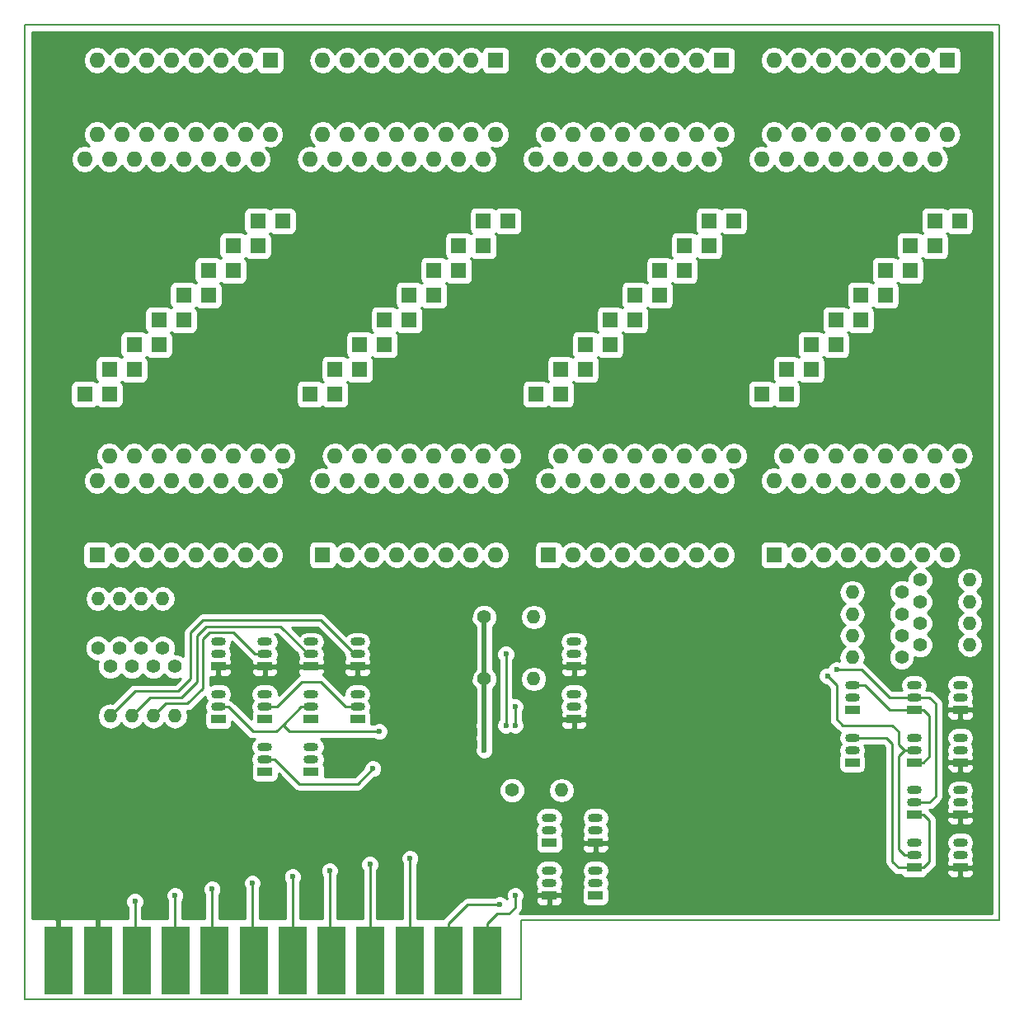
<source format=gbr>
G04 #@! TF.FileFunction,Copper,L2,Bot,Signal*
%FSLAX46Y46*%
G04 Gerber Fmt 4.6, Leading zero omitted, Abs format (unit mm)*
G04 Created by KiCad (PCBNEW 4.0.7-e2-6376~61~ubuntu18.04.1) date Sun Jul 26 21:29:35 2020*
%MOMM*%
%LPD*%
G01*
G04 APERTURE LIST*
%ADD10C,0.150000*%
%ADD11R,1.600000X1.600000*%
%ADD12O,1.600000X1.600000*%
%ADD13R,3.000000X7.000000*%
%ADD14O,1.500000X0.900000*%
%ADD15R,1.500000X0.900000*%
%ADD16C,1.400000*%
%ADD17O,1.400000X1.400000*%
%ADD18C,0.600000*%
%ADD19C,0.250000*%
%ADD20C,0.500000*%
%ADD21C,0.254000*%
G04 APERTURE END LIST*
D10*
X92392500Y-107315000D02*
X141440000Y-107315000D01*
X92392500Y-115405000D02*
X92392500Y-107315000D01*
X41440000Y-15405000D02*
X141440000Y-15405000D01*
X141440000Y-15405000D02*
X141440000Y-107315000D01*
X41440000Y-115405000D02*
X92392500Y-115405000D01*
X41440000Y-15405000D02*
X41440000Y-115405000D01*
D11*
X48809258Y-69809666D03*
D12*
X66589258Y-62189666D03*
X51349258Y-69809666D03*
X64049258Y-62189666D03*
X53889258Y-69809666D03*
X61509258Y-62189666D03*
X56429258Y-69809666D03*
X58969258Y-62189666D03*
X58969258Y-69809666D03*
X56429258Y-62189666D03*
X61509258Y-69809666D03*
X53889258Y-62189666D03*
X64049258Y-69809666D03*
X51349258Y-62189666D03*
X66589258Y-69809666D03*
X48809258Y-62189666D03*
D11*
X66589258Y-19009666D03*
D12*
X48809258Y-26629666D03*
X64049258Y-19009666D03*
X51349258Y-26629666D03*
X61509258Y-19009666D03*
X53889258Y-26629666D03*
X58969258Y-19009666D03*
X56429258Y-26629666D03*
X56429258Y-19009666D03*
X58969258Y-26629666D03*
X53889258Y-19009666D03*
X61509258Y-26629666D03*
X51349258Y-19009666D03*
X64049258Y-26629666D03*
X48809258Y-19009666D03*
X66589258Y-26629666D03*
D11*
X134851758Y-35519666D03*
D12*
X134851758Y-29169666D03*
D11*
X132311758Y-38059666D03*
D12*
X132311758Y-29169666D03*
D11*
X129771758Y-40599666D03*
D12*
X129771758Y-29169666D03*
D11*
X127231758Y-43139666D03*
D12*
X127231758Y-29169666D03*
D11*
X124691758Y-45679666D03*
D12*
X124691758Y-29169666D03*
D11*
X122151758Y-48219666D03*
D12*
X122151758Y-29169666D03*
D11*
X119611758Y-50759666D03*
D12*
X119611758Y-29169666D03*
D11*
X117071758Y-53299666D03*
D12*
X117071758Y-29169666D03*
D11*
X111674258Y-35519666D03*
D12*
X111674258Y-29169666D03*
D11*
X109134258Y-38059666D03*
D12*
X109134258Y-29169666D03*
D11*
X106594258Y-40599666D03*
D12*
X106594258Y-29169666D03*
D11*
X104054258Y-43139666D03*
D12*
X104054258Y-29169666D03*
D11*
X101514258Y-45679666D03*
D12*
X101514258Y-29169666D03*
D11*
X98974258Y-48219666D03*
D12*
X98974258Y-29169666D03*
D11*
X96434258Y-50759666D03*
D12*
X96434258Y-29169666D03*
D11*
X93894258Y-53299666D03*
D12*
X93894258Y-29169666D03*
D11*
X88496758Y-35519666D03*
D12*
X88496758Y-29169666D03*
D11*
X85956758Y-38059666D03*
D12*
X85956758Y-29169666D03*
D11*
X83416758Y-40599666D03*
D12*
X83416758Y-29169666D03*
D11*
X80876758Y-43139666D03*
D12*
X80876758Y-29169666D03*
D11*
X78336758Y-45679666D03*
D12*
X78336758Y-29169666D03*
D11*
X75796758Y-48219666D03*
D12*
X75796758Y-29169666D03*
D11*
X73256758Y-50759666D03*
D12*
X73256758Y-29169666D03*
D11*
X70716758Y-53299666D03*
D12*
X70716758Y-29169666D03*
D11*
X65319258Y-35519666D03*
D12*
X65319258Y-29169666D03*
D11*
X62779258Y-38059666D03*
D12*
X62779258Y-29169666D03*
D11*
X60239258Y-40599666D03*
D12*
X60239258Y-29169666D03*
D11*
X57699258Y-43139666D03*
D12*
X57699258Y-29169666D03*
D11*
X55159258Y-45679666D03*
D12*
X55086757Y-29169666D03*
D11*
X52619258Y-48219666D03*
D12*
X52619258Y-29169666D03*
D11*
X50079258Y-50759666D03*
D12*
X50079258Y-29169666D03*
D11*
X47539258Y-53299666D03*
D12*
X47539258Y-29169666D03*
D11*
X119611758Y-53299666D03*
D12*
X119611758Y-59649666D03*
D11*
X122151758Y-50759666D03*
D12*
X122151758Y-59649666D03*
D11*
X124691758Y-48219666D03*
D12*
X124691758Y-59649666D03*
D11*
X127231758Y-45679666D03*
D12*
X127231758Y-59649666D03*
D11*
X129771758Y-43139666D03*
D12*
X129771758Y-59649666D03*
D11*
X132311758Y-40599666D03*
D12*
X132311758Y-59649666D03*
D11*
X134851758Y-38059666D03*
D12*
X134851758Y-59649666D03*
D11*
X137391758Y-35519666D03*
D12*
X137391758Y-59649666D03*
D11*
X96434258Y-53299666D03*
D12*
X96434258Y-59649666D03*
D11*
X98974258Y-50759666D03*
D12*
X98974258Y-59649666D03*
D11*
X101514258Y-48219666D03*
D12*
X101514258Y-59649666D03*
D11*
X104054258Y-45679666D03*
D12*
X104054258Y-59649666D03*
D11*
X106594258Y-43139666D03*
D12*
X106594258Y-59649666D03*
D11*
X109134258Y-40599666D03*
D12*
X109134258Y-59649666D03*
D11*
X111674258Y-38059666D03*
D12*
X111674258Y-59649666D03*
D11*
X114214258Y-35519666D03*
D12*
X114214258Y-59649666D03*
D11*
X73256758Y-53299666D03*
D12*
X73256758Y-59649666D03*
D11*
X75796758Y-50759666D03*
D12*
X75796758Y-59649666D03*
D11*
X78336758Y-48219666D03*
D12*
X78336758Y-59649666D03*
D11*
X80876758Y-45679666D03*
D12*
X80876758Y-59649666D03*
D11*
X83416758Y-43139666D03*
D12*
X83416758Y-59649666D03*
D11*
X85956758Y-40599666D03*
D12*
X85956758Y-59649666D03*
D11*
X88496758Y-38059666D03*
D12*
X88496758Y-59649666D03*
D11*
X91036758Y-35519666D03*
D12*
X91036758Y-59649666D03*
D11*
X50079258Y-53299666D03*
D12*
X50079258Y-59649666D03*
D11*
X52619258Y-50759666D03*
D12*
X52619258Y-59649666D03*
D11*
X55159258Y-48219666D03*
D12*
X55159258Y-59649666D03*
D11*
X57699258Y-45679666D03*
D12*
X57699258Y-59649666D03*
D11*
X60239258Y-43139666D03*
D12*
X60239258Y-59649666D03*
D11*
X62779258Y-40599666D03*
D12*
X62779258Y-59649666D03*
D11*
X65319258Y-38059666D03*
D12*
X65319258Y-59649666D03*
D11*
X67859258Y-35519666D03*
D12*
X67859258Y-59649666D03*
D13*
X44900000Y-111442500D03*
X48900000Y-111442500D03*
X52900000Y-111442500D03*
X56900000Y-111442500D03*
X60900000Y-111442500D03*
X64900000Y-111442500D03*
X68900000Y-111442500D03*
X72900000Y-111442500D03*
X76900000Y-111442500D03*
X80900000Y-111442500D03*
X84900000Y-111442500D03*
X88900000Y-111442500D03*
D14*
X132715000Y-84455000D03*
X132715000Y-83185000D03*
D15*
X132715000Y-85725000D03*
D14*
X75565000Y-85407500D03*
X75565000Y-84137500D03*
D15*
X75565000Y-86677500D03*
D14*
X132715000Y-89852500D03*
X132715000Y-88582500D03*
D15*
X132715000Y-91122500D03*
D14*
X70802500Y-85407500D03*
X70802500Y-84137500D03*
D15*
X70802500Y-86677500D03*
D14*
X126365000Y-84455000D03*
X126365000Y-83185000D03*
D15*
X126365000Y-85725000D03*
D14*
X70802500Y-90805000D03*
X70802500Y-89535000D03*
D15*
X70802500Y-92075000D03*
D14*
X132715000Y-95250000D03*
X132715000Y-93980000D03*
D15*
X132715000Y-96520000D03*
D14*
X66040000Y-85407500D03*
X66040000Y-84137500D03*
D15*
X66040000Y-86677500D03*
D14*
X97790000Y-80010000D03*
X97790000Y-78740000D03*
D15*
X97790000Y-81280000D03*
D14*
X132715000Y-100647500D03*
X132715000Y-99377500D03*
D15*
X132715000Y-101917500D03*
D14*
X61277500Y-85407500D03*
X61277500Y-84137500D03*
D15*
X61277500Y-86677500D03*
D14*
X126365000Y-89852500D03*
X126365000Y-88582500D03*
D15*
X126365000Y-91122500D03*
D14*
X66040000Y-90805000D03*
X66040000Y-89535000D03*
D15*
X66040000Y-92075000D03*
D14*
X100012500Y-103505000D03*
X100012500Y-102235000D03*
D15*
X100012500Y-104775000D03*
D14*
X95250000Y-98107500D03*
X95250000Y-96837500D03*
D15*
X95250000Y-99377500D03*
D14*
X97790000Y-85407500D03*
X97790000Y-84137500D03*
D15*
X97790000Y-86677500D03*
D14*
X95250000Y-103505000D03*
X95250000Y-102235000D03*
D15*
X95250000Y-104775000D03*
D14*
X100012500Y-98107500D03*
X100012500Y-96837500D03*
D15*
X100012500Y-99377500D03*
D14*
X137477500Y-84455000D03*
X137477500Y-83185000D03*
D15*
X137477500Y-85725000D03*
D14*
X137477500Y-89852500D03*
X137477500Y-88582500D03*
D15*
X137477500Y-91122500D03*
D14*
X137477500Y-95250000D03*
X137477500Y-93980000D03*
D15*
X137477500Y-96520000D03*
D14*
X137477500Y-100647500D03*
X137477500Y-99377500D03*
D15*
X137477500Y-101917500D03*
D14*
X75565000Y-80010000D03*
X75565000Y-78740000D03*
D15*
X75565000Y-81280000D03*
D14*
X70802500Y-80010000D03*
X70802500Y-78740000D03*
D15*
X70802500Y-81280000D03*
D14*
X66040000Y-80010000D03*
X66040000Y-78740000D03*
D15*
X66040000Y-81280000D03*
D14*
X61277500Y-80010000D03*
X61277500Y-78740000D03*
D15*
X61277500Y-81280000D03*
D16*
X131445000Y-73660000D03*
D17*
X126365000Y-73660000D03*
D16*
X50165000Y-81280000D03*
D17*
X50165000Y-86360000D03*
D16*
X131445000Y-75882500D03*
D17*
X126365000Y-75882500D03*
D16*
X52387500Y-81280000D03*
D17*
X52387500Y-86360000D03*
D16*
X131445000Y-78105000D03*
D17*
X126365000Y-78105000D03*
D16*
X54610000Y-81280000D03*
D17*
X54610000Y-86360000D03*
D16*
X88582500Y-76200000D03*
D17*
X93662500Y-76200000D03*
D16*
X131445000Y-80327500D03*
D17*
X126365000Y-80327500D03*
D16*
X56832500Y-81280000D03*
D17*
X56832500Y-86360000D03*
D16*
X88582500Y-82550000D03*
D17*
X93662500Y-82550000D03*
D16*
X91440000Y-93980000D03*
D17*
X96520000Y-93980000D03*
D16*
X133350000Y-72390000D03*
D17*
X138430000Y-72390000D03*
D16*
X133350000Y-74612500D03*
D17*
X138430000Y-74612500D03*
D16*
X133350000Y-76835000D03*
D17*
X138430000Y-76835000D03*
D16*
X133350000Y-79057500D03*
D17*
X138430000Y-79057500D03*
D16*
X55562500Y-79375000D03*
D17*
X55562500Y-74295000D03*
D16*
X53340000Y-79375000D03*
D17*
X53340000Y-74295000D03*
D16*
X51117500Y-79375000D03*
D17*
X51117500Y-74295000D03*
D16*
X48895000Y-79375000D03*
D17*
X48895000Y-74295000D03*
D11*
X136121758Y-19009666D03*
D12*
X118341758Y-26629666D03*
X133581758Y-19009666D03*
X120881758Y-26629666D03*
X131041758Y-19009666D03*
X123421758Y-26629666D03*
X128501758Y-19009666D03*
X125961758Y-26629666D03*
X125961758Y-19009666D03*
X128501758Y-26629666D03*
X123421758Y-19009666D03*
X131041758Y-26629666D03*
X120881758Y-19009666D03*
X133581758Y-26629666D03*
X118341758Y-19009666D03*
X136121758Y-26629666D03*
D11*
X112944258Y-19009666D03*
D12*
X95164258Y-26629666D03*
X110404258Y-19009666D03*
X97704258Y-26629666D03*
X107864258Y-19009666D03*
X100244258Y-26629666D03*
X105324258Y-19009666D03*
X102784258Y-26629666D03*
X102784258Y-19009666D03*
X105324258Y-26629666D03*
X100244258Y-19009666D03*
X107864258Y-26629666D03*
X97704258Y-19009666D03*
X110404258Y-26629666D03*
X95164258Y-19009666D03*
X112944258Y-26629666D03*
D11*
X89766758Y-19009666D03*
D12*
X71986758Y-26629666D03*
X87226758Y-19009666D03*
X74526758Y-26629666D03*
X84686758Y-19009666D03*
X77066758Y-26629666D03*
X82146758Y-19009666D03*
X79606758Y-26629666D03*
X79606758Y-19009666D03*
X82146758Y-26629666D03*
X77066758Y-19009666D03*
X84686758Y-26629666D03*
X74526758Y-19009666D03*
X87226758Y-26629666D03*
X71986758Y-19009666D03*
X89766758Y-26629666D03*
D11*
X118341758Y-69809666D03*
D12*
X136121758Y-62189666D03*
X120881758Y-69809666D03*
X133581758Y-62189666D03*
X123421758Y-69809666D03*
X131041758Y-62189666D03*
X125961758Y-69809666D03*
X128501758Y-62189666D03*
X128501758Y-69809666D03*
X125961758Y-62189666D03*
X131041758Y-69809666D03*
X123421758Y-62189666D03*
X133581758Y-69809666D03*
X120881758Y-62189666D03*
X136121758Y-69809666D03*
X118341758Y-62189666D03*
D11*
X95164258Y-69809666D03*
D12*
X112944258Y-62189666D03*
X97704258Y-69809666D03*
X110404258Y-62189666D03*
X100244258Y-69809666D03*
X107864258Y-62189666D03*
X102784258Y-69809666D03*
X105324258Y-62189666D03*
X105324258Y-69809666D03*
X102784258Y-62189666D03*
X107864258Y-69809666D03*
X100244258Y-62189666D03*
X110404258Y-69809666D03*
X97704258Y-62189666D03*
X112944258Y-69809666D03*
X95164258Y-62189666D03*
D11*
X71986758Y-69809666D03*
D12*
X89766758Y-62189666D03*
X74526758Y-69809666D03*
X87226758Y-62189666D03*
X77066758Y-69809666D03*
X84686758Y-62189666D03*
X79606758Y-69809666D03*
X82146758Y-62189666D03*
X82146758Y-69809666D03*
X79606758Y-62189666D03*
X84686758Y-69809666D03*
X77066758Y-62189666D03*
X87226758Y-69809666D03*
X74526758Y-62189666D03*
X89766758Y-69809666D03*
X71986758Y-62189666D03*
D18*
X52705000Y-105410000D03*
X56832500Y-104775000D03*
X60642500Y-104140000D03*
X64770000Y-103505000D03*
X88582500Y-89852500D03*
X88582500Y-88582500D03*
X88582500Y-87312500D03*
X90805000Y-87312500D03*
X90805000Y-80010000D03*
X123825000Y-82232500D03*
X77787500Y-87947500D03*
X91757500Y-87312500D03*
X91757500Y-85407500D03*
X77152500Y-91757500D03*
X90170000Y-105727500D03*
X91757500Y-104775000D03*
X124777500Y-81597500D03*
X68897500Y-102870000D03*
X72707500Y-102235000D03*
X76835000Y-101600000D03*
X80962500Y-100965000D03*
D19*
X52705000Y-105410000D02*
X52705000Y-111247500D01*
X52705000Y-111247500D02*
X52900000Y-111442500D01*
X56832500Y-104775000D02*
X56832500Y-111375000D01*
X56832500Y-111375000D02*
X56900000Y-111442500D01*
X60642500Y-104140000D02*
X60642500Y-111185000D01*
X60642500Y-111185000D02*
X60900000Y-111442500D01*
X64770000Y-103505000D02*
X64770000Y-111312500D01*
X64770000Y-111312500D02*
X64900000Y-111442500D01*
D20*
X88582500Y-82550000D02*
X88582500Y-76200000D01*
X88582500Y-88582500D02*
X88582500Y-89217500D01*
X88582500Y-89852500D02*
X88582500Y-89217500D01*
X88582500Y-87312500D02*
X88582500Y-88582500D01*
X88582500Y-82550000D02*
X88582500Y-87312500D01*
D19*
X90805000Y-80010000D02*
X90805000Y-87312500D01*
X124777500Y-86677500D02*
X124777500Y-83185000D01*
X124777500Y-83185000D02*
X123825000Y-82232500D01*
X125412500Y-87312500D02*
X124777500Y-86677500D01*
X130492500Y-87312500D02*
X125412500Y-87312500D01*
X131127500Y-87947500D02*
X130492500Y-87312500D01*
X131127500Y-89216090D02*
X131127500Y-87947500D01*
X131127500Y-89265000D02*
X131127500Y-89216090D01*
X131715000Y-89852500D02*
X131127500Y-89265000D01*
X68580000Y-87947500D02*
X77787500Y-87947500D01*
X67945000Y-87312500D02*
X68580000Y-87947500D01*
X67945000Y-87265000D02*
X69802500Y-85407500D01*
X67945000Y-87265000D02*
X67945000Y-87312500D01*
X67262500Y-87947500D02*
X67945000Y-87265000D01*
X64817500Y-87947500D02*
X67262500Y-87947500D01*
X69802500Y-85407500D02*
X70802500Y-85407500D01*
X61277500Y-85407500D02*
X62277500Y-85407500D01*
X62277500Y-85407500D02*
X64817500Y-87947500D01*
X132715000Y-89852500D02*
X131715000Y-89852500D01*
X131715000Y-89852500D02*
X131127500Y-90440000D01*
X131127500Y-90440000D02*
X131127500Y-100060000D01*
X131127500Y-100060000D02*
X131715000Y-100647500D01*
X131715000Y-100647500D02*
X132715000Y-100647500D01*
X91757500Y-85407500D02*
X91757500Y-87312500D01*
X69580000Y-93345000D02*
X75565000Y-93345000D01*
X75565000Y-93345000D02*
X77152500Y-91757500D01*
X66040000Y-90805000D02*
X67040000Y-90805000D01*
X67040000Y-90805000D02*
X69580000Y-93345000D01*
D20*
X44767500Y-107310000D02*
X44767500Y-105727500D01*
X44900000Y-111442500D02*
X44900000Y-107442500D01*
X44900000Y-107442500D02*
X44767500Y-107310000D01*
X48900000Y-111442500D02*
X48900000Y-106050000D01*
D19*
X86865000Y-105727500D02*
X90170000Y-105727500D01*
X84900000Y-111442500D02*
X84900000Y-107692500D01*
X84900000Y-107692500D02*
X86865000Y-105727500D01*
X91122500Y-106680000D02*
X91757500Y-106045000D01*
X91757500Y-106045000D02*
X91757500Y-104775000D01*
X89912500Y-106680000D02*
X91122500Y-106680000D01*
X88900000Y-111442500D02*
X88900000Y-107692500D01*
X88900000Y-107692500D02*
X89912500Y-106680000D01*
X130175000Y-84455000D02*
X127317500Y-81597500D01*
X127317500Y-81597500D02*
X124777500Y-81597500D01*
X131715000Y-84455000D02*
X130175000Y-84455000D01*
X132715000Y-84455000D02*
X131715000Y-84455000D01*
X71755000Y-82867500D02*
X74295000Y-85407500D01*
X74295000Y-85407500D02*
X75565000Y-85407500D01*
X69850000Y-82867500D02*
X71755000Y-82867500D01*
X67310000Y-85407500D02*
X69850000Y-82867500D01*
X66040000Y-85407500D02*
X67310000Y-85407500D01*
X132715000Y-84455000D02*
X134302500Y-84455000D01*
X134302500Y-84455000D02*
X134937500Y-85090000D01*
X134937500Y-85090000D02*
X134937500Y-94615000D01*
X134937500Y-94615000D02*
X134302500Y-95250000D01*
X134302500Y-95250000D02*
X132715000Y-95250000D01*
X132715000Y-85725000D02*
X130175000Y-85725000D01*
X130175000Y-85725000D02*
X127635000Y-83185000D01*
X127635000Y-83185000D02*
X126365000Y-83185000D01*
X132715000Y-91122500D02*
X133667500Y-91122500D01*
X133667500Y-91122500D02*
X134302500Y-90487500D01*
X134302500Y-90487500D02*
X134302500Y-86312500D01*
X134302500Y-86312500D02*
X133715000Y-85725000D01*
X133715000Y-85725000D02*
X132715000Y-85725000D01*
X50165000Y-86360000D02*
X52705000Y-83820000D01*
X58420000Y-77787500D02*
X59690000Y-76517500D01*
X75265000Y-80010000D02*
X75565000Y-80010000D01*
X52705000Y-83820000D02*
X57150000Y-83820000D01*
X57150000Y-83820000D02*
X58420000Y-82550000D01*
X58420000Y-82550000D02*
X58420000Y-77787500D01*
X59690000Y-76517500D02*
X71772500Y-76517500D01*
X71772500Y-76517500D02*
X75265000Y-80010000D01*
X52387500Y-86360000D02*
X54292500Y-84455000D01*
X59055000Y-82867500D02*
X59055000Y-78105000D01*
X59055000Y-78105000D02*
X60007500Y-77152500D01*
X54292500Y-84455000D02*
X57467500Y-84455000D01*
X67645000Y-77152500D02*
X70502500Y-80010000D01*
X57467500Y-84455000D02*
X59055000Y-82867500D01*
X60007500Y-77152500D02*
X67645000Y-77152500D01*
X70502500Y-80010000D02*
X70802500Y-80010000D01*
X132715000Y-101917500D02*
X131127500Y-101917500D01*
X131127500Y-101917500D02*
X130492500Y-101282500D01*
X130492500Y-89217500D02*
X129857500Y-88582500D01*
X130492500Y-101282500D02*
X130492500Y-89217500D01*
X129857500Y-88582500D02*
X126365000Y-88582500D01*
X132715000Y-96520000D02*
X133715000Y-96520000D01*
X134302500Y-97107500D02*
X134302500Y-101330000D01*
X133715000Y-101917500D02*
X132715000Y-101917500D01*
X133715000Y-96520000D02*
X134302500Y-97107500D01*
X134302500Y-101330000D02*
X133715000Y-101917500D01*
X60325000Y-77787500D02*
X62817500Y-77787500D01*
X62817500Y-77787500D02*
X65040000Y-80010000D01*
X65040000Y-80010000D02*
X66040000Y-80010000D01*
X59690000Y-78422500D02*
X60325000Y-77787500D01*
X59690000Y-83502500D02*
X59690000Y-78422500D01*
X58102500Y-85090000D02*
X59690000Y-83502500D01*
X55880000Y-85090000D02*
X58102500Y-85090000D01*
X54610000Y-86360000D02*
X55880000Y-85090000D01*
X68897500Y-102870000D02*
X68897500Y-111440000D01*
X68897500Y-111440000D02*
X68900000Y-111442500D01*
X72707500Y-102235000D02*
X72707500Y-111250000D01*
X72707500Y-111250000D02*
X72900000Y-111442500D01*
X76835000Y-101600000D02*
X76835000Y-111377500D01*
X76835000Y-111377500D02*
X76900000Y-111442500D01*
X80962500Y-100965000D02*
X80962500Y-111380000D01*
X80962500Y-111380000D02*
X80900000Y-111442500D01*
D21*
G36*
X140730000Y-106605000D02*
X92392500Y-106605000D01*
X92242456Y-106634846D01*
X92294901Y-106582401D01*
X92459648Y-106335839D01*
X92517500Y-106045000D01*
X92517500Y-105337463D01*
X92549692Y-105305327D01*
X92651249Y-105060750D01*
X93865000Y-105060750D01*
X93865000Y-105351309D01*
X93961673Y-105584698D01*
X94140301Y-105763327D01*
X94373690Y-105860000D01*
X94964250Y-105860000D01*
X95123000Y-105701250D01*
X95123000Y-104902000D01*
X95377000Y-104902000D01*
X95377000Y-105701250D01*
X95535750Y-105860000D01*
X96126310Y-105860000D01*
X96359699Y-105763327D01*
X96538327Y-105584698D01*
X96635000Y-105351309D01*
X96635000Y-105060750D01*
X96476250Y-104902000D01*
X95377000Y-104902000D01*
X95123000Y-104902000D01*
X94023750Y-104902000D01*
X93865000Y-105060750D01*
X92651249Y-105060750D01*
X92692338Y-104961799D01*
X92692662Y-104589833D01*
X92550617Y-104246057D01*
X92287827Y-103982808D01*
X91944299Y-103840162D01*
X91572333Y-103839838D01*
X91228557Y-103981883D01*
X90965308Y-104244673D01*
X90822662Y-104588201D01*
X90822338Y-104960167D01*
X90890980Y-105126294D01*
X90700327Y-104935308D01*
X90356799Y-104792662D01*
X89984833Y-104792338D01*
X89641057Y-104934383D01*
X89607882Y-104967500D01*
X86865000Y-104967500D01*
X86574161Y-105025352D01*
X86327599Y-105190099D01*
X84362599Y-107155099D01*
X84340615Y-107188000D01*
X81722500Y-107188000D01*
X81722500Y-102235000D01*
X93837866Y-102235000D01*
X93920457Y-102650212D01*
X94067315Y-102870000D01*
X93920457Y-103089788D01*
X93837866Y-103505000D01*
X93920457Y-103920212D01*
X93957430Y-103975546D01*
X93865000Y-104198691D01*
X93865000Y-104489250D01*
X94023750Y-104648000D01*
X95123000Y-104648000D01*
X95123000Y-104628000D01*
X95377000Y-104628000D01*
X95377000Y-104648000D01*
X96476250Y-104648000D01*
X96635000Y-104489250D01*
X96635000Y-104198691D01*
X96542570Y-103975546D01*
X96579543Y-103920212D01*
X96662134Y-103505000D01*
X96579543Y-103089788D01*
X96432685Y-102870000D01*
X96579543Y-102650212D01*
X96662134Y-102235000D01*
X98600366Y-102235000D01*
X98682957Y-102650212D01*
X98829815Y-102870000D01*
X98682957Y-103089788D01*
X98600366Y-103505000D01*
X98682957Y-103920212D01*
X98726259Y-103985019D01*
X98666069Y-104073110D01*
X98615060Y-104325000D01*
X98615060Y-105225000D01*
X98659338Y-105460317D01*
X98798410Y-105676441D01*
X99010610Y-105821431D01*
X99262500Y-105872440D01*
X100762500Y-105872440D01*
X100997817Y-105828162D01*
X101213941Y-105689090D01*
X101358931Y-105476890D01*
X101409940Y-105225000D01*
X101409940Y-104325000D01*
X101365662Y-104089683D01*
X101298522Y-103985345D01*
X101342043Y-103920212D01*
X101424634Y-103505000D01*
X101342043Y-103089788D01*
X101195185Y-102870000D01*
X101342043Y-102650212D01*
X101424634Y-102235000D01*
X101342043Y-101819788D01*
X101106845Y-101467789D01*
X100754846Y-101232591D01*
X100339634Y-101150000D01*
X99685366Y-101150000D01*
X99270154Y-101232591D01*
X98918155Y-101467789D01*
X98682957Y-101819788D01*
X98600366Y-102235000D01*
X96662134Y-102235000D01*
X96579543Y-101819788D01*
X96344345Y-101467789D01*
X95992346Y-101232591D01*
X95577134Y-101150000D01*
X94922866Y-101150000D01*
X94507654Y-101232591D01*
X94155655Y-101467789D01*
X93920457Y-101819788D01*
X93837866Y-102235000D01*
X81722500Y-102235000D01*
X81722500Y-101527463D01*
X81754692Y-101495327D01*
X81897338Y-101151799D01*
X81897662Y-100779833D01*
X81755617Y-100436057D01*
X81492827Y-100172808D01*
X81149299Y-100030162D01*
X80777333Y-100029838D01*
X80433557Y-100171883D01*
X80170308Y-100434673D01*
X80027662Y-100778201D01*
X80027338Y-101150167D01*
X80169383Y-101493943D01*
X80202500Y-101527118D01*
X80202500Y-107188000D01*
X77595000Y-107188000D01*
X77595000Y-102162463D01*
X77627192Y-102130327D01*
X77769838Y-101786799D01*
X77770162Y-101414833D01*
X77628117Y-101071057D01*
X77365327Y-100807808D01*
X77021799Y-100665162D01*
X76649833Y-100664838D01*
X76306057Y-100806883D01*
X76042808Y-101069673D01*
X75900162Y-101413201D01*
X75899838Y-101785167D01*
X76041883Y-102128943D01*
X76075000Y-102162118D01*
X76075000Y-107188000D01*
X73467500Y-107188000D01*
X73467500Y-102797463D01*
X73499692Y-102765327D01*
X73642338Y-102421799D01*
X73642662Y-102049833D01*
X73500617Y-101706057D01*
X73237827Y-101442808D01*
X72894299Y-101300162D01*
X72522333Y-101299838D01*
X72178557Y-101441883D01*
X71915308Y-101704673D01*
X71772662Y-102048201D01*
X71772338Y-102420167D01*
X71914383Y-102763943D01*
X71947500Y-102797118D01*
X71947500Y-107188000D01*
X69657500Y-107188000D01*
X69657500Y-103432463D01*
X69689692Y-103400327D01*
X69832338Y-103056799D01*
X69832662Y-102684833D01*
X69690617Y-102341057D01*
X69427827Y-102077808D01*
X69084299Y-101935162D01*
X68712333Y-101934838D01*
X68368557Y-102076883D01*
X68105308Y-102339673D01*
X67962662Y-102683201D01*
X67962338Y-103055167D01*
X68104383Y-103398943D01*
X68137500Y-103432118D01*
X68137500Y-107188000D01*
X65530000Y-107188000D01*
X65530000Y-104067463D01*
X65562192Y-104035327D01*
X65704838Y-103691799D01*
X65705162Y-103319833D01*
X65563117Y-102976057D01*
X65300327Y-102712808D01*
X64956799Y-102570162D01*
X64584833Y-102569838D01*
X64241057Y-102711883D01*
X63977808Y-102974673D01*
X63835162Y-103318201D01*
X63834838Y-103690167D01*
X63976883Y-104033943D01*
X64010000Y-104067118D01*
X64010000Y-107188000D01*
X61402500Y-107188000D01*
X61402500Y-104702463D01*
X61434692Y-104670327D01*
X61577338Y-104326799D01*
X61577662Y-103954833D01*
X61435617Y-103611057D01*
X61172827Y-103347808D01*
X60829299Y-103205162D01*
X60457333Y-103204838D01*
X60113557Y-103346883D01*
X59850308Y-103609673D01*
X59707662Y-103953201D01*
X59707338Y-104325167D01*
X59849383Y-104668943D01*
X59882500Y-104702118D01*
X59882500Y-107188000D01*
X57592500Y-107188000D01*
X57592500Y-105337463D01*
X57624692Y-105305327D01*
X57767338Y-104961799D01*
X57767662Y-104589833D01*
X57625617Y-104246057D01*
X57362827Y-103982808D01*
X57019299Y-103840162D01*
X56647333Y-103839838D01*
X56303557Y-103981883D01*
X56040308Y-104244673D01*
X55897662Y-104588201D01*
X55897338Y-104960167D01*
X56039383Y-105303943D01*
X56072500Y-105337118D01*
X56072500Y-107188000D01*
X53465000Y-107188000D01*
X53465000Y-105972463D01*
X53497192Y-105940327D01*
X53639838Y-105596799D01*
X53640162Y-105224833D01*
X53498117Y-104881057D01*
X53235327Y-104617808D01*
X52891799Y-104475162D01*
X52519833Y-104474838D01*
X52176057Y-104616883D01*
X51912808Y-104879673D01*
X51770162Y-105223201D01*
X51769838Y-105595167D01*
X51911883Y-105938943D01*
X51945000Y-105972118D01*
X51945000Y-107188000D01*
X42150000Y-107188000D01*
X42150000Y-96837500D01*
X93837866Y-96837500D01*
X93920457Y-97252712D01*
X94067315Y-97472500D01*
X93920457Y-97692288D01*
X93837866Y-98107500D01*
X93920457Y-98522712D01*
X93963759Y-98587519D01*
X93903569Y-98675610D01*
X93852560Y-98927500D01*
X93852560Y-99827500D01*
X93896838Y-100062817D01*
X94035910Y-100278941D01*
X94248110Y-100423931D01*
X94500000Y-100474940D01*
X96000000Y-100474940D01*
X96235317Y-100430662D01*
X96451441Y-100291590D01*
X96596431Y-100079390D01*
X96647440Y-99827500D01*
X96647440Y-99663250D01*
X98627500Y-99663250D01*
X98627500Y-99953809D01*
X98724173Y-100187198D01*
X98902801Y-100365827D01*
X99136190Y-100462500D01*
X99726750Y-100462500D01*
X99885500Y-100303750D01*
X99885500Y-99504500D01*
X100139500Y-99504500D01*
X100139500Y-100303750D01*
X100298250Y-100462500D01*
X100888810Y-100462500D01*
X101122199Y-100365827D01*
X101300827Y-100187198D01*
X101397500Y-99953809D01*
X101397500Y-99663250D01*
X101238750Y-99504500D01*
X100139500Y-99504500D01*
X99885500Y-99504500D01*
X98786250Y-99504500D01*
X98627500Y-99663250D01*
X96647440Y-99663250D01*
X96647440Y-98927500D01*
X96603162Y-98692183D01*
X96536022Y-98587845D01*
X96579543Y-98522712D01*
X96662134Y-98107500D01*
X96579543Y-97692288D01*
X96432685Y-97472500D01*
X96579543Y-97252712D01*
X96662134Y-96837500D01*
X98600366Y-96837500D01*
X98682957Y-97252712D01*
X98829815Y-97472500D01*
X98682957Y-97692288D01*
X98600366Y-98107500D01*
X98682957Y-98522712D01*
X98719930Y-98578046D01*
X98627500Y-98801191D01*
X98627500Y-99091750D01*
X98786250Y-99250500D01*
X99885500Y-99250500D01*
X99885500Y-99230500D01*
X100139500Y-99230500D01*
X100139500Y-99250500D01*
X101238750Y-99250500D01*
X101397500Y-99091750D01*
X101397500Y-98801191D01*
X101305070Y-98578046D01*
X101342043Y-98522712D01*
X101424634Y-98107500D01*
X101342043Y-97692288D01*
X101195185Y-97472500D01*
X101342043Y-97252712D01*
X101424634Y-96837500D01*
X101342043Y-96422288D01*
X101106845Y-96070289D01*
X100754846Y-95835091D01*
X100339634Y-95752500D01*
X99685366Y-95752500D01*
X99270154Y-95835091D01*
X98918155Y-96070289D01*
X98682957Y-96422288D01*
X98600366Y-96837500D01*
X96662134Y-96837500D01*
X96579543Y-96422288D01*
X96344345Y-96070289D01*
X95992346Y-95835091D01*
X95577134Y-95752500D01*
X94922866Y-95752500D01*
X94507654Y-95835091D01*
X94155655Y-96070289D01*
X93920457Y-96422288D01*
X93837866Y-96837500D01*
X42150000Y-96837500D01*
X42150000Y-94244383D01*
X90104769Y-94244383D01*
X90307582Y-94735229D01*
X90682796Y-95111098D01*
X91173287Y-95314768D01*
X91704383Y-95315231D01*
X92195229Y-95112418D01*
X92571098Y-94737204D01*
X92774768Y-94246713D01*
X92775000Y-93980000D01*
X95158846Y-93980000D01*
X95260467Y-94490882D01*
X95549858Y-94923988D01*
X95982964Y-95213379D01*
X96493846Y-95315000D01*
X96546154Y-95315000D01*
X97057036Y-95213379D01*
X97490142Y-94923988D01*
X97779533Y-94490882D01*
X97881154Y-93980000D01*
X97779533Y-93469118D01*
X97490142Y-93036012D01*
X97057036Y-92746621D01*
X96546154Y-92645000D01*
X96493846Y-92645000D01*
X95982964Y-92746621D01*
X95549858Y-93036012D01*
X95260467Y-93469118D01*
X95158846Y-93980000D01*
X92775000Y-93980000D01*
X92775231Y-93715617D01*
X92572418Y-93224771D01*
X92197204Y-92848902D01*
X91706713Y-92645232D01*
X91175617Y-92644769D01*
X90684771Y-92847582D01*
X90308902Y-93222796D01*
X90105232Y-93713287D01*
X90104769Y-94244383D01*
X42150000Y-94244383D01*
X42150000Y-79639383D01*
X47559769Y-79639383D01*
X47762582Y-80130229D01*
X48137796Y-80506098D01*
X48628287Y-80709768D01*
X48956146Y-80710054D01*
X48830232Y-81013287D01*
X48829769Y-81544383D01*
X49032582Y-82035229D01*
X49407796Y-82411098D01*
X49898287Y-82614768D01*
X50429383Y-82615231D01*
X50920229Y-82412418D01*
X51276542Y-82056726D01*
X51630296Y-82411098D01*
X52120787Y-82614768D01*
X52651883Y-82615231D01*
X53142729Y-82412418D01*
X53499042Y-82056726D01*
X53852796Y-82411098D01*
X54343287Y-82614768D01*
X54874383Y-82615231D01*
X55365229Y-82412418D01*
X55721542Y-82056726D01*
X56075296Y-82411098D01*
X56565787Y-82614768D01*
X57096883Y-82615231D01*
X57408882Y-82486316D01*
X56835198Y-83060000D01*
X52705000Y-83060000D01*
X52462414Y-83108254D01*
X52414160Y-83117852D01*
X52167599Y-83282599D01*
X50403843Y-85046355D01*
X50165000Y-84998846D01*
X49654118Y-85100467D01*
X49221012Y-85389858D01*
X48931621Y-85822964D01*
X48830000Y-86333846D01*
X48830000Y-86386154D01*
X48931621Y-86897036D01*
X49221012Y-87330142D01*
X49654118Y-87619533D01*
X50165000Y-87721154D01*
X50675882Y-87619533D01*
X51108988Y-87330142D01*
X51276250Y-87079816D01*
X51443512Y-87330142D01*
X51876618Y-87619533D01*
X52387500Y-87721154D01*
X52898382Y-87619533D01*
X53331488Y-87330142D01*
X53498750Y-87079816D01*
X53666012Y-87330142D01*
X54099118Y-87619533D01*
X54610000Y-87721154D01*
X55120882Y-87619533D01*
X55553988Y-87330142D01*
X55721250Y-87079816D01*
X55888512Y-87330142D01*
X56321618Y-87619533D01*
X56832500Y-87721154D01*
X57343382Y-87619533D01*
X57776488Y-87330142D01*
X58065879Y-86897036D01*
X58167500Y-86386154D01*
X58167500Y-86333846D01*
X58071257Y-85850000D01*
X58102500Y-85850000D01*
X58393339Y-85792148D01*
X58639901Y-85627401D01*
X59909239Y-84358063D01*
X59947957Y-84552712D01*
X60094815Y-84772500D01*
X59947957Y-84992288D01*
X59865366Y-85407500D01*
X59947957Y-85822712D01*
X59991259Y-85887519D01*
X59931069Y-85975610D01*
X59880060Y-86227500D01*
X59880060Y-87127500D01*
X59924338Y-87362817D01*
X60063410Y-87578941D01*
X60275610Y-87723931D01*
X60527500Y-87774940D01*
X62027500Y-87774940D01*
X62262817Y-87730662D01*
X62478941Y-87591590D01*
X62623931Y-87379390D01*
X62674940Y-87127500D01*
X62674940Y-86879742D01*
X64280099Y-88484901D01*
X64526660Y-88649648D01*
X64574914Y-88659246D01*
X64817500Y-88707500D01*
X65035884Y-88707500D01*
X64945655Y-88767789D01*
X64710457Y-89119788D01*
X64627866Y-89535000D01*
X64710457Y-89950212D01*
X64857315Y-90170000D01*
X64710457Y-90389788D01*
X64627866Y-90805000D01*
X64710457Y-91220212D01*
X64753759Y-91285019D01*
X64693569Y-91373110D01*
X64642560Y-91625000D01*
X64642560Y-92525000D01*
X64686838Y-92760317D01*
X64825910Y-92976441D01*
X65038110Y-93121431D01*
X65290000Y-93172440D01*
X66790000Y-93172440D01*
X67025317Y-93128162D01*
X67241441Y-92989090D01*
X67386431Y-92776890D01*
X67437440Y-92525000D01*
X67437440Y-92277242D01*
X69042599Y-93882401D01*
X69289160Y-94047148D01*
X69337414Y-94056746D01*
X69580000Y-94105000D01*
X75565000Y-94105000D01*
X75855839Y-94047148D01*
X76102401Y-93882401D01*
X77292180Y-92692622D01*
X77337667Y-92692662D01*
X77681443Y-92550617D01*
X77944692Y-92287827D01*
X78087338Y-91944299D01*
X78087662Y-91572333D01*
X77945617Y-91228557D01*
X77682827Y-90965308D01*
X77339299Y-90822662D01*
X76967333Y-90822338D01*
X76623557Y-90964383D01*
X76360308Y-91227173D01*
X76217662Y-91570701D01*
X76217621Y-91617577D01*
X75250198Y-92585000D01*
X72187790Y-92585000D01*
X72199940Y-92525000D01*
X72199940Y-91625000D01*
X72155662Y-91389683D01*
X72088522Y-91285345D01*
X72132043Y-91220212D01*
X72214634Y-90805000D01*
X72132043Y-90389788D01*
X71985185Y-90170000D01*
X72132043Y-89950212D01*
X72214634Y-89535000D01*
X72132043Y-89119788D01*
X71896845Y-88767789D01*
X71806616Y-88707500D01*
X77225037Y-88707500D01*
X77257173Y-88739692D01*
X77600701Y-88882338D01*
X77972667Y-88882662D01*
X78316443Y-88740617D01*
X78579692Y-88477827D01*
X78722338Y-88134299D01*
X78722662Y-87762333D01*
X78580617Y-87418557D01*
X78317827Y-87155308D01*
X77974299Y-87012662D01*
X77602333Y-87012338D01*
X77258557Y-87154383D01*
X77225382Y-87187500D01*
X76950290Y-87187500D01*
X76962440Y-87127500D01*
X76962440Y-86227500D01*
X76918162Y-85992183D01*
X76851022Y-85887845D01*
X76894543Y-85822712D01*
X76977134Y-85407500D01*
X76894543Y-84992288D01*
X76747685Y-84772500D01*
X76894543Y-84552712D01*
X76977134Y-84137500D01*
X76894543Y-83722288D01*
X76659345Y-83370289D01*
X76307346Y-83135091D01*
X75892134Y-83052500D01*
X75237866Y-83052500D01*
X74822654Y-83135091D01*
X74470655Y-83370289D01*
X74235457Y-83722288D01*
X74152866Y-84137500D01*
X74166042Y-84203740D01*
X72292401Y-82330099D01*
X72045839Y-82165352D01*
X72020261Y-82160264D01*
X72090827Y-82089698D01*
X72187500Y-81856309D01*
X72187500Y-81565750D01*
X74180000Y-81565750D01*
X74180000Y-81856309D01*
X74276673Y-82089698D01*
X74455301Y-82268327D01*
X74688690Y-82365000D01*
X75279250Y-82365000D01*
X75438000Y-82206250D01*
X75438000Y-81407000D01*
X75692000Y-81407000D01*
X75692000Y-82206250D01*
X75850750Y-82365000D01*
X76441310Y-82365000D01*
X76674699Y-82268327D01*
X76853327Y-82089698D01*
X76950000Y-81856309D01*
X76950000Y-81565750D01*
X76791250Y-81407000D01*
X75692000Y-81407000D01*
X75438000Y-81407000D01*
X74338750Y-81407000D01*
X74180000Y-81565750D01*
X72187500Y-81565750D01*
X72028750Y-81407000D01*
X70929500Y-81407000D01*
X70929500Y-81427000D01*
X70675500Y-81427000D01*
X70675500Y-81407000D01*
X69576250Y-81407000D01*
X69417500Y-81565750D01*
X69417500Y-81856309D01*
X69514173Y-82089698D01*
X69584739Y-82160264D01*
X69559160Y-82165352D01*
X69312599Y-82330099D01*
X67438958Y-84203740D01*
X67452134Y-84137500D01*
X67369543Y-83722288D01*
X67134345Y-83370289D01*
X66782346Y-83135091D01*
X66367134Y-83052500D01*
X65712866Y-83052500D01*
X65297654Y-83135091D01*
X64945655Y-83370289D01*
X64710457Y-83722288D01*
X64627866Y-84137500D01*
X64710457Y-84552712D01*
X64857315Y-84772500D01*
X64710457Y-84992288D01*
X64627866Y-85407500D01*
X64710457Y-85822712D01*
X64753759Y-85887519D01*
X64693569Y-85975610D01*
X64642560Y-86227500D01*
X64642560Y-86697758D01*
X62814901Y-84870099D01*
X62568339Y-84705352D01*
X62512477Y-84694240D01*
X62607043Y-84552712D01*
X62689634Y-84137500D01*
X62607043Y-83722288D01*
X62371845Y-83370289D01*
X62019846Y-83135091D01*
X61604634Y-83052500D01*
X60950366Y-83052500D01*
X60535154Y-83135091D01*
X60450000Y-83191989D01*
X60450000Y-82365000D01*
X60991750Y-82365000D01*
X61150500Y-82206250D01*
X61150500Y-81407000D01*
X61404500Y-81407000D01*
X61404500Y-82206250D01*
X61563250Y-82365000D01*
X62153810Y-82365000D01*
X62387199Y-82268327D01*
X62565827Y-82089698D01*
X62662500Y-81856309D01*
X62662500Y-81565750D01*
X64655000Y-81565750D01*
X64655000Y-81856309D01*
X64751673Y-82089698D01*
X64930301Y-82268327D01*
X65163690Y-82365000D01*
X65754250Y-82365000D01*
X65913000Y-82206250D01*
X65913000Y-81407000D01*
X66167000Y-81407000D01*
X66167000Y-82206250D01*
X66325750Y-82365000D01*
X66916310Y-82365000D01*
X67149699Y-82268327D01*
X67328327Y-82089698D01*
X67425000Y-81856309D01*
X67425000Y-81565750D01*
X67266250Y-81407000D01*
X66167000Y-81407000D01*
X65913000Y-81407000D01*
X64813750Y-81407000D01*
X64655000Y-81565750D01*
X62662500Y-81565750D01*
X62503750Y-81407000D01*
X61404500Y-81407000D01*
X61150500Y-81407000D01*
X61130500Y-81407000D01*
X61130500Y-81153000D01*
X61150500Y-81153000D01*
X61150500Y-81133000D01*
X61404500Y-81133000D01*
X61404500Y-81153000D01*
X62503750Y-81153000D01*
X62662500Y-80994250D01*
X62662500Y-80703691D01*
X62570070Y-80480546D01*
X62607043Y-80425212D01*
X62689634Y-80010000D01*
X62607043Y-79594788D01*
X62460185Y-79375000D01*
X62607043Y-79155212D01*
X62689634Y-78740000D01*
X62688252Y-78733054D01*
X64502599Y-80547401D01*
X64672668Y-80661037D01*
X64655000Y-80703691D01*
X64655000Y-80994250D01*
X64813750Y-81153000D01*
X65913000Y-81153000D01*
X65913000Y-81133000D01*
X66167000Y-81133000D01*
X66167000Y-81153000D01*
X67266250Y-81153000D01*
X67425000Y-80994250D01*
X67425000Y-80703691D01*
X67332570Y-80480546D01*
X67369543Y-80425212D01*
X67452134Y-80010000D01*
X67369543Y-79594788D01*
X67222685Y-79375000D01*
X67369543Y-79155212D01*
X67452134Y-78740000D01*
X67369543Y-78324788D01*
X67134345Y-77972789D01*
X67044116Y-77912500D01*
X67330198Y-77912500D01*
X69396560Y-79978862D01*
X69390366Y-80010000D01*
X69472957Y-80425212D01*
X69509930Y-80480546D01*
X69417500Y-80703691D01*
X69417500Y-80994250D01*
X69576250Y-81153000D01*
X70675500Y-81153000D01*
X70675500Y-81133000D01*
X70929500Y-81133000D01*
X70929500Y-81153000D01*
X72028750Y-81153000D01*
X72187500Y-80994250D01*
X72187500Y-80703691D01*
X72095070Y-80480546D01*
X72132043Y-80425212D01*
X72214634Y-80010000D01*
X72132043Y-79594788D01*
X71985185Y-79375000D01*
X72132043Y-79155212D01*
X72214634Y-78740000D01*
X72132043Y-78324788D01*
X71896845Y-77972789D01*
X71544846Y-77737591D01*
X71129634Y-77655000D01*
X70475366Y-77655000D01*
X70060154Y-77737591D01*
X69708155Y-77972789D01*
X69640838Y-78073536D01*
X68844802Y-77277500D01*
X71457698Y-77277500D01*
X74159060Y-79978862D01*
X74152866Y-80010000D01*
X74235457Y-80425212D01*
X74272430Y-80480546D01*
X74180000Y-80703691D01*
X74180000Y-80994250D01*
X74338750Y-81153000D01*
X75438000Y-81153000D01*
X75438000Y-81133000D01*
X75692000Y-81133000D01*
X75692000Y-81153000D01*
X76791250Y-81153000D01*
X76950000Y-80994250D01*
X76950000Y-80703691D01*
X76857570Y-80480546D01*
X76894543Y-80425212D01*
X76977134Y-80010000D01*
X76894543Y-79594788D01*
X76747685Y-79375000D01*
X76894543Y-79155212D01*
X76977134Y-78740000D01*
X76894543Y-78324788D01*
X76659345Y-77972789D01*
X76307346Y-77737591D01*
X75892134Y-77655000D01*
X75237866Y-77655000D01*
X74822654Y-77737591D01*
X74470655Y-77972789D01*
X74403338Y-78073536D01*
X72794185Y-76464383D01*
X87247269Y-76464383D01*
X87450082Y-76955229D01*
X87697500Y-77203079D01*
X87697500Y-81547127D01*
X87451402Y-81792796D01*
X87247732Y-82283287D01*
X87247269Y-82814383D01*
X87450082Y-83305229D01*
X87697500Y-83553079D01*
X87697500Y-87005678D01*
X87647662Y-87125701D01*
X87647338Y-87497667D01*
X87697500Y-87619069D01*
X87697500Y-88275678D01*
X87647662Y-88395701D01*
X87647338Y-88767667D01*
X87697500Y-88889069D01*
X87697500Y-89545678D01*
X87647662Y-89665701D01*
X87647338Y-90037667D01*
X87789383Y-90381443D01*
X88052173Y-90644692D01*
X88395701Y-90787338D01*
X88767667Y-90787662D01*
X89111443Y-90645617D01*
X89374692Y-90382827D01*
X89517338Y-90039299D01*
X89517662Y-89667333D01*
X89467500Y-89545931D01*
X89467500Y-88889322D01*
X89517338Y-88769299D01*
X89517662Y-88397333D01*
X89467500Y-88275931D01*
X89467500Y-87619322D01*
X89517338Y-87499299D01*
X89517662Y-87127333D01*
X89467500Y-87005931D01*
X89467500Y-83552873D01*
X89713598Y-83307204D01*
X89917268Y-82816713D01*
X89917731Y-82285617D01*
X89714918Y-81794771D01*
X89467500Y-81546921D01*
X89467500Y-80195167D01*
X89869838Y-80195167D01*
X90011883Y-80538943D01*
X90045000Y-80572118D01*
X90045000Y-86750037D01*
X90012808Y-86782173D01*
X89870162Y-87125701D01*
X89869838Y-87497667D01*
X90011883Y-87841443D01*
X90274673Y-88104692D01*
X90618201Y-88247338D01*
X90990167Y-88247662D01*
X91281543Y-88127268D01*
X91570701Y-88247338D01*
X91942667Y-88247662D01*
X92286443Y-88105617D01*
X92549692Y-87842827D01*
X92692338Y-87499299D01*
X92692662Y-87127333D01*
X92624865Y-86963250D01*
X96405000Y-86963250D01*
X96405000Y-87253809D01*
X96501673Y-87487198D01*
X96680301Y-87665827D01*
X96913690Y-87762500D01*
X97504250Y-87762500D01*
X97663000Y-87603750D01*
X97663000Y-86804500D01*
X97917000Y-86804500D01*
X97917000Y-87603750D01*
X98075750Y-87762500D01*
X98666310Y-87762500D01*
X98899699Y-87665827D01*
X99078327Y-87487198D01*
X99175000Y-87253809D01*
X99175000Y-86963250D01*
X99016250Y-86804500D01*
X97917000Y-86804500D01*
X97663000Y-86804500D01*
X96563750Y-86804500D01*
X96405000Y-86963250D01*
X92624865Y-86963250D01*
X92550617Y-86783557D01*
X92517500Y-86750382D01*
X92517500Y-85969963D01*
X92549692Y-85937827D01*
X92692338Y-85594299D01*
X92692662Y-85222333D01*
X92550617Y-84878557D01*
X92287827Y-84615308D01*
X91944299Y-84472662D01*
X91572333Y-84472338D01*
X91565000Y-84475368D01*
X91565000Y-84137500D01*
X96377866Y-84137500D01*
X96460457Y-84552712D01*
X96607315Y-84772500D01*
X96460457Y-84992288D01*
X96377866Y-85407500D01*
X96460457Y-85822712D01*
X96497430Y-85878046D01*
X96405000Y-86101191D01*
X96405000Y-86391750D01*
X96563750Y-86550500D01*
X97663000Y-86550500D01*
X97663000Y-86530500D01*
X97917000Y-86530500D01*
X97917000Y-86550500D01*
X99016250Y-86550500D01*
X99175000Y-86391750D01*
X99175000Y-86101191D01*
X99082570Y-85878046D01*
X99119543Y-85822712D01*
X99202134Y-85407500D01*
X99119543Y-84992288D01*
X98972685Y-84772500D01*
X99119543Y-84552712D01*
X99202134Y-84137500D01*
X99119543Y-83722288D01*
X98884345Y-83370289D01*
X98532346Y-83135091D01*
X98117134Y-83052500D01*
X97462866Y-83052500D01*
X97047654Y-83135091D01*
X96695655Y-83370289D01*
X96460457Y-83722288D01*
X96377866Y-84137500D01*
X91565000Y-84137500D01*
X91565000Y-82550000D01*
X92301346Y-82550000D01*
X92402967Y-83060882D01*
X92692358Y-83493988D01*
X93125464Y-83783379D01*
X93636346Y-83885000D01*
X93688654Y-83885000D01*
X94199536Y-83783379D01*
X94632642Y-83493988D01*
X94922033Y-83060882D01*
X95023654Y-82550000D01*
X94997332Y-82417667D01*
X122889838Y-82417667D01*
X123031883Y-82761443D01*
X123294673Y-83024692D01*
X123638201Y-83167338D01*
X123685077Y-83167379D01*
X124017500Y-83499802D01*
X124017500Y-86677500D01*
X124075352Y-86968339D01*
X124240099Y-87214901D01*
X124875099Y-87849901D01*
X125121661Y-88014648D01*
X125135596Y-88017420D01*
X125035457Y-88167288D01*
X124952866Y-88582500D01*
X125035457Y-88997712D01*
X125182315Y-89217500D01*
X125035457Y-89437288D01*
X124952866Y-89852500D01*
X125035457Y-90267712D01*
X125078759Y-90332519D01*
X125018569Y-90420610D01*
X124967560Y-90672500D01*
X124967560Y-91572500D01*
X125011838Y-91807817D01*
X125150910Y-92023941D01*
X125363110Y-92168931D01*
X125615000Y-92219940D01*
X127115000Y-92219940D01*
X127350317Y-92175662D01*
X127566441Y-92036590D01*
X127711431Y-91824390D01*
X127762440Y-91572500D01*
X127762440Y-90672500D01*
X127718162Y-90437183D01*
X127651022Y-90332845D01*
X127694543Y-90267712D01*
X127777134Y-89852500D01*
X127694543Y-89437288D01*
X127631208Y-89342500D01*
X129542698Y-89342500D01*
X129732500Y-89532302D01*
X129732500Y-101282500D01*
X129790352Y-101573339D01*
X129955099Y-101819901D01*
X130590099Y-102454901D01*
X130836661Y-102619648D01*
X131127500Y-102677500D01*
X131409895Y-102677500D01*
X131500910Y-102818941D01*
X131713110Y-102963931D01*
X131965000Y-103014940D01*
X133465000Y-103014940D01*
X133700317Y-102970662D01*
X133916441Y-102831590D01*
X134061431Y-102619390D01*
X134070070Y-102576730D01*
X134252401Y-102454901D01*
X134504052Y-102203250D01*
X136092500Y-102203250D01*
X136092500Y-102493809D01*
X136189173Y-102727198D01*
X136367801Y-102905827D01*
X136601190Y-103002500D01*
X137191750Y-103002500D01*
X137350500Y-102843750D01*
X137350500Y-102044500D01*
X137604500Y-102044500D01*
X137604500Y-102843750D01*
X137763250Y-103002500D01*
X138353810Y-103002500D01*
X138587199Y-102905827D01*
X138765827Y-102727198D01*
X138862500Y-102493809D01*
X138862500Y-102203250D01*
X138703750Y-102044500D01*
X137604500Y-102044500D01*
X137350500Y-102044500D01*
X136251250Y-102044500D01*
X136092500Y-102203250D01*
X134504052Y-102203250D01*
X134839901Y-101867401D01*
X135004648Y-101620840D01*
X135033657Y-101475000D01*
X135062500Y-101330000D01*
X135062500Y-99377500D01*
X136065366Y-99377500D01*
X136147957Y-99792712D01*
X136294815Y-100012500D01*
X136147957Y-100232288D01*
X136065366Y-100647500D01*
X136147957Y-101062712D01*
X136184930Y-101118046D01*
X136092500Y-101341191D01*
X136092500Y-101631750D01*
X136251250Y-101790500D01*
X137350500Y-101790500D01*
X137350500Y-101770500D01*
X137604500Y-101770500D01*
X137604500Y-101790500D01*
X138703750Y-101790500D01*
X138862500Y-101631750D01*
X138862500Y-101341191D01*
X138770070Y-101118046D01*
X138807043Y-101062712D01*
X138889634Y-100647500D01*
X138807043Y-100232288D01*
X138660185Y-100012500D01*
X138807043Y-99792712D01*
X138889634Y-99377500D01*
X138807043Y-98962288D01*
X138571845Y-98610289D01*
X138219846Y-98375091D01*
X137804634Y-98292500D01*
X137150366Y-98292500D01*
X136735154Y-98375091D01*
X136383155Y-98610289D01*
X136147957Y-98962288D01*
X136065366Y-99377500D01*
X135062500Y-99377500D01*
X135062500Y-97107500D01*
X135004648Y-96816661D01*
X135004648Y-96816660D01*
X134997359Y-96805750D01*
X136092500Y-96805750D01*
X136092500Y-97096309D01*
X136189173Y-97329698D01*
X136367801Y-97508327D01*
X136601190Y-97605000D01*
X137191750Y-97605000D01*
X137350500Y-97446250D01*
X137350500Y-96647000D01*
X137604500Y-96647000D01*
X137604500Y-97446250D01*
X137763250Y-97605000D01*
X138353810Y-97605000D01*
X138587199Y-97508327D01*
X138765827Y-97329698D01*
X138862500Y-97096309D01*
X138862500Y-96805750D01*
X138703750Y-96647000D01*
X137604500Y-96647000D01*
X137350500Y-96647000D01*
X136251250Y-96647000D01*
X136092500Y-96805750D01*
X134997359Y-96805750D01*
X134839901Y-96570099D01*
X134279802Y-96010000D01*
X134302500Y-96010000D01*
X134593339Y-95952148D01*
X134839901Y-95787401D01*
X135474901Y-95152401D01*
X135639648Y-94905839D01*
X135697500Y-94615000D01*
X135697500Y-93980000D01*
X136065366Y-93980000D01*
X136147957Y-94395212D01*
X136294815Y-94615000D01*
X136147957Y-94834788D01*
X136065366Y-95250000D01*
X136147957Y-95665212D01*
X136184930Y-95720546D01*
X136092500Y-95943691D01*
X136092500Y-96234250D01*
X136251250Y-96393000D01*
X137350500Y-96393000D01*
X137350500Y-96373000D01*
X137604500Y-96373000D01*
X137604500Y-96393000D01*
X138703750Y-96393000D01*
X138862500Y-96234250D01*
X138862500Y-95943691D01*
X138770070Y-95720546D01*
X138807043Y-95665212D01*
X138889634Y-95250000D01*
X138807043Y-94834788D01*
X138660185Y-94615000D01*
X138807043Y-94395212D01*
X138889634Y-93980000D01*
X138807043Y-93564788D01*
X138571845Y-93212789D01*
X138219846Y-92977591D01*
X137804634Y-92895000D01*
X137150366Y-92895000D01*
X136735154Y-92977591D01*
X136383155Y-93212789D01*
X136147957Y-93564788D01*
X136065366Y-93980000D01*
X135697500Y-93980000D01*
X135697500Y-91408250D01*
X136092500Y-91408250D01*
X136092500Y-91698809D01*
X136189173Y-91932198D01*
X136367801Y-92110827D01*
X136601190Y-92207500D01*
X137191750Y-92207500D01*
X137350500Y-92048750D01*
X137350500Y-91249500D01*
X137604500Y-91249500D01*
X137604500Y-92048750D01*
X137763250Y-92207500D01*
X138353810Y-92207500D01*
X138587199Y-92110827D01*
X138765827Y-91932198D01*
X138862500Y-91698809D01*
X138862500Y-91408250D01*
X138703750Y-91249500D01*
X137604500Y-91249500D01*
X137350500Y-91249500D01*
X136251250Y-91249500D01*
X136092500Y-91408250D01*
X135697500Y-91408250D01*
X135697500Y-88582500D01*
X136065366Y-88582500D01*
X136147957Y-88997712D01*
X136294815Y-89217500D01*
X136147957Y-89437288D01*
X136065366Y-89852500D01*
X136147957Y-90267712D01*
X136184930Y-90323046D01*
X136092500Y-90546191D01*
X136092500Y-90836750D01*
X136251250Y-90995500D01*
X137350500Y-90995500D01*
X137350500Y-90975500D01*
X137604500Y-90975500D01*
X137604500Y-90995500D01*
X138703750Y-90995500D01*
X138862500Y-90836750D01*
X138862500Y-90546191D01*
X138770070Y-90323046D01*
X138807043Y-90267712D01*
X138889634Y-89852500D01*
X138807043Y-89437288D01*
X138660185Y-89217500D01*
X138807043Y-88997712D01*
X138889634Y-88582500D01*
X138807043Y-88167288D01*
X138571845Y-87815289D01*
X138219846Y-87580091D01*
X137804634Y-87497500D01*
X137150366Y-87497500D01*
X136735154Y-87580091D01*
X136383155Y-87815289D01*
X136147957Y-88167288D01*
X136065366Y-88582500D01*
X135697500Y-88582500D01*
X135697500Y-86010750D01*
X136092500Y-86010750D01*
X136092500Y-86301309D01*
X136189173Y-86534698D01*
X136367801Y-86713327D01*
X136601190Y-86810000D01*
X137191750Y-86810000D01*
X137350500Y-86651250D01*
X137350500Y-85852000D01*
X137604500Y-85852000D01*
X137604500Y-86651250D01*
X137763250Y-86810000D01*
X138353810Y-86810000D01*
X138587199Y-86713327D01*
X138765827Y-86534698D01*
X138862500Y-86301309D01*
X138862500Y-86010750D01*
X138703750Y-85852000D01*
X137604500Y-85852000D01*
X137350500Y-85852000D01*
X136251250Y-85852000D01*
X136092500Y-86010750D01*
X135697500Y-86010750D01*
X135697500Y-85090000D01*
X135639648Y-84799161D01*
X135474901Y-84552599D01*
X134839901Y-83917599D01*
X134593339Y-83752852D01*
X134302500Y-83695000D01*
X133981208Y-83695000D01*
X134044543Y-83600212D01*
X134127134Y-83185000D01*
X136065366Y-83185000D01*
X136147957Y-83600212D01*
X136294815Y-83820000D01*
X136147957Y-84039788D01*
X136065366Y-84455000D01*
X136147957Y-84870212D01*
X136184930Y-84925546D01*
X136092500Y-85148691D01*
X136092500Y-85439250D01*
X136251250Y-85598000D01*
X137350500Y-85598000D01*
X137350500Y-85578000D01*
X137604500Y-85578000D01*
X137604500Y-85598000D01*
X138703750Y-85598000D01*
X138862500Y-85439250D01*
X138862500Y-85148691D01*
X138770070Y-84925546D01*
X138807043Y-84870212D01*
X138889634Y-84455000D01*
X138807043Y-84039788D01*
X138660185Y-83820000D01*
X138807043Y-83600212D01*
X138889634Y-83185000D01*
X138807043Y-82769788D01*
X138571845Y-82417789D01*
X138219846Y-82182591D01*
X137804634Y-82100000D01*
X137150366Y-82100000D01*
X136735154Y-82182591D01*
X136383155Y-82417789D01*
X136147957Y-82769788D01*
X136065366Y-83185000D01*
X134127134Y-83185000D01*
X134044543Y-82769788D01*
X133809345Y-82417789D01*
X133457346Y-82182591D01*
X133042134Y-82100000D01*
X132387866Y-82100000D01*
X131972654Y-82182591D01*
X131620655Y-82417789D01*
X131385457Y-82769788D01*
X131302866Y-83185000D01*
X131385457Y-83600212D01*
X131448792Y-83695000D01*
X130489802Y-83695000D01*
X127854901Y-81060099D01*
X127608339Y-80895352D01*
X127589033Y-80891512D01*
X127624533Y-80838382D01*
X127726154Y-80327500D01*
X127624533Y-79816618D01*
X127335142Y-79383512D01*
X127084816Y-79216250D01*
X127335142Y-79048988D01*
X127624533Y-78615882D01*
X127726154Y-78105000D01*
X127624533Y-77594118D01*
X127335142Y-77161012D01*
X127084816Y-76993750D01*
X127335142Y-76826488D01*
X127624533Y-76393382D01*
X127726154Y-75882500D01*
X127624533Y-75371618D01*
X127335142Y-74938512D01*
X127084816Y-74771250D01*
X127335142Y-74603988D01*
X127624533Y-74170882D01*
X127726154Y-73660000D01*
X127624533Y-73149118D01*
X127335142Y-72716012D01*
X126902036Y-72426621D01*
X126391154Y-72325000D01*
X126338846Y-72325000D01*
X125827964Y-72426621D01*
X125394858Y-72716012D01*
X125105467Y-73149118D01*
X125003846Y-73660000D01*
X125105467Y-74170882D01*
X125394858Y-74603988D01*
X125645184Y-74771250D01*
X125394858Y-74938512D01*
X125105467Y-75371618D01*
X125003846Y-75882500D01*
X125105467Y-76393382D01*
X125394858Y-76826488D01*
X125645184Y-76993750D01*
X125394858Y-77161012D01*
X125105467Y-77594118D01*
X125003846Y-78105000D01*
X125105467Y-78615882D01*
X125394858Y-79048988D01*
X125645184Y-79216250D01*
X125394858Y-79383512D01*
X125105467Y-79816618D01*
X125003846Y-80327500D01*
X125080077Y-80710737D01*
X124964299Y-80662662D01*
X124592333Y-80662338D01*
X124248557Y-80804383D01*
X123985308Y-81067173D01*
X123889644Y-81297556D01*
X123639833Y-81297338D01*
X123296057Y-81439383D01*
X123032808Y-81702173D01*
X122890162Y-82045701D01*
X122889838Y-82417667D01*
X94997332Y-82417667D01*
X94922033Y-82039118D01*
X94632642Y-81606012D01*
X94572386Y-81565750D01*
X96405000Y-81565750D01*
X96405000Y-81856309D01*
X96501673Y-82089698D01*
X96680301Y-82268327D01*
X96913690Y-82365000D01*
X97504250Y-82365000D01*
X97663000Y-82206250D01*
X97663000Y-81407000D01*
X97917000Y-81407000D01*
X97917000Y-82206250D01*
X98075750Y-82365000D01*
X98666310Y-82365000D01*
X98899699Y-82268327D01*
X99078327Y-82089698D01*
X99175000Y-81856309D01*
X99175000Y-81565750D01*
X99016250Y-81407000D01*
X97917000Y-81407000D01*
X97663000Y-81407000D01*
X96563750Y-81407000D01*
X96405000Y-81565750D01*
X94572386Y-81565750D01*
X94199536Y-81316621D01*
X93688654Y-81215000D01*
X93636346Y-81215000D01*
X93125464Y-81316621D01*
X92692358Y-81606012D01*
X92402967Y-82039118D01*
X92301346Y-82550000D01*
X91565000Y-82550000D01*
X91565000Y-80572463D01*
X91597192Y-80540327D01*
X91739838Y-80196799D01*
X91740162Y-79824833D01*
X91598117Y-79481057D01*
X91335327Y-79217808D01*
X90991799Y-79075162D01*
X90619833Y-79074838D01*
X90276057Y-79216883D01*
X90012808Y-79479673D01*
X89870162Y-79823201D01*
X89869838Y-80195167D01*
X89467500Y-80195167D01*
X89467500Y-78740000D01*
X96377866Y-78740000D01*
X96460457Y-79155212D01*
X96607315Y-79375000D01*
X96460457Y-79594788D01*
X96377866Y-80010000D01*
X96460457Y-80425212D01*
X96497430Y-80480546D01*
X96405000Y-80703691D01*
X96405000Y-80994250D01*
X96563750Y-81153000D01*
X97663000Y-81153000D01*
X97663000Y-81133000D01*
X97917000Y-81133000D01*
X97917000Y-81153000D01*
X99016250Y-81153000D01*
X99175000Y-80994250D01*
X99175000Y-80703691D01*
X99082570Y-80480546D01*
X99119543Y-80425212D01*
X99202134Y-80010000D01*
X99119543Y-79594788D01*
X98972685Y-79375000D01*
X99119543Y-79155212D01*
X99202134Y-78740000D01*
X99119543Y-78324788D01*
X98884345Y-77972789D01*
X98532346Y-77737591D01*
X98117134Y-77655000D01*
X97462866Y-77655000D01*
X97047654Y-77737591D01*
X96695655Y-77972789D01*
X96460457Y-78324788D01*
X96377866Y-78740000D01*
X89467500Y-78740000D01*
X89467500Y-77202873D01*
X89713598Y-76957204D01*
X89917268Y-76466713D01*
X89917500Y-76200000D01*
X92301346Y-76200000D01*
X92402967Y-76710882D01*
X92692358Y-77143988D01*
X93125464Y-77433379D01*
X93636346Y-77535000D01*
X93688654Y-77535000D01*
X94199536Y-77433379D01*
X94632642Y-77143988D01*
X94922033Y-76710882D01*
X95023654Y-76200000D01*
X94922033Y-75689118D01*
X94632642Y-75256012D01*
X94199536Y-74966621D01*
X93688654Y-74865000D01*
X93636346Y-74865000D01*
X93125464Y-74966621D01*
X92692358Y-75256012D01*
X92402967Y-75689118D01*
X92301346Y-76200000D01*
X89917500Y-76200000D01*
X89917731Y-75935617D01*
X89714918Y-75444771D01*
X89339704Y-75068902D01*
X88849213Y-74865232D01*
X88318117Y-74864769D01*
X87827271Y-75067582D01*
X87451402Y-75442796D01*
X87247732Y-75933287D01*
X87247269Y-76464383D01*
X72794185Y-76464383D01*
X72309901Y-75980099D01*
X72063339Y-75815352D01*
X71772500Y-75757500D01*
X59690000Y-75757500D01*
X59399160Y-75815352D01*
X59152599Y-75980099D01*
X57882599Y-77250099D01*
X57717852Y-77496661D01*
X57660000Y-77787500D01*
X57660000Y-80219321D01*
X57589704Y-80148902D01*
X57099213Y-79945232D01*
X56771354Y-79944946D01*
X56897268Y-79641713D01*
X56897731Y-79110617D01*
X56694918Y-78619771D01*
X56319704Y-78243902D01*
X55829213Y-78040232D01*
X55298117Y-78039769D01*
X54807271Y-78242582D01*
X54450958Y-78598274D01*
X54097204Y-78243902D01*
X53606713Y-78040232D01*
X53075617Y-78039769D01*
X52584771Y-78242582D01*
X52228458Y-78598274D01*
X51874704Y-78243902D01*
X51384213Y-78040232D01*
X50853117Y-78039769D01*
X50362271Y-78242582D01*
X50005958Y-78598274D01*
X49652204Y-78243902D01*
X49161713Y-78040232D01*
X48630617Y-78039769D01*
X48139771Y-78242582D01*
X47763902Y-78617796D01*
X47560232Y-79108287D01*
X47559769Y-79639383D01*
X42150000Y-79639383D01*
X42150000Y-74268846D01*
X47560000Y-74268846D01*
X47560000Y-74321154D01*
X47661621Y-74832036D01*
X47951012Y-75265142D01*
X48384118Y-75554533D01*
X48895000Y-75656154D01*
X49405882Y-75554533D01*
X49838988Y-75265142D01*
X50006250Y-75014816D01*
X50173512Y-75265142D01*
X50606618Y-75554533D01*
X51117500Y-75656154D01*
X51628382Y-75554533D01*
X52061488Y-75265142D01*
X52228750Y-75014816D01*
X52396012Y-75265142D01*
X52829118Y-75554533D01*
X53340000Y-75656154D01*
X53850882Y-75554533D01*
X54283988Y-75265142D01*
X54451250Y-75014816D01*
X54618512Y-75265142D01*
X55051618Y-75554533D01*
X55562500Y-75656154D01*
X56073382Y-75554533D01*
X56506488Y-75265142D01*
X56795879Y-74832036D01*
X56897500Y-74321154D01*
X56897500Y-74268846D01*
X56795879Y-73757964D01*
X56506488Y-73324858D01*
X56073382Y-73035467D01*
X55562500Y-72933846D01*
X55051618Y-73035467D01*
X54618512Y-73324858D01*
X54451250Y-73575184D01*
X54283988Y-73324858D01*
X53850882Y-73035467D01*
X53340000Y-72933846D01*
X52829118Y-73035467D01*
X52396012Y-73324858D01*
X52228750Y-73575184D01*
X52061488Y-73324858D01*
X51628382Y-73035467D01*
X51117500Y-72933846D01*
X50606618Y-73035467D01*
X50173512Y-73324858D01*
X50006250Y-73575184D01*
X49838988Y-73324858D01*
X49405882Y-73035467D01*
X48895000Y-72933846D01*
X48384118Y-73035467D01*
X47951012Y-73324858D01*
X47661621Y-73757964D01*
X47560000Y-74268846D01*
X42150000Y-74268846D01*
X42150000Y-69009666D01*
X47361818Y-69009666D01*
X47361818Y-70609666D01*
X47406096Y-70844983D01*
X47545168Y-71061107D01*
X47757368Y-71206097D01*
X48009258Y-71257106D01*
X49609258Y-71257106D01*
X49844575Y-71212828D01*
X50060699Y-71073756D01*
X50205689Y-70861556D01*
X50237073Y-70706577D01*
X50334560Y-70852477D01*
X50800107Y-71163546D01*
X51349258Y-71272779D01*
X51898409Y-71163546D01*
X52363956Y-70852477D01*
X52619258Y-70470391D01*
X52874560Y-70852477D01*
X53340107Y-71163546D01*
X53889258Y-71272779D01*
X54438409Y-71163546D01*
X54903956Y-70852477D01*
X55159258Y-70470391D01*
X55414560Y-70852477D01*
X55880107Y-71163546D01*
X56429258Y-71272779D01*
X56978409Y-71163546D01*
X57443956Y-70852477D01*
X57699258Y-70470391D01*
X57954560Y-70852477D01*
X58420107Y-71163546D01*
X58969258Y-71272779D01*
X59518409Y-71163546D01*
X59983956Y-70852477D01*
X60239258Y-70470391D01*
X60494560Y-70852477D01*
X60960107Y-71163546D01*
X61509258Y-71272779D01*
X62058409Y-71163546D01*
X62523956Y-70852477D01*
X62779258Y-70470391D01*
X63034560Y-70852477D01*
X63500107Y-71163546D01*
X64049258Y-71272779D01*
X64598409Y-71163546D01*
X65063956Y-70852477D01*
X65319258Y-70470391D01*
X65574560Y-70852477D01*
X66040107Y-71163546D01*
X66589258Y-71272779D01*
X67138409Y-71163546D01*
X67603956Y-70852477D01*
X67915025Y-70386930D01*
X68024258Y-69837779D01*
X68024258Y-69781553D01*
X67915025Y-69232402D01*
X67766198Y-69009666D01*
X70539318Y-69009666D01*
X70539318Y-70609666D01*
X70583596Y-70844983D01*
X70722668Y-71061107D01*
X70934868Y-71206097D01*
X71186758Y-71257106D01*
X72786758Y-71257106D01*
X73022075Y-71212828D01*
X73238199Y-71073756D01*
X73383189Y-70861556D01*
X73414573Y-70706577D01*
X73512060Y-70852477D01*
X73977607Y-71163546D01*
X74526758Y-71272779D01*
X75075909Y-71163546D01*
X75541456Y-70852477D01*
X75796758Y-70470391D01*
X76052060Y-70852477D01*
X76517607Y-71163546D01*
X77066758Y-71272779D01*
X77615909Y-71163546D01*
X78081456Y-70852477D01*
X78336758Y-70470391D01*
X78592060Y-70852477D01*
X79057607Y-71163546D01*
X79606758Y-71272779D01*
X80155909Y-71163546D01*
X80621456Y-70852477D01*
X80876758Y-70470391D01*
X81132060Y-70852477D01*
X81597607Y-71163546D01*
X82146758Y-71272779D01*
X82695909Y-71163546D01*
X83161456Y-70852477D01*
X83416758Y-70470391D01*
X83672060Y-70852477D01*
X84137607Y-71163546D01*
X84686758Y-71272779D01*
X85235909Y-71163546D01*
X85701456Y-70852477D01*
X85956758Y-70470391D01*
X86212060Y-70852477D01*
X86677607Y-71163546D01*
X87226758Y-71272779D01*
X87775909Y-71163546D01*
X88241456Y-70852477D01*
X88496758Y-70470391D01*
X88752060Y-70852477D01*
X89217607Y-71163546D01*
X89766758Y-71272779D01*
X90315909Y-71163546D01*
X90781456Y-70852477D01*
X91092525Y-70386930D01*
X91201758Y-69837779D01*
X91201758Y-69781553D01*
X91092525Y-69232402D01*
X90943698Y-69009666D01*
X93716818Y-69009666D01*
X93716818Y-70609666D01*
X93761096Y-70844983D01*
X93900168Y-71061107D01*
X94112368Y-71206097D01*
X94364258Y-71257106D01*
X95964258Y-71257106D01*
X96199575Y-71212828D01*
X96415699Y-71073756D01*
X96560689Y-70861556D01*
X96592073Y-70706577D01*
X96689560Y-70852477D01*
X97155107Y-71163546D01*
X97704258Y-71272779D01*
X98253409Y-71163546D01*
X98718956Y-70852477D01*
X98974258Y-70470391D01*
X99229560Y-70852477D01*
X99695107Y-71163546D01*
X100244258Y-71272779D01*
X100793409Y-71163546D01*
X101258956Y-70852477D01*
X101514258Y-70470391D01*
X101769560Y-70852477D01*
X102235107Y-71163546D01*
X102784258Y-71272779D01*
X103333409Y-71163546D01*
X103798956Y-70852477D01*
X104054258Y-70470391D01*
X104309560Y-70852477D01*
X104775107Y-71163546D01*
X105324258Y-71272779D01*
X105873409Y-71163546D01*
X106338956Y-70852477D01*
X106594258Y-70470391D01*
X106849560Y-70852477D01*
X107315107Y-71163546D01*
X107864258Y-71272779D01*
X108413409Y-71163546D01*
X108878956Y-70852477D01*
X109134258Y-70470391D01*
X109389560Y-70852477D01*
X109855107Y-71163546D01*
X110404258Y-71272779D01*
X110953409Y-71163546D01*
X111418956Y-70852477D01*
X111674258Y-70470391D01*
X111929560Y-70852477D01*
X112395107Y-71163546D01*
X112944258Y-71272779D01*
X113493409Y-71163546D01*
X113958956Y-70852477D01*
X114270025Y-70386930D01*
X114379258Y-69837779D01*
X114379258Y-69781553D01*
X114270025Y-69232402D01*
X114121198Y-69009666D01*
X116894318Y-69009666D01*
X116894318Y-70609666D01*
X116938596Y-70844983D01*
X117077668Y-71061107D01*
X117289868Y-71206097D01*
X117541758Y-71257106D01*
X119141758Y-71257106D01*
X119377075Y-71212828D01*
X119593199Y-71073756D01*
X119738189Y-70861556D01*
X119769573Y-70706577D01*
X119867060Y-70852477D01*
X120332607Y-71163546D01*
X120881758Y-71272779D01*
X121430909Y-71163546D01*
X121896456Y-70852477D01*
X122151758Y-70470391D01*
X122407060Y-70852477D01*
X122872607Y-71163546D01*
X123421758Y-71272779D01*
X123970909Y-71163546D01*
X124436456Y-70852477D01*
X124691758Y-70470391D01*
X124947060Y-70852477D01*
X125412607Y-71163546D01*
X125961758Y-71272779D01*
X126510909Y-71163546D01*
X126976456Y-70852477D01*
X127231758Y-70470391D01*
X127487060Y-70852477D01*
X127952607Y-71163546D01*
X128501758Y-71272779D01*
X129050909Y-71163546D01*
X129516456Y-70852477D01*
X129771758Y-70470391D01*
X130027060Y-70852477D01*
X130492607Y-71163546D01*
X131041758Y-71272779D01*
X131590909Y-71163546D01*
X132056456Y-70852477D01*
X132311758Y-70470391D01*
X132567060Y-70852477D01*
X132952270Y-71109867D01*
X132594771Y-71257582D01*
X132218902Y-71632796D01*
X132015232Y-72123287D01*
X132014946Y-72451146D01*
X131711713Y-72325232D01*
X131180617Y-72324769D01*
X130689771Y-72527582D01*
X130313902Y-72902796D01*
X130110232Y-73393287D01*
X130109769Y-73924383D01*
X130312582Y-74415229D01*
X130668274Y-74771542D01*
X130313902Y-75125296D01*
X130110232Y-75615787D01*
X130109769Y-76146883D01*
X130312582Y-76637729D01*
X130668274Y-76994042D01*
X130313902Y-77347796D01*
X130110232Y-77838287D01*
X130109769Y-78369383D01*
X130312582Y-78860229D01*
X130668274Y-79216542D01*
X130313902Y-79570296D01*
X130110232Y-80060787D01*
X130109769Y-80591883D01*
X130312582Y-81082729D01*
X130687796Y-81458598D01*
X131178287Y-81662268D01*
X131709383Y-81662731D01*
X132200229Y-81459918D01*
X132576098Y-81084704D01*
X132779768Y-80594213D01*
X132780054Y-80266354D01*
X133083287Y-80392268D01*
X133614383Y-80392731D01*
X134105229Y-80189918D01*
X134481098Y-79814704D01*
X134684768Y-79324213D01*
X134685231Y-78793117D01*
X134482418Y-78302271D01*
X134126726Y-77945958D01*
X134481098Y-77592204D01*
X134684768Y-77101713D01*
X134685231Y-76570617D01*
X134482418Y-76079771D01*
X134126726Y-75723458D01*
X134481098Y-75369704D01*
X134684768Y-74879213D01*
X134685231Y-74348117D01*
X134482418Y-73857271D01*
X134126726Y-73500958D01*
X134481098Y-73147204D01*
X134684768Y-72656713D01*
X134685000Y-72390000D01*
X137068846Y-72390000D01*
X137170467Y-72900882D01*
X137459858Y-73333988D01*
X137710184Y-73501250D01*
X137459858Y-73668512D01*
X137170467Y-74101618D01*
X137068846Y-74612500D01*
X137170467Y-75123382D01*
X137459858Y-75556488D01*
X137710184Y-75723750D01*
X137459858Y-75891012D01*
X137170467Y-76324118D01*
X137068846Y-76835000D01*
X137170467Y-77345882D01*
X137459858Y-77778988D01*
X137710184Y-77946250D01*
X137459858Y-78113512D01*
X137170467Y-78546618D01*
X137068846Y-79057500D01*
X137170467Y-79568382D01*
X137459858Y-80001488D01*
X137892964Y-80290879D01*
X138403846Y-80392500D01*
X138456154Y-80392500D01*
X138967036Y-80290879D01*
X139400142Y-80001488D01*
X139689533Y-79568382D01*
X139791154Y-79057500D01*
X139689533Y-78546618D01*
X139400142Y-78113512D01*
X139149816Y-77946250D01*
X139400142Y-77778988D01*
X139689533Y-77345882D01*
X139791154Y-76835000D01*
X139689533Y-76324118D01*
X139400142Y-75891012D01*
X139149816Y-75723750D01*
X139400142Y-75556488D01*
X139689533Y-75123382D01*
X139791154Y-74612500D01*
X139689533Y-74101618D01*
X139400142Y-73668512D01*
X139149816Y-73501250D01*
X139400142Y-73333988D01*
X139689533Y-72900882D01*
X139791154Y-72390000D01*
X139689533Y-71879118D01*
X139400142Y-71446012D01*
X138967036Y-71156621D01*
X138456154Y-71055000D01*
X138403846Y-71055000D01*
X137892964Y-71156621D01*
X137459858Y-71446012D01*
X137170467Y-71879118D01*
X137068846Y-72390000D01*
X134685000Y-72390000D01*
X134685231Y-72125617D01*
X134482418Y-71634771D01*
X134107204Y-71258902D01*
X133959617Y-71197618D01*
X134130909Y-71163546D01*
X134596456Y-70852477D01*
X134851758Y-70470391D01*
X135107060Y-70852477D01*
X135572607Y-71163546D01*
X136121758Y-71272779D01*
X136670909Y-71163546D01*
X137136456Y-70852477D01*
X137447525Y-70386930D01*
X137556758Y-69837779D01*
X137556758Y-69781553D01*
X137447525Y-69232402D01*
X137136456Y-68766855D01*
X136670909Y-68455786D01*
X136121758Y-68346553D01*
X135572607Y-68455786D01*
X135107060Y-68766855D01*
X134851758Y-69148941D01*
X134596456Y-68766855D01*
X134130909Y-68455786D01*
X133581758Y-68346553D01*
X133032607Y-68455786D01*
X132567060Y-68766855D01*
X132311758Y-69148941D01*
X132056456Y-68766855D01*
X131590909Y-68455786D01*
X131041758Y-68346553D01*
X130492607Y-68455786D01*
X130027060Y-68766855D01*
X129771758Y-69148941D01*
X129516456Y-68766855D01*
X129050909Y-68455786D01*
X128501758Y-68346553D01*
X127952607Y-68455786D01*
X127487060Y-68766855D01*
X127231758Y-69148941D01*
X126976456Y-68766855D01*
X126510909Y-68455786D01*
X125961758Y-68346553D01*
X125412607Y-68455786D01*
X124947060Y-68766855D01*
X124691758Y-69148941D01*
X124436456Y-68766855D01*
X123970909Y-68455786D01*
X123421758Y-68346553D01*
X122872607Y-68455786D01*
X122407060Y-68766855D01*
X122151758Y-69148941D01*
X121896456Y-68766855D01*
X121430909Y-68455786D01*
X120881758Y-68346553D01*
X120332607Y-68455786D01*
X119867060Y-68766855D01*
X119770657Y-68911131D01*
X119744920Y-68774349D01*
X119605848Y-68558225D01*
X119393648Y-68413235D01*
X119141758Y-68362226D01*
X117541758Y-68362226D01*
X117306441Y-68406504D01*
X117090317Y-68545576D01*
X116945327Y-68757776D01*
X116894318Y-69009666D01*
X114121198Y-69009666D01*
X113958956Y-68766855D01*
X113493409Y-68455786D01*
X112944258Y-68346553D01*
X112395107Y-68455786D01*
X111929560Y-68766855D01*
X111674258Y-69148941D01*
X111418956Y-68766855D01*
X110953409Y-68455786D01*
X110404258Y-68346553D01*
X109855107Y-68455786D01*
X109389560Y-68766855D01*
X109134258Y-69148941D01*
X108878956Y-68766855D01*
X108413409Y-68455786D01*
X107864258Y-68346553D01*
X107315107Y-68455786D01*
X106849560Y-68766855D01*
X106594258Y-69148941D01*
X106338956Y-68766855D01*
X105873409Y-68455786D01*
X105324258Y-68346553D01*
X104775107Y-68455786D01*
X104309560Y-68766855D01*
X104054258Y-69148941D01*
X103798956Y-68766855D01*
X103333409Y-68455786D01*
X102784258Y-68346553D01*
X102235107Y-68455786D01*
X101769560Y-68766855D01*
X101514258Y-69148941D01*
X101258956Y-68766855D01*
X100793409Y-68455786D01*
X100244258Y-68346553D01*
X99695107Y-68455786D01*
X99229560Y-68766855D01*
X98974258Y-69148941D01*
X98718956Y-68766855D01*
X98253409Y-68455786D01*
X97704258Y-68346553D01*
X97155107Y-68455786D01*
X96689560Y-68766855D01*
X96593157Y-68911131D01*
X96567420Y-68774349D01*
X96428348Y-68558225D01*
X96216148Y-68413235D01*
X95964258Y-68362226D01*
X94364258Y-68362226D01*
X94128941Y-68406504D01*
X93912817Y-68545576D01*
X93767827Y-68757776D01*
X93716818Y-69009666D01*
X90943698Y-69009666D01*
X90781456Y-68766855D01*
X90315909Y-68455786D01*
X89766758Y-68346553D01*
X89217607Y-68455786D01*
X88752060Y-68766855D01*
X88496758Y-69148941D01*
X88241456Y-68766855D01*
X87775909Y-68455786D01*
X87226758Y-68346553D01*
X86677607Y-68455786D01*
X86212060Y-68766855D01*
X85956758Y-69148941D01*
X85701456Y-68766855D01*
X85235909Y-68455786D01*
X84686758Y-68346553D01*
X84137607Y-68455786D01*
X83672060Y-68766855D01*
X83416758Y-69148941D01*
X83161456Y-68766855D01*
X82695909Y-68455786D01*
X82146758Y-68346553D01*
X81597607Y-68455786D01*
X81132060Y-68766855D01*
X80876758Y-69148941D01*
X80621456Y-68766855D01*
X80155909Y-68455786D01*
X79606758Y-68346553D01*
X79057607Y-68455786D01*
X78592060Y-68766855D01*
X78336758Y-69148941D01*
X78081456Y-68766855D01*
X77615909Y-68455786D01*
X77066758Y-68346553D01*
X76517607Y-68455786D01*
X76052060Y-68766855D01*
X75796758Y-69148941D01*
X75541456Y-68766855D01*
X75075909Y-68455786D01*
X74526758Y-68346553D01*
X73977607Y-68455786D01*
X73512060Y-68766855D01*
X73415657Y-68911131D01*
X73389920Y-68774349D01*
X73250848Y-68558225D01*
X73038648Y-68413235D01*
X72786758Y-68362226D01*
X71186758Y-68362226D01*
X70951441Y-68406504D01*
X70735317Y-68545576D01*
X70590327Y-68757776D01*
X70539318Y-69009666D01*
X67766198Y-69009666D01*
X67603956Y-68766855D01*
X67138409Y-68455786D01*
X66589258Y-68346553D01*
X66040107Y-68455786D01*
X65574560Y-68766855D01*
X65319258Y-69148941D01*
X65063956Y-68766855D01*
X64598409Y-68455786D01*
X64049258Y-68346553D01*
X63500107Y-68455786D01*
X63034560Y-68766855D01*
X62779258Y-69148941D01*
X62523956Y-68766855D01*
X62058409Y-68455786D01*
X61509258Y-68346553D01*
X60960107Y-68455786D01*
X60494560Y-68766855D01*
X60239258Y-69148941D01*
X59983956Y-68766855D01*
X59518409Y-68455786D01*
X58969258Y-68346553D01*
X58420107Y-68455786D01*
X57954560Y-68766855D01*
X57699258Y-69148941D01*
X57443956Y-68766855D01*
X56978409Y-68455786D01*
X56429258Y-68346553D01*
X55880107Y-68455786D01*
X55414560Y-68766855D01*
X55159258Y-69148941D01*
X54903956Y-68766855D01*
X54438409Y-68455786D01*
X53889258Y-68346553D01*
X53340107Y-68455786D01*
X52874560Y-68766855D01*
X52619258Y-69148941D01*
X52363956Y-68766855D01*
X51898409Y-68455786D01*
X51349258Y-68346553D01*
X50800107Y-68455786D01*
X50334560Y-68766855D01*
X50238157Y-68911131D01*
X50212420Y-68774349D01*
X50073348Y-68558225D01*
X49861148Y-68413235D01*
X49609258Y-68362226D01*
X48009258Y-68362226D01*
X47773941Y-68406504D01*
X47557817Y-68545576D01*
X47412827Y-68757776D01*
X47361818Y-69009666D01*
X42150000Y-69009666D01*
X42150000Y-62161553D01*
X47374258Y-62161553D01*
X47374258Y-62217779D01*
X47483491Y-62766930D01*
X47794560Y-63232477D01*
X48260107Y-63543546D01*
X48809258Y-63652779D01*
X49358409Y-63543546D01*
X49823956Y-63232477D01*
X50079258Y-62850391D01*
X50334560Y-63232477D01*
X50800107Y-63543546D01*
X51349258Y-63652779D01*
X51898409Y-63543546D01*
X52363956Y-63232477D01*
X52619258Y-62850391D01*
X52874560Y-63232477D01*
X53340107Y-63543546D01*
X53889258Y-63652779D01*
X54438409Y-63543546D01*
X54903956Y-63232477D01*
X55159258Y-62850391D01*
X55414560Y-63232477D01*
X55880107Y-63543546D01*
X56429258Y-63652779D01*
X56978409Y-63543546D01*
X57443956Y-63232477D01*
X57699258Y-62850391D01*
X57954560Y-63232477D01*
X58420107Y-63543546D01*
X58969258Y-63652779D01*
X59518409Y-63543546D01*
X59983956Y-63232477D01*
X60239258Y-62850391D01*
X60494560Y-63232477D01*
X60960107Y-63543546D01*
X61509258Y-63652779D01*
X62058409Y-63543546D01*
X62523956Y-63232477D01*
X62779258Y-62850391D01*
X63034560Y-63232477D01*
X63500107Y-63543546D01*
X64049258Y-63652779D01*
X64598409Y-63543546D01*
X65063956Y-63232477D01*
X65319258Y-62850391D01*
X65574560Y-63232477D01*
X66040107Y-63543546D01*
X66589258Y-63652779D01*
X67138409Y-63543546D01*
X67603956Y-63232477D01*
X67915025Y-62766930D01*
X68024258Y-62217779D01*
X68024258Y-62161553D01*
X70551758Y-62161553D01*
X70551758Y-62217779D01*
X70660991Y-62766930D01*
X70972060Y-63232477D01*
X71437607Y-63543546D01*
X71986758Y-63652779D01*
X72535909Y-63543546D01*
X73001456Y-63232477D01*
X73256758Y-62850391D01*
X73512060Y-63232477D01*
X73977607Y-63543546D01*
X74526758Y-63652779D01*
X75075909Y-63543546D01*
X75541456Y-63232477D01*
X75796758Y-62850391D01*
X76052060Y-63232477D01*
X76517607Y-63543546D01*
X77066758Y-63652779D01*
X77615909Y-63543546D01*
X78081456Y-63232477D01*
X78336758Y-62850391D01*
X78592060Y-63232477D01*
X79057607Y-63543546D01*
X79606758Y-63652779D01*
X80155909Y-63543546D01*
X80621456Y-63232477D01*
X80876758Y-62850391D01*
X81132060Y-63232477D01*
X81597607Y-63543546D01*
X82146758Y-63652779D01*
X82695909Y-63543546D01*
X83161456Y-63232477D01*
X83416758Y-62850391D01*
X83672060Y-63232477D01*
X84137607Y-63543546D01*
X84686758Y-63652779D01*
X85235909Y-63543546D01*
X85701456Y-63232477D01*
X85956758Y-62850391D01*
X86212060Y-63232477D01*
X86677607Y-63543546D01*
X87226758Y-63652779D01*
X87775909Y-63543546D01*
X88241456Y-63232477D01*
X88496758Y-62850391D01*
X88752060Y-63232477D01*
X89217607Y-63543546D01*
X89766758Y-63652779D01*
X90315909Y-63543546D01*
X90781456Y-63232477D01*
X91092525Y-62766930D01*
X91201758Y-62217779D01*
X91201758Y-62161553D01*
X93729258Y-62161553D01*
X93729258Y-62217779D01*
X93838491Y-62766930D01*
X94149560Y-63232477D01*
X94615107Y-63543546D01*
X95164258Y-63652779D01*
X95713409Y-63543546D01*
X96178956Y-63232477D01*
X96434258Y-62850391D01*
X96689560Y-63232477D01*
X97155107Y-63543546D01*
X97704258Y-63652779D01*
X98253409Y-63543546D01*
X98718956Y-63232477D01*
X98974258Y-62850391D01*
X99229560Y-63232477D01*
X99695107Y-63543546D01*
X100244258Y-63652779D01*
X100793409Y-63543546D01*
X101258956Y-63232477D01*
X101514258Y-62850391D01*
X101769560Y-63232477D01*
X102235107Y-63543546D01*
X102784258Y-63652779D01*
X103333409Y-63543546D01*
X103798956Y-63232477D01*
X104054258Y-62850391D01*
X104309560Y-63232477D01*
X104775107Y-63543546D01*
X105324258Y-63652779D01*
X105873409Y-63543546D01*
X106338956Y-63232477D01*
X106594258Y-62850391D01*
X106849560Y-63232477D01*
X107315107Y-63543546D01*
X107864258Y-63652779D01*
X108413409Y-63543546D01*
X108878956Y-63232477D01*
X109134258Y-62850391D01*
X109389560Y-63232477D01*
X109855107Y-63543546D01*
X110404258Y-63652779D01*
X110953409Y-63543546D01*
X111418956Y-63232477D01*
X111674258Y-62850391D01*
X111929560Y-63232477D01*
X112395107Y-63543546D01*
X112944258Y-63652779D01*
X113493409Y-63543546D01*
X113958956Y-63232477D01*
X114270025Y-62766930D01*
X114379258Y-62217779D01*
X114379258Y-62161553D01*
X116906758Y-62161553D01*
X116906758Y-62217779D01*
X117015991Y-62766930D01*
X117327060Y-63232477D01*
X117792607Y-63543546D01*
X118341758Y-63652779D01*
X118890909Y-63543546D01*
X119356456Y-63232477D01*
X119611758Y-62850391D01*
X119867060Y-63232477D01*
X120332607Y-63543546D01*
X120881758Y-63652779D01*
X121430909Y-63543546D01*
X121896456Y-63232477D01*
X122151758Y-62850391D01*
X122407060Y-63232477D01*
X122872607Y-63543546D01*
X123421758Y-63652779D01*
X123970909Y-63543546D01*
X124436456Y-63232477D01*
X124691758Y-62850391D01*
X124947060Y-63232477D01*
X125412607Y-63543546D01*
X125961758Y-63652779D01*
X126510909Y-63543546D01*
X126976456Y-63232477D01*
X127231758Y-62850391D01*
X127487060Y-63232477D01*
X127952607Y-63543546D01*
X128501758Y-63652779D01*
X129050909Y-63543546D01*
X129516456Y-63232477D01*
X129771758Y-62850391D01*
X130027060Y-63232477D01*
X130492607Y-63543546D01*
X131041758Y-63652779D01*
X131590909Y-63543546D01*
X132056456Y-63232477D01*
X132311758Y-62850391D01*
X132567060Y-63232477D01*
X133032607Y-63543546D01*
X133581758Y-63652779D01*
X134130909Y-63543546D01*
X134596456Y-63232477D01*
X134851758Y-62850391D01*
X135107060Y-63232477D01*
X135572607Y-63543546D01*
X136121758Y-63652779D01*
X136670909Y-63543546D01*
X137136456Y-63232477D01*
X137447525Y-62766930D01*
X137556758Y-62217779D01*
X137556758Y-62161553D01*
X137447525Y-61612402D01*
X137136456Y-61146855D01*
X136955623Y-61026026D01*
X137391758Y-61112779D01*
X137940909Y-61003546D01*
X138406456Y-60692477D01*
X138717525Y-60226930D01*
X138826758Y-59677779D01*
X138826758Y-59621553D01*
X138717525Y-59072402D01*
X138406456Y-58606855D01*
X137940909Y-58295786D01*
X137391758Y-58186553D01*
X136842607Y-58295786D01*
X136377060Y-58606855D01*
X136121758Y-58988941D01*
X135866456Y-58606855D01*
X135400909Y-58295786D01*
X134851758Y-58186553D01*
X134302607Y-58295786D01*
X133837060Y-58606855D01*
X133581758Y-58988941D01*
X133326456Y-58606855D01*
X132860909Y-58295786D01*
X132311758Y-58186553D01*
X131762607Y-58295786D01*
X131297060Y-58606855D01*
X131041758Y-58988941D01*
X130786456Y-58606855D01*
X130320909Y-58295786D01*
X129771758Y-58186553D01*
X129222607Y-58295786D01*
X128757060Y-58606855D01*
X128501758Y-58988941D01*
X128246456Y-58606855D01*
X127780909Y-58295786D01*
X127231758Y-58186553D01*
X126682607Y-58295786D01*
X126217060Y-58606855D01*
X125961758Y-58988941D01*
X125706456Y-58606855D01*
X125240909Y-58295786D01*
X124691758Y-58186553D01*
X124142607Y-58295786D01*
X123677060Y-58606855D01*
X123421758Y-58988941D01*
X123166456Y-58606855D01*
X122700909Y-58295786D01*
X122151758Y-58186553D01*
X121602607Y-58295786D01*
X121137060Y-58606855D01*
X120881758Y-58988941D01*
X120626456Y-58606855D01*
X120160909Y-58295786D01*
X119611758Y-58186553D01*
X119062607Y-58295786D01*
X118597060Y-58606855D01*
X118285991Y-59072402D01*
X118176758Y-59621553D01*
X118176758Y-59677779D01*
X118285991Y-60226930D01*
X118597060Y-60692477D01*
X118777893Y-60813306D01*
X118341758Y-60726553D01*
X117792607Y-60835786D01*
X117327060Y-61146855D01*
X117015991Y-61612402D01*
X116906758Y-62161553D01*
X114379258Y-62161553D01*
X114270025Y-61612402D01*
X113958956Y-61146855D01*
X113778123Y-61026026D01*
X114214258Y-61112779D01*
X114763409Y-61003546D01*
X115228956Y-60692477D01*
X115540025Y-60226930D01*
X115649258Y-59677779D01*
X115649258Y-59621553D01*
X115540025Y-59072402D01*
X115228956Y-58606855D01*
X114763409Y-58295786D01*
X114214258Y-58186553D01*
X113665107Y-58295786D01*
X113199560Y-58606855D01*
X112944258Y-58988941D01*
X112688956Y-58606855D01*
X112223409Y-58295786D01*
X111674258Y-58186553D01*
X111125107Y-58295786D01*
X110659560Y-58606855D01*
X110404258Y-58988941D01*
X110148956Y-58606855D01*
X109683409Y-58295786D01*
X109134258Y-58186553D01*
X108585107Y-58295786D01*
X108119560Y-58606855D01*
X107864258Y-58988941D01*
X107608956Y-58606855D01*
X107143409Y-58295786D01*
X106594258Y-58186553D01*
X106045107Y-58295786D01*
X105579560Y-58606855D01*
X105324258Y-58988941D01*
X105068956Y-58606855D01*
X104603409Y-58295786D01*
X104054258Y-58186553D01*
X103505107Y-58295786D01*
X103039560Y-58606855D01*
X102784258Y-58988941D01*
X102528956Y-58606855D01*
X102063409Y-58295786D01*
X101514258Y-58186553D01*
X100965107Y-58295786D01*
X100499560Y-58606855D01*
X100244258Y-58988941D01*
X99988956Y-58606855D01*
X99523409Y-58295786D01*
X98974258Y-58186553D01*
X98425107Y-58295786D01*
X97959560Y-58606855D01*
X97704258Y-58988941D01*
X97448956Y-58606855D01*
X96983409Y-58295786D01*
X96434258Y-58186553D01*
X95885107Y-58295786D01*
X95419560Y-58606855D01*
X95108491Y-59072402D01*
X94999258Y-59621553D01*
X94999258Y-59677779D01*
X95108491Y-60226930D01*
X95419560Y-60692477D01*
X95600393Y-60813306D01*
X95164258Y-60726553D01*
X94615107Y-60835786D01*
X94149560Y-61146855D01*
X93838491Y-61612402D01*
X93729258Y-62161553D01*
X91201758Y-62161553D01*
X91092525Y-61612402D01*
X90781456Y-61146855D01*
X90600623Y-61026026D01*
X91036758Y-61112779D01*
X91585909Y-61003546D01*
X92051456Y-60692477D01*
X92362525Y-60226930D01*
X92471758Y-59677779D01*
X92471758Y-59621553D01*
X92362525Y-59072402D01*
X92051456Y-58606855D01*
X91585909Y-58295786D01*
X91036758Y-58186553D01*
X90487607Y-58295786D01*
X90022060Y-58606855D01*
X89766758Y-58988941D01*
X89511456Y-58606855D01*
X89045909Y-58295786D01*
X88496758Y-58186553D01*
X87947607Y-58295786D01*
X87482060Y-58606855D01*
X87226758Y-58988941D01*
X86971456Y-58606855D01*
X86505909Y-58295786D01*
X85956758Y-58186553D01*
X85407607Y-58295786D01*
X84942060Y-58606855D01*
X84686758Y-58988941D01*
X84431456Y-58606855D01*
X83965909Y-58295786D01*
X83416758Y-58186553D01*
X82867607Y-58295786D01*
X82402060Y-58606855D01*
X82146758Y-58988941D01*
X81891456Y-58606855D01*
X81425909Y-58295786D01*
X80876758Y-58186553D01*
X80327607Y-58295786D01*
X79862060Y-58606855D01*
X79606758Y-58988941D01*
X79351456Y-58606855D01*
X78885909Y-58295786D01*
X78336758Y-58186553D01*
X77787607Y-58295786D01*
X77322060Y-58606855D01*
X77066758Y-58988941D01*
X76811456Y-58606855D01*
X76345909Y-58295786D01*
X75796758Y-58186553D01*
X75247607Y-58295786D01*
X74782060Y-58606855D01*
X74526758Y-58988941D01*
X74271456Y-58606855D01*
X73805909Y-58295786D01*
X73256758Y-58186553D01*
X72707607Y-58295786D01*
X72242060Y-58606855D01*
X71930991Y-59072402D01*
X71821758Y-59621553D01*
X71821758Y-59677779D01*
X71930991Y-60226930D01*
X72242060Y-60692477D01*
X72422893Y-60813306D01*
X71986758Y-60726553D01*
X71437607Y-60835786D01*
X70972060Y-61146855D01*
X70660991Y-61612402D01*
X70551758Y-62161553D01*
X68024258Y-62161553D01*
X67915025Y-61612402D01*
X67603956Y-61146855D01*
X67423123Y-61026026D01*
X67859258Y-61112779D01*
X68408409Y-61003546D01*
X68873956Y-60692477D01*
X69185025Y-60226930D01*
X69294258Y-59677779D01*
X69294258Y-59621553D01*
X69185025Y-59072402D01*
X68873956Y-58606855D01*
X68408409Y-58295786D01*
X67859258Y-58186553D01*
X67310107Y-58295786D01*
X66844560Y-58606855D01*
X66589258Y-58988941D01*
X66333956Y-58606855D01*
X65868409Y-58295786D01*
X65319258Y-58186553D01*
X64770107Y-58295786D01*
X64304560Y-58606855D01*
X64049258Y-58988941D01*
X63793956Y-58606855D01*
X63328409Y-58295786D01*
X62779258Y-58186553D01*
X62230107Y-58295786D01*
X61764560Y-58606855D01*
X61509258Y-58988941D01*
X61253956Y-58606855D01*
X60788409Y-58295786D01*
X60239258Y-58186553D01*
X59690107Y-58295786D01*
X59224560Y-58606855D01*
X58969258Y-58988941D01*
X58713956Y-58606855D01*
X58248409Y-58295786D01*
X57699258Y-58186553D01*
X57150107Y-58295786D01*
X56684560Y-58606855D01*
X56429258Y-58988941D01*
X56173956Y-58606855D01*
X55708409Y-58295786D01*
X55159258Y-58186553D01*
X54610107Y-58295786D01*
X54144560Y-58606855D01*
X53889258Y-58988941D01*
X53633956Y-58606855D01*
X53168409Y-58295786D01*
X52619258Y-58186553D01*
X52070107Y-58295786D01*
X51604560Y-58606855D01*
X51349258Y-58988941D01*
X51093956Y-58606855D01*
X50628409Y-58295786D01*
X50079258Y-58186553D01*
X49530107Y-58295786D01*
X49064560Y-58606855D01*
X48753491Y-59072402D01*
X48644258Y-59621553D01*
X48644258Y-59677779D01*
X48753491Y-60226930D01*
X49064560Y-60692477D01*
X49245393Y-60813306D01*
X48809258Y-60726553D01*
X48260107Y-60835786D01*
X47794560Y-61146855D01*
X47483491Y-61612402D01*
X47374258Y-62161553D01*
X42150000Y-62161553D01*
X42150000Y-52499666D01*
X46091818Y-52499666D01*
X46091818Y-54099666D01*
X46136096Y-54334983D01*
X46275168Y-54551107D01*
X46487368Y-54696097D01*
X46739258Y-54747106D01*
X48339258Y-54747106D01*
X48574575Y-54702828D01*
X48790699Y-54563756D01*
X48807492Y-54539178D01*
X48815168Y-54551107D01*
X49027368Y-54696097D01*
X49279258Y-54747106D01*
X50879258Y-54747106D01*
X51114575Y-54702828D01*
X51330699Y-54563756D01*
X51475689Y-54351556D01*
X51526698Y-54099666D01*
X51526698Y-52499666D01*
X69269318Y-52499666D01*
X69269318Y-54099666D01*
X69313596Y-54334983D01*
X69452668Y-54551107D01*
X69664868Y-54696097D01*
X69916758Y-54747106D01*
X71516758Y-54747106D01*
X71752075Y-54702828D01*
X71968199Y-54563756D01*
X71984992Y-54539178D01*
X71992668Y-54551107D01*
X72204868Y-54696097D01*
X72456758Y-54747106D01*
X74056758Y-54747106D01*
X74292075Y-54702828D01*
X74508199Y-54563756D01*
X74653189Y-54351556D01*
X74704198Y-54099666D01*
X74704198Y-52499666D01*
X92446818Y-52499666D01*
X92446818Y-54099666D01*
X92491096Y-54334983D01*
X92630168Y-54551107D01*
X92842368Y-54696097D01*
X93094258Y-54747106D01*
X94694258Y-54747106D01*
X94929575Y-54702828D01*
X95145699Y-54563756D01*
X95162492Y-54539178D01*
X95170168Y-54551107D01*
X95382368Y-54696097D01*
X95634258Y-54747106D01*
X97234258Y-54747106D01*
X97469575Y-54702828D01*
X97685699Y-54563756D01*
X97830689Y-54351556D01*
X97881698Y-54099666D01*
X97881698Y-52499666D01*
X115624318Y-52499666D01*
X115624318Y-54099666D01*
X115668596Y-54334983D01*
X115807668Y-54551107D01*
X116019868Y-54696097D01*
X116271758Y-54747106D01*
X117871758Y-54747106D01*
X118107075Y-54702828D01*
X118323199Y-54563756D01*
X118339992Y-54539178D01*
X118347668Y-54551107D01*
X118559868Y-54696097D01*
X118811758Y-54747106D01*
X120411758Y-54747106D01*
X120647075Y-54702828D01*
X120863199Y-54563756D01*
X121008189Y-54351556D01*
X121059198Y-54099666D01*
X121059198Y-52499666D01*
X121014920Y-52264349D01*
X120875848Y-52048225D01*
X120851270Y-52031432D01*
X120863199Y-52023756D01*
X120879992Y-51999178D01*
X120887668Y-52011107D01*
X121099868Y-52156097D01*
X121351758Y-52207106D01*
X122951758Y-52207106D01*
X123187075Y-52162828D01*
X123403199Y-52023756D01*
X123548189Y-51811556D01*
X123599198Y-51559666D01*
X123599198Y-49959666D01*
X123554920Y-49724349D01*
X123415848Y-49508225D01*
X123391270Y-49491432D01*
X123403199Y-49483756D01*
X123419992Y-49459178D01*
X123427668Y-49471107D01*
X123639868Y-49616097D01*
X123891758Y-49667106D01*
X125491758Y-49667106D01*
X125727075Y-49622828D01*
X125943199Y-49483756D01*
X126088189Y-49271556D01*
X126139198Y-49019666D01*
X126139198Y-47419666D01*
X126094920Y-47184349D01*
X125955848Y-46968225D01*
X125931270Y-46951432D01*
X125943199Y-46943756D01*
X125959992Y-46919178D01*
X125967668Y-46931107D01*
X126179868Y-47076097D01*
X126431758Y-47127106D01*
X128031758Y-47127106D01*
X128267075Y-47082828D01*
X128483199Y-46943756D01*
X128628189Y-46731556D01*
X128679198Y-46479666D01*
X128679198Y-44879666D01*
X128634920Y-44644349D01*
X128495848Y-44428225D01*
X128471270Y-44411432D01*
X128483199Y-44403756D01*
X128499992Y-44379178D01*
X128507668Y-44391107D01*
X128719868Y-44536097D01*
X128971758Y-44587106D01*
X130571758Y-44587106D01*
X130807075Y-44542828D01*
X131023199Y-44403756D01*
X131168189Y-44191556D01*
X131219198Y-43939666D01*
X131219198Y-42339666D01*
X131174920Y-42104349D01*
X131035848Y-41888225D01*
X131011270Y-41871432D01*
X131023199Y-41863756D01*
X131039992Y-41839178D01*
X131047668Y-41851107D01*
X131259868Y-41996097D01*
X131511758Y-42047106D01*
X133111758Y-42047106D01*
X133347075Y-42002828D01*
X133563199Y-41863756D01*
X133708189Y-41651556D01*
X133759198Y-41399666D01*
X133759198Y-39799666D01*
X133714920Y-39564349D01*
X133575848Y-39348225D01*
X133551270Y-39331432D01*
X133563199Y-39323756D01*
X133579992Y-39299178D01*
X133587668Y-39311107D01*
X133799868Y-39456097D01*
X134051758Y-39507106D01*
X135651758Y-39507106D01*
X135887075Y-39462828D01*
X136103199Y-39323756D01*
X136248189Y-39111556D01*
X136299198Y-38859666D01*
X136299198Y-37259666D01*
X136254920Y-37024349D01*
X136115848Y-36808225D01*
X136091270Y-36791432D01*
X136103199Y-36783756D01*
X136119992Y-36759178D01*
X136127668Y-36771107D01*
X136339868Y-36916097D01*
X136591758Y-36967106D01*
X138191758Y-36967106D01*
X138427075Y-36922828D01*
X138643199Y-36783756D01*
X138788189Y-36571556D01*
X138839198Y-36319666D01*
X138839198Y-34719666D01*
X138794920Y-34484349D01*
X138655848Y-34268225D01*
X138443648Y-34123235D01*
X138191758Y-34072226D01*
X136591758Y-34072226D01*
X136356441Y-34116504D01*
X136140317Y-34255576D01*
X136123524Y-34280154D01*
X136115848Y-34268225D01*
X135903648Y-34123235D01*
X135651758Y-34072226D01*
X134051758Y-34072226D01*
X133816441Y-34116504D01*
X133600317Y-34255576D01*
X133455327Y-34467776D01*
X133404318Y-34719666D01*
X133404318Y-36319666D01*
X133448596Y-36554983D01*
X133587668Y-36771107D01*
X133612246Y-36787900D01*
X133600317Y-36795576D01*
X133583524Y-36820154D01*
X133575848Y-36808225D01*
X133363648Y-36663235D01*
X133111758Y-36612226D01*
X131511758Y-36612226D01*
X131276441Y-36656504D01*
X131060317Y-36795576D01*
X130915327Y-37007776D01*
X130864318Y-37259666D01*
X130864318Y-38859666D01*
X130908596Y-39094983D01*
X131047668Y-39311107D01*
X131072246Y-39327900D01*
X131060317Y-39335576D01*
X131043524Y-39360154D01*
X131035848Y-39348225D01*
X130823648Y-39203235D01*
X130571758Y-39152226D01*
X128971758Y-39152226D01*
X128736441Y-39196504D01*
X128520317Y-39335576D01*
X128375327Y-39547776D01*
X128324318Y-39799666D01*
X128324318Y-41399666D01*
X128368596Y-41634983D01*
X128507668Y-41851107D01*
X128532246Y-41867900D01*
X128520317Y-41875576D01*
X128503524Y-41900154D01*
X128495848Y-41888225D01*
X128283648Y-41743235D01*
X128031758Y-41692226D01*
X126431758Y-41692226D01*
X126196441Y-41736504D01*
X125980317Y-41875576D01*
X125835327Y-42087776D01*
X125784318Y-42339666D01*
X125784318Y-43939666D01*
X125828596Y-44174983D01*
X125967668Y-44391107D01*
X125992246Y-44407900D01*
X125980317Y-44415576D01*
X125963524Y-44440154D01*
X125955848Y-44428225D01*
X125743648Y-44283235D01*
X125491758Y-44232226D01*
X123891758Y-44232226D01*
X123656441Y-44276504D01*
X123440317Y-44415576D01*
X123295327Y-44627776D01*
X123244318Y-44879666D01*
X123244318Y-46479666D01*
X123288596Y-46714983D01*
X123427668Y-46931107D01*
X123452246Y-46947900D01*
X123440317Y-46955576D01*
X123423524Y-46980154D01*
X123415848Y-46968225D01*
X123203648Y-46823235D01*
X122951758Y-46772226D01*
X121351758Y-46772226D01*
X121116441Y-46816504D01*
X120900317Y-46955576D01*
X120755327Y-47167776D01*
X120704318Y-47419666D01*
X120704318Y-49019666D01*
X120748596Y-49254983D01*
X120887668Y-49471107D01*
X120912246Y-49487900D01*
X120900317Y-49495576D01*
X120883524Y-49520154D01*
X120875848Y-49508225D01*
X120663648Y-49363235D01*
X120411758Y-49312226D01*
X118811758Y-49312226D01*
X118576441Y-49356504D01*
X118360317Y-49495576D01*
X118215327Y-49707776D01*
X118164318Y-49959666D01*
X118164318Y-51559666D01*
X118208596Y-51794983D01*
X118347668Y-52011107D01*
X118372246Y-52027900D01*
X118360317Y-52035576D01*
X118343524Y-52060154D01*
X118335848Y-52048225D01*
X118123648Y-51903235D01*
X117871758Y-51852226D01*
X116271758Y-51852226D01*
X116036441Y-51896504D01*
X115820317Y-52035576D01*
X115675327Y-52247776D01*
X115624318Y-52499666D01*
X97881698Y-52499666D01*
X97837420Y-52264349D01*
X97698348Y-52048225D01*
X97673770Y-52031432D01*
X97685699Y-52023756D01*
X97702492Y-51999178D01*
X97710168Y-52011107D01*
X97922368Y-52156097D01*
X98174258Y-52207106D01*
X99774258Y-52207106D01*
X100009575Y-52162828D01*
X100225699Y-52023756D01*
X100370689Y-51811556D01*
X100421698Y-51559666D01*
X100421698Y-49959666D01*
X100377420Y-49724349D01*
X100238348Y-49508225D01*
X100213770Y-49491432D01*
X100225699Y-49483756D01*
X100242492Y-49459178D01*
X100250168Y-49471107D01*
X100462368Y-49616097D01*
X100714258Y-49667106D01*
X102314258Y-49667106D01*
X102549575Y-49622828D01*
X102765699Y-49483756D01*
X102910689Y-49271556D01*
X102961698Y-49019666D01*
X102961698Y-47419666D01*
X102917420Y-47184349D01*
X102778348Y-46968225D01*
X102753770Y-46951432D01*
X102765699Y-46943756D01*
X102782492Y-46919178D01*
X102790168Y-46931107D01*
X103002368Y-47076097D01*
X103254258Y-47127106D01*
X104854258Y-47127106D01*
X105089575Y-47082828D01*
X105305699Y-46943756D01*
X105450689Y-46731556D01*
X105501698Y-46479666D01*
X105501698Y-44879666D01*
X105457420Y-44644349D01*
X105318348Y-44428225D01*
X105293770Y-44411432D01*
X105305699Y-44403756D01*
X105322492Y-44379178D01*
X105330168Y-44391107D01*
X105542368Y-44536097D01*
X105794258Y-44587106D01*
X107394258Y-44587106D01*
X107629575Y-44542828D01*
X107845699Y-44403756D01*
X107990689Y-44191556D01*
X108041698Y-43939666D01*
X108041698Y-42339666D01*
X107997420Y-42104349D01*
X107858348Y-41888225D01*
X107833770Y-41871432D01*
X107845699Y-41863756D01*
X107862492Y-41839178D01*
X107870168Y-41851107D01*
X108082368Y-41996097D01*
X108334258Y-42047106D01*
X109934258Y-42047106D01*
X110169575Y-42002828D01*
X110385699Y-41863756D01*
X110530689Y-41651556D01*
X110581698Y-41399666D01*
X110581698Y-39799666D01*
X110537420Y-39564349D01*
X110398348Y-39348225D01*
X110373770Y-39331432D01*
X110385699Y-39323756D01*
X110402492Y-39299178D01*
X110410168Y-39311107D01*
X110622368Y-39456097D01*
X110874258Y-39507106D01*
X112474258Y-39507106D01*
X112709575Y-39462828D01*
X112925699Y-39323756D01*
X113070689Y-39111556D01*
X113121698Y-38859666D01*
X113121698Y-37259666D01*
X113077420Y-37024349D01*
X112938348Y-36808225D01*
X112913770Y-36791432D01*
X112925699Y-36783756D01*
X112942492Y-36759178D01*
X112950168Y-36771107D01*
X113162368Y-36916097D01*
X113414258Y-36967106D01*
X115014258Y-36967106D01*
X115249575Y-36922828D01*
X115465699Y-36783756D01*
X115610689Y-36571556D01*
X115661698Y-36319666D01*
X115661698Y-34719666D01*
X115617420Y-34484349D01*
X115478348Y-34268225D01*
X115266148Y-34123235D01*
X115014258Y-34072226D01*
X113414258Y-34072226D01*
X113178941Y-34116504D01*
X112962817Y-34255576D01*
X112946024Y-34280154D01*
X112938348Y-34268225D01*
X112726148Y-34123235D01*
X112474258Y-34072226D01*
X110874258Y-34072226D01*
X110638941Y-34116504D01*
X110422817Y-34255576D01*
X110277827Y-34467776D01*
X110226818Y-34719666D01*
X110226818Y-36319666D01*
X110271096Y-36554983D01*
X110410168Y-36771107D01*
X110434746Y-36787900D01*
X110422817Y-36795576D01*
X110406024Y-36820154D01*
X110398348Y-36808225D01*
X110186148Y-36663235D01*
X109934258Y-36612226D01*
X108334258Y-36612226D01*
X108098941Y-36656504D01*
X107882817Y-36795576D01*
X107737827Y-37007776D01*
X107686818Y-37259666D01*
X107686818Y-38859666D01*
X107731096Y-39094983D01*
X107870168Y-39311107D01*
X107894746Y-39327900D01*
X107882817Y-39335576D01*
X107866024Y-39360154D01*
X107858348Y-39348225D01*
X107646148Y-39203235D01*
X107394258Y-39152226D01*
X105794258Y-39152226D01*
X105558941Y-39196504D01*
X105342817Y-39335576D01*
X105197827Y-39547776D01*
X105146818Y-39799666D01*
X105146818Y-41399666D01*
X105191096Y-41634983D01*
X105330168Y-41851107D01*
X105354746Y-41867900D01*
X105342817Y-41875576D01*
X105326024Y-41900154D01*
X105318348Y-41888225D01*
X105106148Y-41743235D01*
X104854258Y-41692226D01*
X103254258Y-41692226D01*
X103018941Y-41736504D01*
X102802817Y-41875576D01*
X102657827Y-42087776D01*
X102606818Y-42339666D01*
X102606818Y-43939666D01*
X102651096Y-44174983D01*
X102790168Y-44391107D01*
X102814746Y-44407900D01*
X102802817Y-44415576D01*
X102786024Y-44440154D01*
X102778348Y-44428225D01*
X102566148Y-44283235D01*
X102314258Y-44232226D01*
X100714258Y-44232226D01*
X100478941Y-44276504D01*
X100262817Y-44415576D01*
X100117827Y-44627776D01*
X100066818Y-44879666D01*
X100066818Y-46479666D01*
X100111096Y-46714983D01*
X100250168Y-46931107D01*
X100274746Y-46947900D01*
X100262817Y-46955576D01*
X100246024Y-46980154D01*
X100238348Y-46968225D01*
X100026148Y-46823235D01*
X99774258Y-46772226D01*
X98174258Y-46772226D01*
X97938941Y-46816504D01*
X97722817Y-46955576D01*
X97577827Y-47167776D01*
X97526818Y-47419666D01*
X97526818Y-49019666D01*
X97571096Y-49254983D01*
X97710168Y-49471107D01*
X97734746Y-49487900D01*
X97722817Y-49495576D01*
X97706024Y-49520154D01*
X97698348Y-49508225D01*
X97486148Y-49363235D01*
X97234258Y-49312226D01*
X95634258Y-49312226D01*
X95398941Y-49356504D01*
X95182817Y-49495576D01*
X95037827Y-49707776D01*
X94986818Y-49959666D01*
X94986818Y-51559666D01*
X95031096Y-51794983D01*
X95170168Y-52011107D01*
X95194746Y-52027900D01*
X95182817Y-52035576D01*
X95166024Y-52060154D01*
X95158348Y-52048225D01*
X94946148Y-51903235D01*
X94694258Y-51852226D01*
X93094258Y-51852226D01*
X92858941Y-51896504D01*
X92642817Y-52035576D01*
X92497827Y-52247776D01*
X92446818Y-52499666D01*
X74704198Y-52499666D01*
X74659920Y-52264349D01*
X74520848Y-52048225D01*
X74496270Y-52031432D01*
X74508199Y-52023756D01*
X74524992Y-51999178D01*
X74532668Y-52011107D01*
X74744868Y-52156097D01*
X74996758Y-52207106D01*
X76596758Y-52207106D01*
X76832075Y-52162828D01*
X77048199Y-52023756D01*
X77193189Y-51811556D01*
X77244198Y-51559666D01*
X77244198Y-49959666D01*
X77199920Y-49724349D01*
X77060848Y-49508225D01*
X77036270Y-49491432D01*
X77048199Y-49483756D01*
X77064992Y-49459178D01*
X77072668Y-49471107D01*
X77284868Y-49616097D01*
X77536758Y-49667106D01*
X79136758Y-49667106D01*
X79372075Y-49622828D01*
X79588199Y-49483756D01*
X79733189Y-49271556D01*
X79784198Y-49019666D01*
X79784198Y-47419666D01*
X79739920Y-47184349D01*
X79600848Y-46968225D01*
X79576270Y-46951432D01*
X79588199Y-46943756D01*
X79604992Y-46919178D01*
X79612668Y-46931107D01*
X79824868Y-47076097D01*
X80076758Y-47127106D01*
X81676758Y-47127106D01*
X81912075Y-47082828D01*
X82128199Y-46943756D01*
X82273189Y-46731556D01*
X82324198Y-46479666D01*
X82324198Y-44879666D01*
X82279920Y-44644349D01*
X82140848Y-44428225D01*
X82116270Y-44411432D01*
X82128199Y-44403756D01*
X82144992Y-44379178D01*
X82152668Y-44391107D01*
X82364868Y-44536097D01*
X82616758Y-44587106D01*
X84216758Y-44587106D01*
X84452075Y-44542828D01*
X84668199Y-44403756D01*
X84813189Y-44191556D01*
X84864198Y-43939666D01*
X84864198Y-42339666D01*
X84819920Y-42104349D01*
X84680848Y-41888225D01*
X84656270Y-41871432D01*
X84668199Y-41863756D01*
X84684992Y-41839178D01*
X84692668Y-41851107D01*
X84904868Y-41996097D01*
X85156758Y-42047106D01*
X86756758Y-42047106D01*
X86992075Y-42002828D01*
X87208199Y-41863756D01*
X87353189Y-41651556D01*
X87404198Y-41399666D01*
X87404198Y-39799666D01*
X87359920Y-39564349D01*
X87220848Y-39348225D01*
X87196270Y-39331432D01*
X87208199Y-39323756D01*
X87224992Y-39299178D01*
X87232668Y-39311107D01*
X87444868Y-39456097D01*
X87696758Y-39507106D01*
X89296758Y-39507106D01*
X89532075Y-39462828D01*
X89748199Y-39323756D01*
X89893189Y-39111556D01*
X89944198Y-38859666D01*
X89944198Y-37259666D01*
X89899920Y-37024349D01*
X89760848Y-36808225D01*
X89736270Y-36791432D01*
X89748199Y-36783756D01*
X89764992Y-36759178D01*
X89772668Y-36771107D01*
X89984868Y-36916097D01*
X90236758Y-36967106D01*
X91836758Y-36967106D01*
X92072075Y-36922828D01*
X92288199Y-36783756D01*
X92433189Y-36571556D01*
X92484198Y-36319666D01*
X92484198Y-34719666D01*
X92439920Y-34484349D01*
X92300848Y-34268225D01*
X92088648Y-34123235D01*
X91836758Y-34072226D01*
X90236758Y-34072226D01*
X90001441Y-34116504D01*
X89785317Y-34255576D01*
X89768524Y-34280154D01*
X89760848Y-34268225D01*
X89548648Y-34123235D01*
X89296758Y-34072226D01*
X87696758Y-34072226D01*
X87461441Y-34116504D01*
X87245317Y-34255576D01*
X87100327Y-34467776D01*
X87049318Y-34719666D01*
X87049318Y-36319666D01*
X87093596Y-36554983D01*
X87232668Y-36771107D01*
X87257246Y-36787900D01*
X87245317Y-36795576D01*
X87228524Y-36820154D01*
X87220848Y-36808225D01*
X87008648Y-36663235D01*
X86756758Y-36612226D01*
X85156758Y-36612226D01*
X84921441Y-36656504D01*
X84705317Y-36795576D01*
X84560327Y-37007776D01*
X84509318Y-37259666D01*
X84509318Y-38859666D01*
X84553596Y-39094983D01*
X84692668Y-39311107D01*
X84717246Y-39327900D01*
X84705317Y-39335576D01*
X84688524Y-39360154D01*
X84680848Y-39348225D01*
X84468648Y-39203235D01*
X84216758Y-39152226D01*
X82616758Y-39152226D01*
X82381441Y-39196504D01*
X82165317Y-39335576D01*
X82020327Y-39547776D01*
X81969318Y-39799666D01*
X81969318Y-41399666D01*
X82013596Y-41634983D01*
X82152668Y-41851107D01*
X82177246Y-41867900D01*
X82165317Y-41875576D01*
X82148524Y-41900154D01*
X82140848Y-41888225D01*
X81928648Y-41743235D01*
X81676758Y-41692226D01*
X80076758Y-41692226D01*
X79841441Y-41736504D01*
X79625317Y-41875576D01*
X79480327Y-42087776D01*
X79429318Y-42339666D01*
X79429318Y-43939666D01*
X79473596Y-44174983D01*
X79612668Y-44391107D01*
X79637246Y-44407900D01*
X79625317Y-44415576D01*
X79608524Y-44440154D01*
X79600848Y-44428225D01*
X79388648Y-44283235D01*
X79136758Y-44232226D01*
X77536758Y-44232226D01*
X77301441Y-44276504D01*
X77085317Y-44415576D01*
X76940327Y-44627776D01*
X76889318Y-44879666D01*
X76889318Y-46479666D01*
X76933596Y-46714983D01*
X77072668Y-46931107D01*
X77097246Y-46947900D01*
X77085317Y-46955576D01*
X77068524Y-46980154D01*
X77060848Y-46968225D01*
X76848648Y-46823235D01*
X76596758Y-46772226D01*
X74996758Y-46772226D01*
X74761441Y-46816504D01*
X74545317Y-46955576D01*
X74400327Y-47167776D01*
X74349318Y-47419666D01*
X74349318Y-49019666D01*
X74393596Y-49254983D01*
X74532668Y-49471107D01*
X74557246Y-49487900D01*
X74545317Y-49495576D01*
X74528524Y-49520154D01*
X74520848Y-49508225D01*
X74308648Y-49363235D01*
X74056758Y-49312226D01*
X72456758Y-49312226D01*
X72221441Y-49356504D01*
X72005317Y-49495576D01*
X71860327Y-49707776D01*
X71809318Y-49959666D01*
X71809318Y-51559666D01*
X71853596Y-51794983D01*
X71992668Y-52011107D01*
X72017246Y-52027900D01*
X72005317Y-52035576D01*
X71988524Y-52060154D01*
X71980848Y-52048225D01*
X71768648Y-51903235D01*
X71516758Y-51852226D01*
X69916758Y-51852226D01*
X69681441Y-51896504D01*
X69465317Y-52035576D01*
X69320327Y-52247776D01*
X69269318Y-52499666D01*
X51526698Y-52499666D01*
X51482420Y-52264349D01*
X51343348Y-52048225D01*
X51318770Y-52031432D01*
X51330699Y-52023756D01*
X51347492Y-51999178D01*
X51355168Y-52011107D01*
X51567368Y-52156097D01*
X51819258Y-52207106D01*
X53419258Y-52207106D01*
X53654575Y-52162828D01*
X53870699Y-52023756D01*
X54015689Y-51811556D01*
X54066698Y-51559666D01*
X54066698Y-49959666D01*
X54022420Y-49724349D01*
X53883348Y-49508225D01*
X53858770Y-49491432D01*
X53870699Y-49483756D01*
X53887492Y-49459178D01*
X53895168Y-49471107D01*
X54107368Y-49616097D01*
X54359258Y-49667106D01*
X55959258Y-49667106D01*
X56194575Y-49622828D01*
X56410699Y-49483756D01*
X56555689Y-49271556D01*
X56606698Y-49019666D01*
X56606698Y-47419666D01*
X56562420Y-47184349D01*
X56423348Y-46968225D01*
X56398770Y-46951432D01*
X56410699Y-46943756D01*
X56427492Y-46919178D01*
X56435168Y-46931107D01*
X56647368Y-47076097D01*
X56899258Y-47127106D01*
X58499258Y-47127106D01*
X58734575Y-47082828D01*
X58950699Y-46943756D01*
X59095689Y-46731556D01*
X59146698Y-46479666D01*
X59146698Y-44879666D01*
X59102420Y-44644349D01*
X58963348Y-44428225D01*
X58938770Y-44411432D01*
X58950699Y-44403756D01*
X58967492Y-44379178D01*
X58975168Y-44391107D01*
X59187368Y-44536097D01*
X59439258Y-44587106D01*
X61039258Y-44587106D01*
X61274575Y-44542828D01*
X61490699Y-44403756D01*
X61635689Y-44191556D01*
X61686698Y-43939666D01*
X61686698Y-42339666D01*
X61642420Y-42104349D01*
X61503348Y-41888225D01*
X61478770Y-41871432D01*
X61490699Y-41863756D01*
X61507492Y-41839178D01*
X61515168Y-41851107D01*
X61727368Y-41996097D01*
X61979258Y-42047106D01*
X63579258Y-42047106D01*
X63814575Y-42002828D01*
X64030699Y-41863756D01*
X64175689Y-41651556D01*
X64226698Y-41399666D01*
X64226698Y-39799666D01*
X64182420Y-39564349D01*
X64043348Y-39348225D01*
X64018770Y-39331432D01*
X64030699Y-39323756D01*
X64047492Y-39299178D01*
X64055168Y-39311107D01*
X64267368Y-39456097D01*
X64519258Y-39507106D01*
X66119258Y-39507106D01*
X66354575Y-39462828D01*
X66570699Y-39323756D01*
X66715689Y-39111556D01*
X66766698Y-38859666D01*
X66766698Y-37259666D01*
X66722420Y-37024349D01*
X66583348Y-36808225D01*
X66558770Y-36791432D01*
X66570699Y-36783756D01*
X66587492Y-36759178D01*
X66595168Y-36771107D01*
X66807368Y-36916097D01*
X67059258Y-36967106D01*
X68659258Y-36967106D01*
X68894575Y-36922828D01*
X69110699Y-36783756D01*
X69255689Y-36571556D01*
X69306698Y-36319666D01*
X69306698Y-34719666D01*
X69262420Y-34484349D01*
X69123348Y-34268225D01*
X68911148Y-34123235D01*
X68659258Y-34072226D01*
X67059258Y-34072226D01*
X66823941Y-34116504D01*
X66607817Y-34255576D01*
X66591024Y-34280154D01*
X66583348Y-34268225D01*
X66371148Y-34123235D01*
X66119258Y-34072226D01*
X64519258Y-34072226D01*
X64283941Y-34116504D01*
X64067817Y-34255576D01*
X63922827Y-34467776D01*
X63871818Y-34719666D01*
X63871818Y-36319666D01*
X63916096Y-36554983D01*
X64055168Y-36771107D01*
X64079746Y-36787900D01*
X64067817Y-36795576D01*
X64051024Y-36820154D01*
X64043348Y-36808225D01*
X63831148Y-36663235D01*
X63579258Y-36612226D01*
X61979258Y-36612226D01*
X61743941Y-36656504D01*
X61527817Y-36795576D01*
X61382827Y-37007776D01*
X61331818Y-37259666D01*
X61331818Y-38859666D01*
X61376096Y-39094983D01*
X61515168Y-39311107D01*
X61539746Y-39327900D01*
X61527817Y-39335576D01*
X61511024Y-39360154D01*
X61503348Y-39348225D01*
X61291148Y-39203235D01*
X61039258Y-39152226D01*
X59439258Y-39152226D01*
X59203941Y-39196504D01*
X58987817Y-39335576D01*
X58842827Y-39547776D01*
X58791818Y-39799666D01*
X58791818Y-41399666D01*
X58836096Y-41634983D01*
X58975168Y-41851107D01*
X58999746Y-41867900D01*
X58987817Y-41875576D01*
X58971024Y-41900154D01*
X58963348Y-41888225D01*
X58751148Y-41743235D01*
X58499258Y-41692226D01*
X56899258Y-41692226D01*
X56663941Y-41736504D01*
X56447817Y-41875576D01*
X56302827Y-42087776D01*
X56251818Y-42339666D01*
X56251818Y-43939666D01*
X56296096Y-44174983D01*
X56435168Y-44391107D01*
X56459746Y-44407900D01*
X56447817Y-44415576D01*
X56431024Y-44440154D01*
X56423348Y-44428225D01*
X56211148Y-44283235D01*
X55959258Y-44232226D01*
X54359258Y-44232226D01*
X54123941Y-44276504D01*
X53907817Y-44415576D01*
X53762827Y-44627776D01*
X53711818Y-44879666D01*
X53711818Y-46479666D01*
X53756096Y-46714983D01*
X53895168Y-46931107D01*
X53919746Y-46947900D01*
X53907817Y-46955576D01*
X53891024Y-46980154D01*
X53883348Y-46968225D01*
X53671148Y-46823235D01*
X53419258Y-46772226D01*
X51819258Y-46772226D01*
X51583941Y-46816504D01*
X51367817Y-46955576D01*
X51222827Y-47167776D01*
X51171818Y-47419666D01*
X51171818Y-49019666D01*
X51216096Y-49254983D01*
X51355168Y-49471107D01*
X51379746Y-49487900D01*
X51367817Y-49495576D01*
X51351024Y-49520154D01*
X51343348Y-49508225D01*
X51131148Y-49363235D01*
X50879258Y-49312226D01*
X49279258Y-49312226D01*
X49043941Y-49356504D01*
X48827817Y-49495576D01*
X48682827Y-49707776D01*
X48631818Y-49959666D01*
X48631818Y-51559666D01*
X48676096Y-51794983D01*
X48815168Y-52011107D01*
X48839746Y-52027900D01*
X48827817Y-52035576D01*
X48811024Y-52060154D01*
X48803348Y-52048225D01*
X48591148Y-51903235D01*
X48339258Y-51852226D01*
X46739258Y-51852226D01*
X46503941Y-51896504D01*
X46287817Y-52035576D01*
X46142827Y-52247776D01*
X46091818Y-52499666D01*
X42150000Y-52499666D01*
X42150000Y-29141553D01*
X46104258Y-29141553D01*
X46104258Y-29197779D01*
X46213491Y-29746930D01*
X46524560Y-30212477D01*
X46990107Y-30523546D01*
X47539258Y-30632779D01*
X48088409Y-30523546D01*
X48553956Y-30212477D01*
X48809258Y-29830391D01*
X49064560Y-30212477D01*
X49530107Y-30523546D01*
X50079258Y-30632779D01*
X50628409Y-30523546D01*
X51093956Y-30212477D01*
X51349258Y-29830391D01*
X51604560Y-30212477D01*
X52070107Y-30523546D01*
X52619258Y-30632779D01*
X53168409Y-30523546D01*
X53633956Y-30212477D01*
X53853008Y-29884644D01*
X54072059Y-30212477D01*
X54537606Y-30523546D01*
X55086757Y-30632779D01*
X55635908Y-30523546D01*
X56101455Y-30212477D01*
X56393008Y-29776138D01*
X56684560Y-30212477D01*
X57150107Y-30523546D01*
X57699258Y-30632779D01*
X58248409Y-30523546D01*
X58713956Y-30212477D01*
X58969258Y-29830391D01*
X59224560Y-30212477D01*
X59690107Y-30523546D01*
X60239258Y-30632779D01*
X60788409Y-30523546D01*
X61253956Y-30212477D01*
X61509258Y-29830391D01*
X61764560Y-30212477D01*
X62230107Y-30523546D01*
X62779258Y-30632779D01*
X63328409Y-30523546D01*
X63793956Y-30212477D01*
X64049258Y-29830391D01*
X64304560Y-30212477D01*
X64770107Y-30523546D01*
X65319258Y-30632779D01*
X65868409Y-30523546D01*
X66333956Y-30212477D01*
X66645025Y-29746930D01*
X66754258Y-29197779D01*
X66754258Y-29141553D01*
X69281758Y-29141553D01*
X69281758Y-29197779D01*
X69390991Y-29746930D01*
X69702060Y-30212477D01*
X70167607Y-30523546D01*
X70716758Y-30632779D01*
X71265909Y-30523546D01*
X71731456Y-30212477D01*
X71986758Y-29830391D01*
X72242060Y-30212477D01*
X72707607Y-30523546D01*
X73256758Y-30632779D01*
X73805909Y-30523546D01*
X74271456Y-30212477D01*
X74526758Y-29830391D01*
X74782060Y-30212477D01*
X75247607Y-30523546D01*
X75796758Y-30632779D01*
X76345909Y-30523546D01*
X76811456Y-30212477D01*
X77066758Y-29830391D01*
X77322060Y-30212477D01*
X77787607Y-30523546D01*
X78336758Y-30632779D01*
X78885909Y-30523546D01*
X79351456Y-30212477D01*
X79606758Y-29830391D01*
X79862060Y-30212477D01*
X80327607Y-30523546D01*
X80876758Y-30632779D01*
X81425909Y-30523546D01*
X81891456Y-30212477D01*
X82146758Y-29830391D01*
X82402060Y-30212477D01*
X82867607Y-30523546D01*
X83416758Y-30632779D01*
X83965909Y-30523546D01*
X84431456Y-30212477D01*
X84686758Y-29830391D01*
X84942060Y-30212477D01*
X85407607Y-30523546D01*
X85956758Y-30632779D01*
X86505909Y-30523546D01*
X86971456Y-30212477D01*
X87226758Y-29830391D01*
X87482060Y-30212477D01*
X87947607Y-30523546D01*
X88496758Y-30632779D01*
X89045909Y-30523546D01*
X89511456Y-30212477D01*
X89822525Y-29746930D01*
X89931758Y-29197779D01*
X89931758Y-29141553D01*
X92459258Y-29141553D01*
X92459258Y-29197779D01*
X92568491Y-29746930D01*
X92879560Y-30212477D01*
X93345107Y-30523546D01*
X93894258Y-30632779D01*
X94443409Y-30523546D01*
X94908956Y-30212477D01*
X95164258Y-29830391D01*
X95419560Y-30212477D01*
X95885107Y-30523546D01*
X96434258Y-30632779D01*
X96983409Y-30523546D01*
X97448956Y-30212477D01*
X97704258Y-29830391D01*
X97959560Y-30212477D01*
X98425107Y-30523546D01*
X98974258Y-30632779D01*
X99523409Y-30523546D01*
X99988956Y-30212477D01*
X100244258Y-29830391D01*
X100499560Y-30212477D01*
X100965107Y-30523546D01*
X101514258Y-30632779D01*
X102063409Y-30523546D01*
X102528956Y-30212477D01*
X102784258Y-29830391D01*
X103039560Y-30212477D01*
X103505107Y-30523546D01*
X104054258Y-30632779D01*
X104603409Y-30523546D01*
X105068956Y-30212477D01*
X105324258Y-29830391D01*
X105579560Y-30212477D01*
X106045107Y-30523546D01*
X106594258Y-30632779D01*
X107143409Y-30523546D01*
X107608956Y-30212477D01*
X107864258Y-29830391D01*
X108119560Y-30212477D01*
X108585107Y-30523546D01*
X109134258Y-30632779D01*
X109683409Y-30523546D01*
X110148956Y-30212477D01*
X110404258Y-29830391D01*
X110659560Y-30212477D01*
X111125107Y-30523546D01*
X111674258Y-30632779D01*
X112223409Y-30523546D01*
X112688956Y-30212477D01*
X113000025Y-29746930D01*
X113109258Y-29197779D01*
X113109258Y-29141553D01*
X115636758Y-29141553D01*
X115636758Y-29197779D01*
X115745991Y-29746930D01*
X116057060Y-30212477D01*
X116522607Y-30523546D01*
X117071758Y-30632779D01*
X117620909Y-30523546D01*
X118086456Y-30212477D01*
X118341758Y-29830391D01*
X118597060Y-30212477D01*
X119062607Y-30523546D01*
X119611758Y-30632779D01*
X120160909Y-30523546D01*
X120626456Y-30212477D01*
X120881758Y-29830391D01*
X121137060Y-30212477D01*
X121602607Y-30523546D01*
X122151758Y-30632779D01*
X122700909Y-30523546D01*
X123166456Y-30212477D01*
X123421758Y-29830391D01*
X123677060Y-30212477D01*
X124142607Y-30523546D01*
X124691758Y-30632779D01*
X125240909Y-30523546D01*
X125706456Y-30212477D01*
X125961758Y-29830391D01*
X126217060Y-30212477D01*
X126682607Y-30523546D01*
X127231758Y-30632779D01*
X127780909Y-30523546D01*
X128246456Y-30212477D01*
X128501758Y-29830391D01*
X128757060Y-30212477D01*
X129222607Y-30523546D01*
X129771758Y-30632779D01*
X130320909Y-30523546D01*
X130786456Y-30212477D01*
X131041758Y-29830391D01*
X131297060Y-30212477D01*
X131762607Y-30523546D01*
X132311758Y-30632779D01*
X132860909Y-30523546D01*
X133326456Y-30212477D01*
X133581758Y-29830391D01*
X133837060Y-30212477D01*
X134302607Y-30523546D01*
X134851758Y-30632779D01*
X135400909Y-30523546D01*
X135866456Y-30212477D01*
X136177525Y-29746930D01*
X136286758Y-29197779D01*
X136286758Y-29141553D01*
X136177525Y-28592402D01*
X135866456Y-28126855D01*
X135685623Y-28006026D01*
X136121758Y-28092779D01*
X136670909Y-27983546D01*
X137136456Y-27672477D01*
X137447525Y-27206930D01*
X137556758Y-26657779D01*
X137556758Y-26601553D01*
X137447525Y-26052402D01*
X137136456Y-25586855D01*
X136670909Y-25275786D01*
X136121758Y-25166553D01*
X135572607Y-25275786D01*
X135107060Y-25586855D01*
X134851758Y-25968941D01*
X134596456Y-25586855D01*
X134130909Y-25275786D01*
X133581758Y-25166553D01*
X133032607Y-25275786D01*
X132567060Y-25586855D01*
X132311758Y-25968941D01*
X132056456Y-25586855D01*
X131590909Y-25275786D01*
X131041758Y-25166553D01*
X130492607Y-25275786D01*
X130027060Y-25586855D01*
X129771758Y-25968941D01*
X129516456Y-25586855D01*
X129050909Y-25275786D01*
X128501758Y-25166553D01*
X127952607Y-25275786D01*
X127487060Y-25586855D01*
X127231758Y-25968941D01*
X126976456Y-25586855D01*
X126510909Y-25275786D01*
X125961758Y-25166553D01*
X125412607Y-25275786D01*
X124947060Y-25586855D01*
X124691758Y-25968941D01*
X124436456Y-25586855D01*
X123970909Y-25275786D01*
X123421758Y-25166553D01*
X122872607Y-25275786D01*
X122407060Y-25586855D01*
X122151758Y-25968941D01*
X121896456Y-25586855D01*
X121430909Y-25275786D01*
X120881758Y-25166553D01*
X120332607Y-25275786D01*
X119867060Y-25586855D01*
X119611758Y-25968941D01*
X119356456Y-25586855D01*
X118890909Y-25275786D01*
X118341758Y-25166553D01*
X117792607Y-25275786D01*
X117327060Y-25586855D01*
X117015991Y-26052402D01*
X116906758Y-26601553D01*
X116906758Y-26657779D01*
X117015991Y-27206930D01*
X117327060Y-27672477D01*
X117507893Y-27793306D01*
X117071758Y-27706553D01*
X116522607Y-27815786D01*
X116057060Y-28126855D01*
X115745991Y-28592402D01*
X115636758Y-29141553D01*
X113109258Y-29141553D01*
X113000025Y-28592402D01*
X112688956Y-28126855D01*
X112508123Y-28006026D01*
X112944258Y-28092779D01*
X113493409Y-27983546D01*
X113958956Y-27672477D01*
X114270025Y-27206930D01*
X114379258Y-26657779D01*
X114379258Y-26601553D01*
X114270025Y-26052402D01*
X113958956Y-25586855D01*
X113493409Y-25275786D01*
X112944258Y-25166553D01*
X112395107Y-25275786D01*
X111929560Y-25586855D01*
X111674258Y-25968941D01*
X111418956Y-25586855D01*
X110953409Y-25275786D01*
X110404258Y-25166553D01*
X109855107Y-25275786D01*
X109389560Y-25586855D01*
X109134258Y-25968941D01*
X108878956Y-25586855D01*
X108413409Y-25275786D01*
X107864258Y-25166553D01*
X107315107Y-25275786D01*
X106849560Y-25586855D01*
X106594258Y-25968941D01*
X106338956Y-25586855D01*
X105873409Y-25275786D01*
X105324258Y-25166553D01*
X104775107Y-25275786D01*
X104309560Y-25586855D01*
X104054258Y-25968941D01*
X103798956Y-25586855D01*
X103333409Y-25275786D01*
X102784258Y-25166553D01*
X102235107Y-25275786D01*
X101769560Y-25586855D01*
X101514258Y-25968941D01*
X101258956Y-25586855D01*
X100793409Y-25275786D01*
X100244258Y-25166553D01*
X99695107Y-25275786D01*
X99229560Y-25586855D01*
X98974258Y-25968941D01*
X98718956Y-25586855D01*
X98253409Y-25275786D01*
X97704258Y-25166553D01*
X97155107Y-25275786D01*
X96689560Y-25586855D01*
X96434258Y-25968941D01*
X96178956Y-25586855D01*
X95713409Y-25275786D01*
X95164258Y-25166553D01*
X94615107Y-25275786D01*
X94149560Y-25586855D01*
X93838491Y-26052402D01*
X93729258Y-26601553D01*
X93729258Y-26657779D01*
X93838491Y-27206930D01*
X94149560Y-27672477D01*
X94330393Y-27793306D01*
X93894258Y-27706553D01*
X93345107Y-27815786D01*
X92879560Y-28126855D01*
X92568491Y-28592402D01*
X92459258Y-29141553D01*
X89931758Y-29141553D01*
X89822525Y-28592402D01*
X89511456Y-28126855D01*
X89330623Y-28006026D01*
X89766758Y-28092779D01*
X90315909Y-27983546D01*
X90781456Y-27672477D01*
X91092525Y-27206930D01*
X91201758Y-26657779D01*
X91201758Y-26601553D01*
X91092525Y-26052402D01*
X90781456Y-25586855D01*
X90315909Y-25275786D01*
X89766758Y-25166553D01*
X89217607Y-25275786D01*
X88752060Y-25586855D01*
X88496758Y-25968941D01*
X88241456Y-25586855D01*
X87775909Y-25275786D01*
X87226758Y-25166553D01*
X86677607Y-25275786D01*
X86212060Y-25586855D01*
X85956758Y-25968941D01*
X85701456Y-25586855D01*
X85235909Y-25275786D01*
X84686758Y-25166553D01*
X84137607Y-25275786D01*
X83672060Y-25586855D01*
X83416758Y-25968941D01*
X83161456Y-25586855D01*
X82695909Y-25275786D01*
X82146758Y-25166553D01*
X81597607Y-25275786D01*
X81132060Y-25586855D01*
X80876758Y-25968941D01*
X80621456Y-25586855D01*
X80155909Y-25275786D01*
X79606758Y-25166553D01*
X79057607Y-25275786D01*
X78592060Y-25586855D01*
X78336758Y-25968941D01*
X78081456Y-25586855D01*
X77615909Y-25275786D01*
X77066758Y-25166553D01*
X76517607Y-25275786D01*
X76052060Y-25586855D01*
X75796758Y-25968941D01*
X75541456Y-25586855D01*
X75075909Y-25275786D01*
X74526758Y-25166553D01*
X73977607Y-25275786D01*
X73512060Y-25586855D01*
X73256758Y-25968941D01*
X73001456Y-25586855D01*
X72535909Y-25275786D01*
X71986758Y-25166553D01*
X71437607Y-25275786D01*
X70972060Y-25586855D01*
X70660991Y-26052402D01*
X70551758Y-26601553D01*
X70551758Y-26657779D01*
X70660991Y-27206930D01*
X70972060Y-27672477D01*
X71152893Y-27793306D01*
X70716758Y-27706553D01*
X70167607Y-27815786D01*
X69702060Y-28126855D01*
X69390991Y-28592402D01*
X69281758Y-29141553D01*
X66754258Y-29141553D01*
X66645025Y-28592402D01*
X66333956Y-28126855D01*
X66153123Y-28006026D01*
X66589258Y-28092779D01*
X67138409Y-27983546D01*
X67603956Y-27672477D01*
X67915025Y-27206930D01*
X68024258Y-26657779D01*
X68024258Y-26601553D01*
X67915025Y-26052402D01*
X67603956Y-25586855D01*
X67138409Y-25275786D01*
X66589258Y-25166553D01*
X66040107Y-25275786D01*
X65574560Y-25586855D01*
X65319258Y-25968941D01*
X65063956Y-25586855D01*
X64598409Y-25275786D01*
X64049258Y-25166553D01*
X63500107Y-25275786D01*
X63034560Y-25586855D01*
X62779258Y-25968941D01*
X62523956Y-25586855D01*
X62058409Y-25275786D01*
X61509258Y-25166553D01*
X60960107Y-25275786D01*
X60494560Y-25586855D01*
X60239258Y-25968941D01*
X59983956Y-25586855D01*
X59518409Y-25275786D01*
X58969258Y-25166553D01*
X58420107Y-25275786D01*
X57954560Y-25586855D01*
X57699258Y-25968941D01*
X57443956Y-25586855D01*
X56978409Y-25275786D01*
X56429258Y-25166553D01*
X55880107Y-25275786D01*
X55414560Y-25586855D01*
X55159258Y-25968941D01*
X54903956Y-25586855D01*
X54438409Y-25275786D01*
X53889258Y-25166553D01*
X53340107Y-25275786D01*
X52874560Y-25586855D01*
X52619258Y-25968941D01*
X52363956Y-25586855D01*
X51898409Y-25275786D01*
X51349258Y-25166553D01*
X50800107Y-25275786D01*
X50334560Y-25586855D01*
X50079258Y-25968941D01*
X49823956Y-25586855D01*
X49358409Y-25275786D01*
X48809258Y-25166553D01*
X48260107Y-25275786D01*
X47794560Y-25586855D01*
X47483491Y-26052402D01*
X47374258Y-26601553D01*
X47374258Y-26657779D01*
X47483491Y-27206930D01*
X47794560Y-27672477D01*
X47975393Y-27793306D01*
X47539258Y-27706553D01*
X46990107Y-27815786D01*
X46524560Y-28126855D01*
X46213491Y-28592402D01*
X46104258Y-29141553D01*
X42150000Y-29141553D01*
X42150000Y-18981553D01*
X47374258Y-18981553D01*
X47374258Y-19037779D01*
X47483491Y-19586930D01*
X47794560Y-20052477D01*
X48260107Y-20363546D01*
X48809258Y-20472779D01*
X49358409Y-20363546D01*
X49823956Y-20052477D01*
X50079258Y-19670391D01*
X50334560Y-20052477D01*
X50800107Y-20363546D01*
X51349258Y-20472779D01*
X51898409Y-20363546D01*
X52363956Y-20052477D01*
X52619258Y-19670391D01*
X52874560Y-20052477D01*
X53340107Y-20363546D01*
X53889258Y-20472779D01*
X54438409Y-20363546D01*
X54903956Y-20052477D01*
X55159258Y-19670391D01*
X55414560Y-20052477D01*
X55880107Y-20363546D01*
X56429258Y-20472779D01*
X56978409Y-20363546D01*
X57443956Y-20052477D01*
X57699258Y-19670391D01*
X57954560Y-20052477D01*
X58420107Y-20363546D01*
X58969258Y-20472779D01*
X59518409Y-20363546D01*
X59983956Y-20052477D01*
X60239258Y-19670391D01*
X60494560Y-20052477D01*
X60960107Y-20363546D01*
X61509258Y-20472779D01*
X62058409Y-20363546D01*
X62523956Y-20052477D01*
X62779258Y-19670391D01*
X63034560Y-20052477D01*
X63500107Y-20363546D01*
X64049258Y-20472779D01*
X64598409Y-20363546D01*
X65063956Y-20052477D01*
X65160359Y-19908201D01*
X65186096Y-20044983D01*
X65325168Y-20261107D01*
X65537368Y-20406097D01*
X65789258Y-20457106D01*
X67389258Y-20457106D01*
X67624575Y-20412828D01*
X67840699Y-20273756D01*
X67985689Y-20061556D01*
X68036698Y-19809666D01*
X68036698Y-18981553D01*
X70551758Y-18981553D01*
X70551758Y-19037779D01*
X70660991Y-19586930D01*
X70972060Y-20052477D01*
X71437607Y-20363546D01*
X71986758Y-20472779D01*
X72535909Y-20363546D01*
X73001456Y-20052477D01*
X73256758Y-19670391D01*
X73512060Y-20052477D01*
X73977607Y-20363546D01*
X74526758Y-20472779D01*
X75075909Y-20363546D01*
X75541456Y-20052477D01*
X75796758Y-19670391D01*
X76052060Y-20052477D01*
X76517607Y-20363546D01*
X77066758Y-20472779D01*
X77615909Y-20363546D01*
X78081456Y-20052477D01*
X78336758Y-19670391D01*
X78592060Y-20052477D01*
X79057607Y-20363546D01*
X79606758Y-20472779D01*
X80155909Y-20363546D01*
X80621456Y-20052477D01*
X80876758Y-19670391D01*
X81132060Y-20052477D01*
X81597607Y-20363546D01*
X82146758Y-20472779D01*
X82695909Y-20363546D01*
X83161456Y-20052477D01*
X83416758Y-19670391D01*
X83672060Y-20052477D01*
X84137607Y-20363546D01*
X84686758Y-20472779D01*
X85235909Y-20363546D01*
X85701456Y-20052477D01*
X85956758Y-19670391D01*
X86212060Y-20052477D01*
X86677607Y-20363546D01*
X87226758Y-20472779D01*
X87775909Y-20363546D01*
X88241456Y-20052477D01*
X88337859Y-19908201D01*
X88363596Y-20044983D01*
X88502668Y-20261107D01*
X88714868Y-20406097D01*
X88966758Y-20457106D01*
X90566758Y-20457106D01*
X90802075Y-20412828D01*
X91018199Y-20273756D01*
X91163189Y-20061556D01*
X91214198Y-19809666D01*
X91214198Y-18981553D01*
X93729258Y-18981553D01*
X93729258Y-19037779D01*
X93838491Y-19586930D01*
X94149560Y-20052477D01*
X94615107Y-20363546D01*
X95164258Y-20472779D01*
X95713409Y-20363546D01*
X96178956Y-20052477D01*
X96434258Y-19670391D01*
X96689560Y-20052477D01*
X97155107Y-20363546D01*
X97704258Y-20472779D01*
X98253409Y-20363546D01*
X98718956Y-20052477D01*
X98974258Y-19670391D01*
X99229560Y-20052477D01*
X99695107Y-20363546D01*
X100244258Y-20472779D01*
X100793409Y-20363546D01*
X101258956Y-20052477D01*
X101514258Y-19670391D01*
X101769560Y-20052477D01*
X102235107Y-20363546D01*
X102784258Y-20472779D01*
X103333409Y-20363546D01*
X103798956Y-20052477D01*
X104054258Y-19670391D01*
X104309560Y-20052477D01*
X104775107Y-20363546D01*
X105324258Y-20472779D01*
X105873409Y-20363546D01*
X106338956Y-20052477D01*
X106594258Y-19670391D01*
X106849560Y-20052477D01*
X107315107Y-20363546D01*
X107864258Y-20472779D01*
X108413409Y-20363546D01*
X108878956Y-20052477D01*
X109134258Y-19670391D01*
X109389560Y-20052477D01*
X109855107Y-20363546D01*
X110404258Y-20472779D01*
X110953409Y-20363546D01*
X111418956Y-20052477D01*
X111515359Y-19908201D01*
X111541096Y-20044983D01*
X111680168Y-20261107D01*
X111892368Y-20406097D01*
X112144258Y-20457106D01*
X113744258Y-20457106D01*
X113979575Y-20412828D01*
X114195699Y-20273756D01*
X114340689Y-20061556D01*
X114391698Y-19809666D01*
X114391698Y-18981553D01*
X116906758Y-18981553D01*
X116906758Y-19037779D01*
X117015991Y-19586930D01*
X117327060Y-20052477D01*
X117792607Y-20363546D01*
X118341758Y-20472779D01*
X118890909Y-20363546D01*
X119356456Y-20052477D01*
X119611758Y-19670391D01*
X119867060Y-20052477D01*
X120332607Y-20363546D01*
X120881758Y-20472779D01*
X121430909Y-20363546D01*
X121896456Y-20052477D01*
X122151758Y-19670391D01*
X122407060Y-20052477D01*
X122872607Y-20363546D01*
X123421758Y-20472779D01*
X123970909Y-20363546D01*
X124436456Y-20052477D01*
X124691758Y-19670391D01*
X124947060Y-20052477D01*
X125412607Y-20363546D01*
X125961758Y-20472779D01*
X126510909Y-20363546D01*
X126976456Y-20052477D01*
X127231758Y-19670391D01*
X127487060Y-20052477D01*
X127952607Y-20363546D01*
X128501758Y-20472779D01*
X129050909Y-20363546D01*
X129516456Y-20052477D01*
X129771758Y-19670391D01*
X130027060Y-20052477D01*
X130492607Y-20363546D01*
X131041758Y-20472779D01*
X131590909Y-20363546D01*
X132056456Y-20052477D01*
X132311758Y-19670391D01*
X132567060Y-20052477D01*
X133032607Y-20363546D01*
X133581758Y-20472779D01*
X134130909Y-20363546D01*
X134596456Y-20052477D01*
X134692859Y-19908201D01*
X134718596Y-20044983D01*
X134857668Y-20261107D01*
X135069868Y-20406097D01*
X135321758Y-20457106D01*
X136921758Y-20457106D01*
X137157075Y-20412828D01*
X137373199Y-20273756D01*
X137518189Y-20061556D01*
X137569198Y-19809666D01*
X137569198Y-18209666D01*
X137524920Y-17974349D01*
X137385848Y-17758225D01*
X137173648Y-17613235D01*
X136921758Y-17562226D01*
X135321758Y-17562226D01*
X135086441Y-17606504D01*
X134870317Y-17745576D01*
X134725327Y-17957776D01*
X134693943Y-18112755D01*
X134596456Y-17966855D01*
X134130909Y-17655786D01*
X133581758Y-17546553D01*
X133032607Y-17655786D01*
X132567060Y-17966855D01*
X132311758Y-18348941D01*
X132056456Y-17966855D01*
X131590909Y-17655786D01*
X131041758Y-17546553D01*
X130492607Y-17655786D01*
X130027060Y-17966855D01*
X129771758Y-18348941D01*
X129516456Y-17966855D01*
X129050909Y-17655786D01*
X128501758Y-17546553D01*
X127952607Y-17655786D01*
X127487060Y-17966855D01*
X127231758Y-18348941D01*
X126976456Y-17966855D01*
X126510909Y-17655786D01*
X125961758Y-17546553D01*
X125412607Y-17655786D01*
X124947060Y-17966855D01*
X124691758Y-18348941D01*
X124436456Y-17966855D01*
X123970909Y-17655786D01*
X123421758Y-17546553D01*
X122872607Y-17655786D01*
X122407060Y-17966855D01*
X122151758Y-18348941D01*
X121896456Y-17966855D01*
X121430909Y-17655786D01*
X120881758Y-17546553D01*
X120332607Y-17655786D01*
X119867060Y-17966855D01*
X119611758Y-18348941D01*
X119356456Y-17966855D01*
X118890909Y-17655786D01*
X118341758Y-17546553D01*
X117792607Y-17655786D01*
X117327060Y-17966855D01*
X117015991Y-18432402D01*
X116906758Y-18981553D01*
X114391698Y-18981553D01*
X114391698Y-18209666D01*
X114347420Y-17974349D01*
X114208348Y-17758225D01*
X113996148Y-17613235D01*
X113744258Y-17562226D01*
X112144258Y-17562226D01*
X111908941Y-17606504D01*
X111692817Y-17745576D01*
X111547827Y-17957776D01*
X111516443Y-18112755D01*
X111418956Y-17966855D01*
X110953409Y-17655786D01*
X110404258Y-17546553D01*
X109855107Y-17655786D01*
X109389560Y-17966855D01*
X109134258Y-18348941D01*
X108878956Y-17966855D01*
X108413409Y-17655786D01*
X107864258Y-17546553D01*
X107315107Y-17655786D01*
X106849560Y-17966855D01*
X106594258Y-18348941D01*
X106338956Y-17966855D01*
X105873409Y-17655786D01*
X105324258Y-17546553D01*
X104775107Y-17655786D01*
X104309560Y-17966855D01*
X104054258Y-18348941D01*
X103798956Y-17966855D01*
X103333409Y-17655786D01*
X102784258Y-17546553D01*
X102235107Y-17655786D01*
X101769560Y-17966855D01*
X101514258Y-18348941D01*
X101258956Y-17966855D01*
X100793409Y-17655786D01*
X100244258Y-17546553D01*
X99695107Y-17655786D01*
X99229560Y-17966855D01*
X98974258Y-18348941D01*
X98718956Y-17966855D01*
X98253409Y-17655786D01*
X97704258Y-17546553D01*
X97155107Y-17655786D01*
X96689560Y-17966855D01*
X96434258Y-18348941D01*
X96178956Y-17966855D01*
X95713409Y-17655786D01*
X95164258Y-17546553D01*
X94615107Y-17655786D01*
X94149560Y-17966855D01*
X93838491Y-18432402D01*
X93729258Y-18981553D01*
X91214198Y-18981553D01*
X91214198Y-18209666D01*
X91169920Y-17974349D01*
X91030848Y-17758225D01*
X90818648Y-17613235D01*
X90566758Y-17562226D01*
X88966758Y-17562226D01*
X88731441Y-17606504D01*
X88515317Y-17745576D01*
X88370327Y-17957776D01*
X88338943Y-18112755D01*
X88241456Y-17966855D01*
X87775909Y-17655786D01*
X87226758Y-17546553D01*
X86677607Y-17655786D01*
X86212060Y-17966855D01*
X85956758Y-18348941D01*
X85701456Y-17966855D01*
X85235909Y-17655786D01*
X84686758Y-17546553D01*
X84137607Y-17655786D01*
X83672060Y-17966855D01*
X83416758Y-18348941D01*
X83161456Y-17966855D01*
X82695909Y-17655786D01*
X82146758Y-17546553D01*
X81597607Y-17655786D01*
X81132060Y-17966855D01*
X80876758Y-18348941D01*
X80621456Y-17966855D01*
X80155909Y-17655786D01*
X79606758Y-17546553D01*
X79057607Y-17655786D01*
X78592060Y-17966855D01*
X78336758Y-18348941D01*
X78081456Y-17966855D01*
X77615909Y-17655786D01*
X77066758Y-17546553D01*
X76517607Y-17655786D01*
X76052060Y-17966855D01*
X75796758Y-18348941D01*
X75541456Y-17966855D01*
X75075909Y-17655786D01*
X74526758Y-17546553D01*
X73977607Y-17655786D01*
X73512060Y-17966855D01*
X73256758Y-18348941D01*
X73001456Y-17966855D01*
X72535909Y-17655786D01*
X71986758Y-17546553D01*
X71437607Y-17655786D01*
X70972060Y-17966855D01*
X70660991Y-18432402D01*
X70551758Y-18981553D01*
X68036698Y-18981553D01*
X68036698Y-18209666D01*
X67992420Y-17974349D01*
X67853348Y-17758225D01*
X67641148Y-17613235D01*
X67389258Y-17562226D01*
X65789258Y-17562226D01*
X65553941Y-17606504D01*
X65337817Y-17745576D01*
X65192827Y-17957776D01*
X65161443Y-18112755D01*
X65063956Y-17966855D01*
X64598409Y-17655786D01*
X64049258Y-17546553D01*
X63500107Y-17655786D01*
X63034560Y-17966855D01*
X62779258Y-18348941D01*
X62523956Y-17966855D01*
X62058409Y-17655786D01*
X61509258Y-17546553D01*
X60960107Y-17655786D01*
X60494560Y-17966855D01*
X60239258Y-18348941D01*
X59983956Y-17966855D01*
X59518409Y-17655786D01*
X58969258Y-17546553D01*
X58420107Y-17655786D01*
X57954560Y-17966855D01*
X57699258Y-18348941D01*
X57443956Y-17966855D01*
X56978409Y-17655786D01*
X56429258Y-17546553D01*
X55880107Y-17655786D01*
X55414560Y-17966855D01*
X55159258Y-18348941D01*
X54903956Y-17966855D01*
X54438409Y-17655786D01*
X53889258Y-17546553D01*
X53340107Y-17655786D01*
X52874560Y-17966855D01*
X52619258Y-18348941D01*
X52363956Y-17966855D01*
X51898409Y-17655786D01*
X51349258Y-17546553D01*
X50800107Y-17655786D01*
X50334560Y-17966855D01*
X50079258Y-18348941D01*
X49823956Y-17966855D01*
X49358409Y-17655786D01*
X48809258Y-17546553D01*
X48260107Y-17655786D01*
X47794560Y-17966855D01*
X47483491Y-18432402D01*
X47374258Y-18981553D01*
X42150000Y-18981553D01*
X42150000Y-16115000D01*
X140730000Y-16115000D01*
X140730000Y-106605000D01*
X140730000Y-106605000D01*
G37*
X140730000Y-106605000D02*
X92392500Y-106605000D01*
X92242456Y-106634846D01*
X92294901Y-106582401D01*
X92459648Y-106335839D01*
X92517500Y-106045000D01*
X92517500Y-105337463D01*
X92549692Y-105305327D01*
X92651249Y-105060750D01*
X93865000Y-105060750D01*
X93865000Y-105351309D01*
X93961673Y-105584698D01*
X94140301Y-105763327D01*
X94373690Y-105860000D01*
X94964250Y-105860000D01*
X95123000Y-105701250D01*
X95123000Y-104902000D01*
X95377000Y-104902000D01*
X95377000Y-105701250D01*
X95535750Y-105860000D01*
X96126310Y-105860000D01*
X96359699Y-105763327D01*
X96538327Y-105584698D01*
X96635000Y-105351309D01*
X96635000Y-105060750D01*
X96476250Y-104902000D01*
X95377000Y-104902000D01*
X95123000Y-104902000D01*
X94023750Y-104902000D01*
X93865000Y-105060750D01*
X92651249Y-105060750D01*
X92692338Y-104961799D01*
X92692662Y-104589833D01*
X92550617Y-104246057D01*
X92287827Y-103982808D01*
X91944299Y-103840162D01*
X91572333Y-103839838D01*
X91228557Y-103981883D01*
X90965308Y-104244673D01*
X90822662Y-104588201D01*
X90822338Y-104960167D01*
X90890980Y-105126294D01*
X90700327Y-104935308D01*
X90356799Y-104792662D01*
X89984833Y-104792338D01*
X89641057Y-104934383D01*
X89607882Y-104967500D01*
X86865000Y-104967500D01*
X86574161Y-105025352D01*
X86327599Y-105190099D01*
X84362599Y-107155099D01*
X84340615Y-107188000D01*
X81722500Y-107188000D01*
X81722500Y-102235000D01*
X93837866Y-102235000D01*
X93920457Y-102650212D01*
X94067315Y-102870000D01*
X93920457Y-103089788D01*
X93837866Y-103505000D01*
X93920457Y-103920212D01*
X93957430Y-103975546D01*
X93865000Y-104198691D01*
X93865000Y-104489250D01*
X94023750Y-104648000D01*
X95123000Y-104648000D01*
X95123000Y-104628000D01*
X95377000Y-104628000D01*
X95377000Y-104648000D01*
X96476250Y-104648000D01*
X96635000Y-104489250D01*
X96635000Y-104198691D01*
X96542570Y-103975546D01*
X96579543Y-103920212D01*
X96662134Y-103505000D01*
X96579543Y-103089788D01*
X96432685Y-102870000D01*
X96579543Y-102650212D01*
X96662134Y-102235000D01*
X98600366Y-102235000D01*
X98682957Y-102650212D01*
X98829815Y-102870000D01*
X98682957Y-103089788D01*
X98600366Y-103505000D01*
X98682957Y-103920212D01*
X98726259Y-103985019D01*
X98666069Y-104073110D01*
X98615060Y-104325000D01*
X98615060Y-105225000D01*
X98659338Y-105460317D01*
X98798410Y-105676441D01*
X99010610Y-105821431D01*
X99262500Y-105872440D01*
X100762500Y-105872440D01*
X100997817Y-105828162D01*
X101213941Y-105689090D01*
X101358931Y-105476890D01*
X101409940Y-105225000D01*
X101409940Y-104325000D01*
X101365662Y-104089683D01*
X101298522Y-103985345D01*
X101342043Y-103920212D01*
X101424634Y-103505000D01*
X101342043Y-103089788D01*
X101195185Y-102870000D01*
X101342043Y-102650212D01*
X101424634Y-102235000D01*
X101342043Y-101819788D01*
X101106845Y-101467789D01*
X100754846Y-101232591D01*
X100339634Y-101150000D01*
X99685366Y-101150000D01*
X99270154Y-101232591D01*
X98918155Y-101467789D01*
X98682957Y-101819788D01*
X98600366Y-102235000D01*
X96662134Y-102235000D01*
X96579543Y-101819788D01*
X96344345Y-101467789D01*
X95992346Y-101232591D01*
X95577134Y-101150000D01*
X94922866Y-101150000D01*
X94507654Y-101232591D01*
X94155655Y-101467789D01*
X93920457Y-101819788D01*
X93837866Y-102235000D01*
X81722500Y-102235000D01*
X81722500Y-101527463D01*
X81754692Y-101495327D01*
X81897338Y-101151799D01*
X81897662Y-100779833D01*
X81755617Y-100436057D01*
X81492827Y-100172808D01*
X81149299Y-100030162D01*
X80777333Y-100029838D01*
X80433557Y-100171883D01*
X80170308Y-100434673D01*
X80027662Y-100778201D01*
X80027338Y-101150167D01*
X80169383Y-101493943D01*
X80202500Y-101527118D01*
X80202500Y-107188000D01*
X77595000Y-107188000D01*
X77595000Y-102162463D01*
X77627192Y-102130327D01*
X77769838Y-101786799D01*
X77770162Y-101414833D01*
X77628117Y-101071057D01*
X77365327Y-100807808D01*
X77021799Y-100665162D01*
X76649833Y-100664838D01*
X76306057Y-100806883D01*
X76042808Y-101069673D01*
X75900162Y-101413201D01*
X75899838Y-101785167D01*
X76041883Y-102128943D01*
X76075000Y-102162118D01*
X76075000Y-107188000D01*
X73467500Y-107188000D01*
X73467500Y-102797463D01*
X73499692Y-102765327D01*
X73642338Y-102421799D01*
X73642662Y-102049833D01*
X73500617Y-101706057D01*
X73237827Y-101442808D01*
X72894299Y-101300162D01*
X72522333Y-101299838D01*
X72178557Y-101441883D01*
X71915308Y-101704673D01*
X71772662Y-102048201D01*
X71772338Y-102420167D01*
X71914383Y-102763943D01*
X71947500Y-102797118D01*
X71947500Y-107188000D01*
X69657500Y-107188000D01*
X69657500Y-103432463D01*
X69689692Y-103400327D01*
X69832338Y-103056799D01*
X69832662Y-102684833D01*
X69690617Y-102341057D01*
X69427827Y-102077808D01*
X69084299Y-101935162D01*
X68712333Y-101934838D01*
X68368557Y-102076883D01*
X68105308Y-102339673D01*
X67962662Y-102683201D01*
X67962338Y-103055167D01*
X68104383Y-103398943D01*
X68137500Y-103432118D01*
X68137500Y-107188000D01*
X65530000Y-107188000D01*
X65530000Y-104067463D01*
X65562192Y-104035327D01*
X65704838Y-103691799D01*
X65705162Y-103319833D01*
X65563117Y-102976057D01*
X65300327Y-102712808D01*
X64956799Y-102570162D01*
X64584833Y-102569838D01*
X64241057Y-102711883D01*
X63977808Y-102974673D01*
X63835162Y-103318201D01*
X63834838Y-103690167D01*
X63976883Y-104033943D01*
X64010000Y-104067118D01*
X64010000Y-107188000D01*
X61402500Y-107188000D01*
X61402500Y-104702463D01*
X61434692Y-104670327D01*
X61577338Y-104326799D01*
X61577662Y-103954833D01*
X61435617Y-103611057D01*
X61172827Y-103347808D01*
X60829299Y-103205162D01*
X60457333Y-103204838D01*
X60113557Y-103346883D01*
X59850308Y-103609673D01*
X59707662Y-103953201D01*
X59707338Y-104325167D01*
X59849383Y-104668943D01*
X59882500Y-104702118D01*
X59882500Y-107188000D01*
X57592500Y-107188000D01*
X57592500Y-105337463D01*
X57624692Y-105305327D01*
X57767338Y-104961799D01*
X57767662Y-104589833D01*
X57625617Y-104246057D01*
X57362827Y-103982808D01*
X57019299Y-103840162D01*
X56647333Y-103839838D01*
X56303557Y-103981883D01*
X56040308Y-104244673D01*
X55897662Y-104588201D01*
X55897338Y-104960167D01*
X56039383Y-105303943D01*
X56072500Y-105337118D01*
X56072500Y-107188000D01*
X53465000Y-107188000D01*
X53465000Y-105972463D01*
X53497192Y-105940327D01*
X53639838Y-105596799D01*
X53640162Y-105224833D01*
X53498117Y-104881057D01*
X53235327Y-104617808D01*
X52891799Y-104475162D01*
X52519833Y-104474838D01*
X52176057Y-104616883D01*
X51912808Y-104879673D01*
X51770162Y-105223201D01*
X51769838Y-105595167D01*
X51911883Y-105938943D01*
X51945000Y-105972118D01*
X51945000Y-107188000D01*
X42150000Y-107188000D01*
X42150000Y-96837500D01*
X93837866Y-96837500D01*
X93920457Y-97252712D01*
X94067315Y-97472500D01*
X93920457Y-97692288D01*
X93837866Y-98107500D01*
X93920457Y-98522712D01*
X93963759Y-98587519D01*
X93903569Y-98675610D01*
X93852560Y-98927500D01*
X93852560Y-99827500D01*
X93896838Y-100062817D01*
X94035910Y-100278941D01*
X94248110Y-100423931D01*
X94500000Y-100474940D01*
X96000000Y-100474940D01*
X96235317Y-100430662D01*
X96451441Y-100291590D01*
X96596431Y-100079390D01*
X96647440Y-99827500D01*
X96647440Y-99663250D01*
X98627500Y-99663250D01*
X98627500Y-99953809D01*
X98724173Y-100187198D01*
X98902801Y-100365827D01*
X99136190Y-100462500D01*
X99726750Y-100462500D01*
X99885500Y-100303750D01*
X99885500Y-99504500D01*
X100139500Y-99504500D01*
X100139500Y-100303750D01*
X100298250Y-100462500D01*
X100888810Y-100462500D01*
X101122199Y-100365827D01*
X101300827Y-100187198D01*
X101397500Y-99953809D01*
X101397500Y-99663250D01*
X101238750Y-99504500D01*
X100139500Y-99504500D01*
X99885500Y-99504500D01*
X98786250Y-99504500D01*
X98627500Y-99663250D01*
X96647440Y-99663250D01*
X96647440Y-98927500D01*
X96603162Y-98692183D01*
X96536022Y-98587845D01*
X96579543Y-98522712D01*
X96662134Y-98107500D01*
X96579543Y-97692288D01*
X96432685Y-97472500D01*
X96579543Y-97252712D01*
X96662134Y-96837500D01*
X98600366Y-96837500D01*
X98682957Y-97252712D01*
X98829815Y-97472500D01*
X98682957Y-97692288D01*
X98600366Y-98107500D01*
X98682957Y-98522712D01*
X98719930Y-98578046D01*
X98627500Y-98801191D01*
X98627500Y-99091750D01*
X98786250Y-99250500D01*
X99885500Y-99250500D01*
X99885500Y-99230500D01*
X100139500Y-99230500D01*
X100139500Y-99250500D01*
X101238750Y-99250500D01*
X101397500Y-99091750D01*
X101397500Y-98801191D01*
X101305070Y-98578046D01*
X101342043Y-98522712D01*
X101424634Y-98107500D01*
X101342043Y-97692288D01*
X101195185Y-97472500D01*
X101342043Y-97252712D01*
X101424634Y-96837500D01*
X101342043Y-96422288D01*
X101106845Y-96070289D01*
X100754846Y-95835091D01*
X100339634Y-95752500D01*
X99685366Y-95752500D01*
X99270154Y-95835091D01*
X98918155Y-96070289D01*
X98682957Y-96422288D01*
X98600366Y-96837500D01*
X96662134Y-96837500D01*
X96579543Y-96422288D01*
X96344345Y-96070289D01*
X95992346Y-95835091D01*
X95577134Y-95752500D01*
X94922866Y-95752500D01*
X94507654Y-95835091D01*
X94155655Y-96070289D01*
X93920457Y-96422288D01*
X93837866Y-96837500D01*
X42150000Y-96837500D01*
X42150000Y-94244383D01*
X90104769Y-94244383D01*
X90307582Y-94735229D01*
X90682796Y-95111098D01*
X91173287Y-95314768D01*
X91704383Y-95315231D01*
X92195229Y-95112418D01*
X92571098Y-94737204D01*
X92774768Y-94246713D01*
X92775000Y-93980000D01*
X95158846Y-93980000D01*
X95260467Y-94490882D01*
X95549858Y-94923988D01*
X95982964Y-95213379D01*
X96493846Y-95315000D01*
X96546154Y-95315000D01*
X97057036Y-95213379D01*
X97490142Y-94923988D01*
X97779533Y-94490882D01*
X97881154Y-93980000D01*
X97779533Y-93469118D01*
X97490142Y-93036012D01*
X97057036Y-92746621D01*
X96546154Y-92645000D01*
X96493846Y-92645000D01*
X95982964Y-92746621D01*
X95549858Y-93036012D01*
X95260467Y-93469118D01*
X95158846Y-93980000D01*
X92775000Y-93980000D01*
X92775231Y-93715617D01*
X92572418Y-93224771D01*
X92197204Y-92848902D01*
X91706713Y-92645232D01*
X91175617Y-92644769D01*
X90684771Y-92847582D01*
X90308902Y-93222796D01*
X90105232Y-93713287D01*
X90104769Y-94244383D01*
X42150000Y-94244383D01*
X42150000Y-79639383D01*
X47559769Y-79639383D01*
X47762582Y-80130229D01*
X48137796Y-80506098D01*
X48628287Y-80709768D01*
X48956146Y-80710054D01*
X48830232Y-81013287D01*
X48829769Y-81544383D01*
X49032582Y-82035229D01*
X49407796Y-82411098D01*
X49898287Y-82614768D01*
X50429383Y-82615231D01*
X50920229Y-82412418D01*
X51276542Y-82056726D01*
X51630296Y-82411098D01*
X52120787Y-82614768D01*
X52651883Y-82615231D01*
X53142729Y-82412418D01*
X53499042Y-82056726D01*
X53852796Y-82411098D01*
X54343287Y-82614768D01*
X54874383Y-82615231D01*
X55365229Y-82412418D01*
X55721542Y-82056726D01*
X56075296Y-82411098D01*
X56565787Y-82614768D01*
X57096883Y-82615231D01*
X57408882Y-82486316D01*
X56835198Y-83060000D01*
X52705000Y-83060000D01*
X52462414Y-83108254D01*
X52414160Y-83117852D01*
X52167599Y-83282599D01*
X50403843Y-85046355D01*
X50165000Y-84998846D01*
X49654118Y-85100467D01*
X49221012Y-85389858D01*
X48931621Y-85822964D01*
X48830000Y-86333846D01*
X48830000Y-86386154D01*
X48931621Y-86897036D01*
X49221012Y-87330142D01*
X49654118Y-87619533D01*
X50165000Y-87721154D01*
X50675882Y-87619533D01*
X51108988Y-87330142D01*
X51276250Y-87079816D01*
X51443512Y-87330142D01*
X51876618Y-87619533D01*
X52387500Y-87721154D01*
X52898382Y-87619533D01*
X53331488Y-87330142D01*
X53498750Y-87079816D01*
X53666012Y-87330142D01*
X54099118Y-87619533D01*
X54610000Y-87721154D01*
X55120882Y-87619533D01*
X55553988Y-87330142D01*
X55721250Y-87079816D01*
X55888512Y-87330142D01*
X56321618Y-87619533D01*
X56832500Y-87721154D01*
X57343382Y-87619533D01*
X57776488Y-87330142D01*
X58065879Y-86897036D01*
X58167500Y-86386154D01*
X58167500Y-86333846D01*
X58071257Y-85850000D01*
X58102500Y-85850000D01*
X58393339Y-85792148D01*
X58639901Y-85627401D01*
X59909239Y-84358063D01*
X59947957Y-84552712D01*
X60094815Y-84772500D01*
X59947957Y-84992288D01*
X59865366Y-85407500D01*
X59947957Y-85822712D01*
X59991259Y-85887519D01*
X59931069Y-85975610D01*
X59880060Y-86227500D01*
X59880060Y-87127500D01*
X59924338Y-87362817D01*
X60063410Y-87578941D01*
X60275610Y-87723931D01*
X60527500Y-87774940D01*
X62027500Y-87774940D01*
X62262817Y-87730662D01*
X62478941Y-87591590D01*
X62623931Y-87379390D01*
X62674940Y-87127500D01*
X62674940Y-86879742D01*
X64280099Y-88484901D01*
X64526660Y-88649648D01*
X64574914Y-88659246D01*
X64817500Y-88707500D01*
X65035884Y-88707500D01*
X64945655Y-88767789D01*
X64710457Y-89119788D01*
X64627866Y-89535000D01*
X64710457Y-89950212D01*
X64857315Y-90170000D01*
X64710457Y-90389788D01*
X64627866Y-90805000D01*
X64710457Y-91220212D01*
X64753759Y-91285019D01*
X64693569Y-91373110D01*
X64642560Y-91625000D01*
X64642560Y-92525000D01*
X64686838Y-92760317D01*
X64825910Y-92976441D01*
X65038110Y-93121431D01*
X65290000Y-93172440D01*
X66790000Y-93172440D01*
X67025317Y-93128162D01*
X67241441Y-92989090D01*
X67386431Y-92776890D01*
X67437440Y-92525000D01*
X67437440Y-92277242D01*
X69042599Y-93882401D01*
X69289160Y-94047148D01*
X69337414Y-94056746D01*
X69580000Y-94105000D01*
X75565000Y-94105000D01*
X75855839Y-94047148D01*
X76102401Y-93882401D01*
X77292180Y-92692622D01*
X77337667Y-92692662D01*
X77681443Y-92550617D01*
X77944692Y-92287827D01*
X78087338Y-91944299D01*
X78087662Y-91572333D01*
X77945617Y-91228557D01*
X77682827Y-90965308D01*
X77339299Y-90822662D01*
X76967333Y-90822338D01*
X76623557Y-90964383D01*
X76360308Y-91227173D01*
X76217662Y-91570701D01*
X76217621Y-91617577D01*
X75250198Y-92585000D01*
X72187790Y-92585000D01*
X72199940Y-92525000D01*
X72199940Y-91625000D01*
X72155662Y-91389683D01*
X72088522Y-91285345D01*
X72132043Y-91220212D01*
X72214634Y-90805000D01*
X72132043Y-90389788D01*
X71985185Y-90170000D01*
X72132043Y-89950212D01*
X72214634Y-89535000D01*
X72132043Y-89119788D01*
X71896845Y-88767789D01*
X71806616Y-88707500D01*
X77225037Y-88707500D01*
X77257173Y-88739692D01*
X77600701Y-88882338D01*
X77972667Y-88882662D01*
X78316443Y-88740617D01*
X78579692Y-88477827D01*
X78722338Y-88134299D01*
X78722662Y-87762333D01*
X78580617Y-87418557D01*
X78317827Y-87155308D01*
X77974299Y-87012662D01*
X77602333Y-87012338D01*
X77258557Y-87154383D01*
X77225382Y-87187500D01*
X76950290Y-87187500D01*
X76962440Y-87127500D01*
X76962440Y-86227500D01*
X76918162Y-85992183D01*
X76851022Y-85887845D01*
X76894543Y-85822712D01*
X76977134Y-85407500D01*
X76894543Y-84992288D01*
X76747685Y-84772500D01*
X76894543Y-84552712D01*
X76977134Y-84137500D01*
X76894543Y-83722288D01*
X76659345Y-83370289D01*
X76307346Y-83135091D01*
X75892134Y-83052500D01*
X75237866Y-83052500D01*
X74822654Y-83135091D01*
X74470655Y-83370289D01*
X74235457Y-83722288D01*
X74152866Y-84137500D01*
X74166042Y-84203740D01*
X72292401Y-82330099D01*
X72045839Y-82165352D01*
X72020261Y-82160264D01*
X72090827Y-82089698D01*
X72187500Y-81856309D01*
X72187500Y-81565750D01*
X74180000Y-81565750D01*
X74180000Y-81856309D01*
X74276673Y-82089698D01*
X74455301Y-82268327D01*
X74688690Y-82365000D01*
X75279250Y-82365000D01*
X75438000Y-82206250D01*
X75438000Y-81407000D01*
X75692000Y-81407000D01*
X75692000Y-82206250D01*
X75850750Y-82365000D01*
X76441310Y-82365000D01*
X76674699Y-82268327D01*
X76853327Y-82089698D01*
X76950000Y-81856309D01*
X76950000Y-81565750D01*
X76791250Y-81407000D01*
X75692000Y-81407000D01*
X75438000Y-81407000D01*
X74338750Y-81407000D01*
X74180000Y-81565750D01*
X72187500Y-81565750D01*
X72028750Y-81407000D01*
X70929500Y-81407000D01*
X70929500Y-81427000D01*
X70675500Y-81427000D01*
X70675500Y-81407000D01*
X69576250Y-81407000D01*
X69417500Y-81565750D01*
X69417500Y-81856309D01*
X69514173Y-82089698D01*
X69584739Y-82160264D01*
X69559160Y-82165352D01*
X69312599Y-82330099D01*
X67438958Y-84203740D01*
X67452134Y-84137500D01*
X67369543Y-83722288D01*
X67134345Y-83370289D01*
X66782346Y-83135091D01*
X66367134Y-83052500D01*
X65712866Y-83052500D01*
X65297654Y-83135091D01*
X64945655Y-83370289D01*
X64710457Y-83722288D01*
X64627866Y-84137500D01*
X64710457Y-84552712D01*
X64857315Y-84772500D01*
X64710457Y-84992288D01*
X64627866Y-85407500D01*
X64710457Y-85822712D01*
X64753759Y-85887519D01*
X64693569Y-85975610D01*
X64642560Y-86227500D01*
X64642560Y-86697758D01*
X62814901Y-84870099D01*
X62568339Y-84705352D01*
X62512477Y-84694240D01*
X62607043Y-84552712D01*
X62689634Y-84137500D01*
X62607043Y-83722288D01*
X62371845Y-83370289D01*
X62019846Y-83135091D01*
X61604634Y-83052500D01*
X60950366Y-83052500D01*
X60535154Y-83135091D01*
X60450000Y-83191989D01*
X60450000Y-82365000D01*
X60991750Y-82365000D01*
X61150500Y-82206250D01*
X61150500Y-81407000D01*
X61404500Y-81407000D01*
X61404500Y-82206250D01*
X61563250Y-82365000D01*
X62153810Y-82365000D01*
X62387199Y-82268327D01*
X62565827Y-82089698D01*
X62662500Y-81856309D01*
X62662500Y-81565750D01*
X64655000Y-81565750D01*
X64655000Y-81856309D01*
X64751673Y-82089698D01*
X64930301Y-82268327D01*
X65163690Y-82365000D01*
X65754250Y-82365000D01*
X65913000Y-82206250D01*
X65913000Y-81407000D01*
X66167000Y-81407000D01*
X66167000Y-82206250D01*
X66325750Y-82365000D01*
X66916310Y-82365000D01*
X67149699Y-82268327D01*
X67328327Y-82089698D01*
X67425000Y-81856309D01*
X67425000Y-81565750D01*
X67266250Y-81407000D01*
X66167000Y-81407000D01*
X65913000Y-81407000D01*
X64813750Y-81407000D01*
X64655000Y-81565750D01*
X62662500Y-81565750D01*
X62503750Y-81407000D01*
X61404500Y-81407000D01*
X61150500Y-81407000D01*
X61130500Y-81407000D01*
X61130500Y-81153000D01*
X61150500Y-81153000D01*
X61150500Y-81133000D01*
X61404500Y-81133000D01*
X61404500Y-81153000D01*
X62503750Y-81153000D01*
X62662500Y-80994250D01*
X62662500Y-80703691D01*
X62570070Y-80480546D01*
X62607043Y-80425212D01*
X62689634Y-80010000D01*
X62607043Y-79594788D01*
X62460185Y-79375000D01*
X62607043Y-79155212D01*
X62689634Y-78740000D01*
X62688252Y-78733054D01*
X64502599Y-80547401D01*
X64672668Y-80661037D01*
X64655000Y-80703691D01*
X64655000Y-80994250D01*
X64813750Y-81153000D01*
X65913000Y-81153000D01*
X65913000Y-81133000D01*
X66167000Y-81133000D01*
X66167000Y-81153000D01*
X67266250Y-81153000D01*
X67425000Y-80994250D01*
X67425000Y-80703691D01*
X67332570Y-80480546D01*
X67369543Y-80425212D01*
X67452134Y-80010000D01*
X67369543Y-79594788D01*
X67222685Y-79375000D01*
X67369543Y-79155212D01*
X67452134Y-78740000D01*
X67369543Y-78324788D01*
X67134345Y-77972789D01*
X67044116Y-77912500D01*
X67330198Y-77912500D01*
X69396560Y-79978862D01*
X69390366Y-80010000D01*
X69472957Y-80425212D01*
X69509930Y-80480546D01*
X69417500Y-80703691D01*
X69417500Y-80994250D01*
X69576250Y-81153000D01*
X70675500Y-81153000D01*
X70675500Y-81133000D01*
X70929500Y-81133000D01*
X70929500Y-81153000D01*
X72028750Y-81153000D01*
X72187500Y-80994250D01*
X72187500Y-80703691D01*
X72095070Y-80480546D01*
X72132043Y-80425212D01*
X72214634Y-80010000D01*
X72132043Y-79594788D01*
X71985185Y-79375000D01*
X72132043Y-79155212D01*
X72214634Y-78740000D01*
X72132043Y-78324788D01*
X71896845Y-77972789D01*
X71544846Y-77737591D01*
X71129634Y-77655000D01*
X70475366Y-77655000D01*
X70060154Y-77737591D01*
X69708155Y-77972789D01*
X69640838Y-78073536D01*
X68844802Y-77277500D01*
X71457698Y-77277500D01*
X74159060Y-79978862D01*
X74152866Y-80010000D01*
X74235457Y-80425212D01*
X74272430Y-80480546D01*
X74180000Y-80703691D01*
X74180000Y-80994250D01*
X74338750Y-81153000D01*
X75438000Y-81153000D01*
X75438000Y-81133000D01*
X75692000Y-81133000D01*
X75692000Y-81153000D01*
X76791250Y-81153000D01*
X76950000Y-80994250D01*
X76950000Y-80703691D01*
X76857570Y-80480546D01*
X76894543Y-80425212D01*
X76977134Y-80010000D01*
X76894543Y-79594788D01*
X76747685Y-79375000D01*
X76894543Y-79155212D01*
X76977134Y-78740000D01*
X76894543Y-78324788D01*
X76659345Y-77972789D01*
X76307346Y-77737591D01*
X75892134Y-77655000D01*
X75237866Y-77655000D01*
X74822654Y-77737591D01*
X74470655Y-77972789D01*
X74403338Y-78073536D01*
X72794185Y-76464383D01*
X87247269Y-76464383D01*
X87450082Y-76955229D01*
X87697500Y-77203079D01*
X87697500Y-81547127D01*
X87451402Y-81792796D01*
X87247732Y-82283287D01*
X87247269Y-82814383D01*
X87450082Y-83305229D01*
X87697500Y-83553079D01*
X87697500Y-87005678D01*
X87647662Y-87125701D01*
X87647338Y-87497667D01*
X87697500Y-87619069D01*
X87697500Y-88275678D01*
X87647662Y-88395701D01*
X87647338Y-88767667D01*
X87697500Y-88889069D01*
X87697500Y-89545678D01*
X87647662Y-89665701D01*
X87647338Y-90037667D01*
X87789383Y-90381443D01*
X88052173Y-90644692D01*
X88395701Y-90787338D01*
X88767667Y-90787662D01*
X89111443Y-90645617D01*
X89374692Y-90382827D01*
X89517338Y-90039299D01*
X89517662Y-89667333D01*
X89467500Y-89545931D01*
X89467500Y-88889322D01*
X89517338Y-88769299D01*
X89517662Y-88397333D01*
X89467500Y-88275931D01*
X89467500Y-87619322D01*
X89517338Y-87499299D01*
X89517662Y-87127333D01*
X89467500Y-87005931D01*
X89467500Y-83552873D01*
X89713598Y-83307204D01*
X89917268Y-82816713D01*
X89917731Y-82285617D01*
X89714918Y-81794771D01*
X89467500Y-81546921D01*
X89467500Y-80195167D01*
X89869838Y-80195167D01*
X90011883Y-80538943D01*
X90045000Y-80572118D01*
X90045000Y-86750037D01*
X90012808Y-86782173D01*
X89870162Y-87125701D01*
X89869838Y-87497667D01*
X90011883Y-87841443D01*
X90274673Y-88104692D01*
X90618201Y-88247338D01*
X90990167Y-88247662D01*
X91281543Y-88127268D01*
X91570701Y-88247338D01*
X91942667Y-88247662D01*
X92286443Y-88105617D01*
X92549692Y-87842827D01*
X92692338Y-87499299D01*
X92692662Y-87127333D01*
X92624865Y-86963250D01*
X96405000Y-86963250D01*
X96405000Y-87253809D01*
X96501673Y-87487198D01*
X96680301Y-87665827D01*
X96913690Y-87762500D01*
X97504250Y-87762500D01*
X97663000Y-87603750D01*
X97663000Y-86804500D01*
X97917000Y-86804500D01*
X97917000Y-87603750D01*
X98075750Y-87762500D01*
X98666310Y-87762500D01*
X98899699Y-87665827D01*
X99078327Y-87487198D01*
X99175000Y-87253809D01*
X99175000Y-86963250D01*
X99016250Y-86804500D01*
X97917000Y-86804500D01*
X97663000Y-86804500D01*
X96563750Y-86804500D01*
X96405000Y-86963250D01*
X92624865Y-86963250D01*
X92550617Y-86783557D01*
X92517500Y-86750382D01*
X92517500Y-85969963D01*
X92549692Y-85937827D01*
X92692338Y-85594299D01*
X92692662Y-85222333D01*
X92550617Y-84878557D01*
X92287827Y-84615308D01*
X91944299Y-84472662D01*
X91572333Y-84472338D01*
X91565000Y-84475368D01*
X91565000Y-84137500D01*
X96377866Y-84137500D01*
X96460457Y-84552712D01*
X96607315Y-84772500D01*
X96460457Y-84992288D01*
X96377866Y-85407500D01*
X96460457Y-85822712D01*
X96497430Y-85878046D01*
X96405000Y-86101191D01*
X96405000Y-86391750D01*
X96563750Y-86550500D01*
X97663000Y-86550500D01*
X97663000Y-86530500D01*
X97917000Y-86530500D01*
X97917000Y-86550500D01*
X99016250Y-86550500D01*
X99175000Y-86391750D01*
X99175000Y-86101191D01*
X99082570Y-85878046D01*
X99119543Y-85822712D01*
X99202134Y-85407500D01*
X99119543Y-84992288D01*
X98972685Y-84772500D01*
X99119543Y-84552712D01*
X99202134Y-84137500D01*
X99119543Y-83722288D01*
X98884345Y-83370289D01*
X98532346Y-83135091D01*
X98117134Y-83052500D01*
X97462866Y-83052500D01*
X97047654Y-83135091D01*
X96695655Y-83370289D01*
X96460457Y-83722288D01*
X96377866Y-84137500D01*
X91565000Y-84137500D01*
X91565000Y-82550000D01*
X92301346Y-82550000D01*
X92402967Y-83060882D01*
X92692358Y-83493988D01*
X93125464Y-83783379D01*
X93636346Y-83885000D01*
X93688654Y-83885000D01*
X94199536Y-83783379D01*
X94632642Y-83493988D01*
X94922033Y-83060882D01*
X95023654Y-82550000D01*
X94997332Y-82417667D01*
X122889838Y-82417667D01*
X123031883Y-82761443D01*
X123294673Y-83024692D01*
X123638201Y-83167338D01*
X123685077Y-83167379D01*
X124017500Y-83499802D01*
X124017500Y-86677500D01*
X124075352Y-86968339D01*
X124240099Y-87214901D01*
X124875099Y-87849901D01*
X125121661Y-88014648D01*
X125135596Y-88017420D01*
X125035457Y-88167288D01*
X124952866Y-88582500D01*
X125035457Y-88997712D01*
X125182315Y-89217500D01*
X125035457Y-89437288D01*
X124952866Y-89852500D01*
X125035457Y-90267712D01*
X125078759Y-90332519D01*
X125018569Y-90420610D01*
X124967560Y-90672500D01*
X124967560Y-91572500D01*
X125011838Y-91807817D01*
X125150910Y-92023941D01*
X125363110Y-92168931D01*
X125615000Y-92219940D01*
X127115000Y-92219940D01*
X127350317Y-92175662D01*
X127566441Y-92036590D01*
X127711431Y-91824390D01*
X127762440Y-91572500D01*
X127762440Y-90672500D01*
X127718162Y-90437183D01*
X127651022Y-90332845D01*
X127694543Y-90267712D01*
X127777134Y-89852500D01*
X127694543Y-89437288D01*
X127631208Y-89342500D01*
X129542698Y-89342500D01*
X129732500Y-89532302D01*
X129732500Y-101282500D01*
X129790352Y-101573339D01*
X129955099Y-101819901D01*
X130590099Y-102454901D01*
X130836661Y-102619648D01*
X131127500Y-102677500D01*
X131409895Y-102677500D01*
X131500910Y-102818941D01*
X131713110Y-102963931D01*
X131965000Y-103014940D01*
X133465000Y-103014940D01*
X133700317Y-102970662D01*
X133916441Y-102831590D01*
X134061431Y-102619390D01*
X134070070Y-102576730D01*
X134252401Y-102454901D01*
X134504052Y-102203250D01*
X136092500Y-102203250D01*
X136092500Y-102493809D01*
X136189173Y-102727198D01*
X136367801Y-102905827D01*
X136601190Y-103002500D01*
X137191750Y-103002500D01*
X137350500Y-102843750D01*
X137350500Y-102044500D01*
X137604500Y-102044500D01*
X137604500Y-102843750D01*
X137763250Y-103002500D01*
X138353810Y-103002500D01*
X138587199Y-102905827D01*
X138765827Y-102727198D01*
X138862500Y-102493809D01*
X138862500Y-102203250D01*
X138703750Y-102044500D01*
X137604500Y-102044500D01*
X137350500Y-102044500D01*
X136251250Y-102044500D01*
X136092500Y-102203250D01*
X134504052Y-102203250D01*
X134839901Y-101867401D01*
X135004648Y-101620840D01*
X135033657Y-101475000D01*
X135062500Y-101330000D01*
X135062500Y-99377500D01*
X136065366Y-99377500D01*
X136147957Y-99792712D01*
X136294815Y-100012500D01*
X136147957Y-100232288D01*
X136065366Y-100647500D01*
X136147957Y-101062712D01*
X136184930Y-101118046D01*
X136092500Y-101341191D01*
X136092500Y-101631750D01*
X136251250Y-101790500D01*
X137350500Y-101790500D01*
X137350500Y-101770500D01*
X137604500Y-101770500D01*
X137604500Y-101790500D01*
X138703750Y-101790500D01*
X138862500Y-101631750D01*
X138862500Y-101341191D01*
X138770070Y-101118046D01*
X138807043Y-101062712D01*
X138889634Y-100647500D01*
X138807043Y-100232288D01*
X138660185Y-100012500D01*
X138807043Y-99792712D01*
X138889634Y-99377500D01*
X138807043Y-98962288D01*
X138571845Y-98610289D01*
X138219846Y-98375091D01*
X137804634Y-98292500D01*
X137150366Y-98292500D01*
X136735154Y-98375091D01*
X136383155Y-98610289D01*
X136147957Y-98962288D01*
X136065366Y-99377500D01*
X135062500Y-99377500D01*
X135062500Y-97107500D01*
X135004648Y-96816661D01*
X135004648Y-96816660D01*
X134997359Y-96805750D01*
X136092500Y-96805750D01*
X136092500Y-97096309D01*
X136189173Y-97329698D01*
X136367801Y-97508327D01*
X136601190Y-97605000D01*
X137191750Y-97605000D01*
X137350500Y-97446250D01*
X137350500Y-96647000D01*
X137604500Y-96647000D01*
X137604500Y-97446250D01*
X137763250Y-97605000D01*
X138353810Y-97605000D01*
X138587199Y-97508327D01*
X138765827Y-97329698D01*
X138862500Y-97096309D01*
X138862500Y-96805750D01*
X138703750Y-96647000D01*
X137604500Y-96647000D01*
X137350500Y-96647000D01*
X136251250Y-96647000D01*
X136092500Y-96805750D01*
X134997359Y-96805750D01*
X134839901Y-96570099D01*
X134279802Y-96010000D01*
X134302500Y-96010000D01*
X134593339Y-95952148D01*
X134839901Y-95787401D01*
X135474901Y-95152401D01*
X135639648Y-94905839D01*
X135697500Y-94615000D01*
X135697500Y-93980000D01*
X136065366Y-93980000D01*
X136147957Y-94395212D01*
X136294815Y-94615000D01*
X136147957Y-94834788D01*
X136065366Y-95250000D01*
X136147957Y-95665212D01*
X136184930Y-95720546D01*
X136092500Y-95943691D01*
X136092500Y-96234250D01*
X136251250Y-96393000D01*
X137350500Y-96393000D01*
X137350500Y-96373000D01*
X137604500Y-96373000D01*
X137604500Y-96393000D01*
X138703750Y-96393000D01*
X138862500Y-96234250D01*
X138862500Y-95943691D01*
X138770070Y-95720546D01*
X138807043Y-95665212D01*
X138889634Y-95250000D01*
X138807043Y-94834788D01*
X138660185Y-94615000D01*
X138807043Y-94395212D01*
X138889634Y-93980000D01*
X138807043Y-93564788D01*
X138571845Y-93212789D01*
X138219846Y-92977591D01*
X137804634Y-92895000D01*
X137150366Y-92895000D01*
X136735154Y-92977591D01*
X136383155Y-93212789D01*
X136147957Y-93564788D01*
X136065366Y-93980000D01*
X135697500Y-93980000D01*
X135697500Y-91408250D01*
X136092500Y-91408250D01*
X136092500Y-91698809D01*
X136189173Y-91932198D01*
X136367801Y-92110827D01*
X136601190Y-92207500D01*
X137191750Y-92207500D01*
X137350500Y-92048750D01*
X137350500Y-91249500D01*
X137604500Y-91249500D01*
X137604500Y-92048750D01*
X137763250Y-92207500D01*
X138353810Y-92207500D01*
X138587199Y-92110827D01*
X138765827Y-91932198D01*
X138862500Y-91698809D01*
X138862500Y-91408250D01*
X138703750Y-91249500D01*
X137604500Y-91249500D01*
X137350500Y-91249500D01*
X136251250Y-91249500D01*
X136092500Y-91408250D01*
X135697500Y-91408250D01*
X135697500Y-88582500D01*
X136065366Y-88582500D01*
X136147957Y-88997712D01*
X136294815Y-89217500D01*
X136147957Y-89437288D01*
X136065366Y-89852500D01*
X136147957Y-90267712D01*
X136184930Y-90323046D01*
X136092500Y-90546191D01*
X136092500Y-90836750D01*
X136251250Y-90995500D01*
X137350500Y-90995500D01*
X137350500Y-90975500D01*
X137604500Y-90975500D01*
X137604500Y-90995500D01*
X138703750Y-90995500D01*
X138862500Y-90836750D01*
X138862500Y-90546191D01*
X138770070Y-90323046D01*
X138807043Y-90267712D01*
X138889634Y-89852500D01*
X138807043Y-89437288D01*
X138660185Y-89217500D01*
X138807043Y-88997712D01*
X138889634Y-88582500D01*
X138807043Y-88167288D01*
X138571845Y-87815289D01*
X138219846Y-87580091D01*
X137804634Y-87497500D01*
X137150366Y-87497500D01*
X136735154Y-87580091D01*
X136383155Y-87815289D01*
X136147957Y-88167288D01*
X136065366Y-88582500D01*
X135697500Y-88582500D01*
X135697500Y-86010750D01*
X136092500Y-86010750D01*
X136092500Y-86301309D01*
X136189173Y-86534698D01*
X136367801Y-86713327D01*
X136601190Y-86810000D01*
X137191750Y-86810000D01*
X137350500Y-86651250D01*
X137350500Y-85852000D01*
X137604500Y-85852000D01*
X137604500Y-86651250D01*
X137763250Y-86810000D01*
X138353810Y-86810000D01*
X138587199Y-86713327D01*
X138765827Y-86534698D01*
X138862500Y-86301309D01*
X138862500Y-86010750D01*
X138703750Y-85852000D01*
X137604500Y-85852000D01*
X137350500Y-85852000D01*
X136251250Y-85852000D01*
X136092500Y-86010750D01*
X135697500Y-86010750D01*
X135697500Y-85090000D01*
X135639648Y-84799161D01*
X135474901Y-84552599D01*
X134839901Y-83917599D01*
X134593339Y-83752852D01*
X134302500Y-83695000D01*
X133981208Y-83695000D01*
X134044543Y-83600212D01*
X134127134Y-83185000D01*
X136065366Y-83185000D01*
X136147957Y-83600212D01*
X136294815Y-83820000D01*
X136147957Y-84039788D01*
X136065366Y-84455000D01*
X136147957Y-84870212D01*
X136184930Y-84925546D01*
X136092500Y-85148691D01*
X136092500Y-85439250D01*
X136251250Y-85598000D01*
X137350500Y-85598000D01*
X137350500Y-85578000D01*
X137604500Y-85578000D01*
X137604500Y-85598000D01*
X138703750Y-85598000D01*
X138862500Y-85439250D01*
X138862500Y-85148691D01*
X138770070Y-84925546D01*
X138807043Y-84870212D01*
X138889634Y-84455000D01*
X138807043Y-84039788D01*
X138660185Y-83820000D01*
X138807043Y-83600212D01*
X138889634Y-83185000D01*
X138807043Y-82769788D01*
X138571845Y-82417789D01*
X138219846Y-82182591D01*
X137804634Y-82100000D01*
X137150366Y-82100000D01*
X136735154Y-82182591D01*
X136383155Y-82417789D01*
X136147957Y-82769788D01*
X136065366Y-83185000D01*
X134127134Y-83185000D01*
X134044543Y-82769788D01*
X133809345Y-82417789D01*
X133457346Y-82182591D01*
X133042134Y-82100000D01*
X132387866Y-82100000D01*
X131972654Y-82182591D01*
X131620655Y-82417789D01*
X131385457Y-82769788D01*
X131302866Y-83185000D01*
X131385457Y-83600212D01*
X131448792Y-83695000D01*
X130489802Y-83695000D01*
X127854901Y-81060099D01*
X127608339Y-80895352D01*
X127589033Y-80891512D01*
X127624533Y-80838382D01*
X127726154Y-80327500D01*
X127624533Y-79816618D01*
X127335142Y-79383512D01*
X127084816Y-79216250D01*
X127335142Y-79048988D01*
X127624533Y-78615882D01*
X127726154Y-78105000D01*
X127624533Y-77594118D01*
X127335142Y-77161012D01*
X127084816Y-76993750D01*
X127335142Y-76826488D01*
X127624533Y-76393382D01*
X127726154Y-75882500D01*
X127624533Y-75371618D01*
X127335142Y-74938512D01*
X127084816Y-74771250D01*
X127335142Y-74603988D01*
X127624533Y-74170882D01*
X127726154Y-73660000D01*
X127624533Y-73149118D01*
X127335142Y-72716012D01*
X126902036Y-72426621D01*
X126391154Y-72325000D01*
X126338846Y-72325000D01*
X125827964Y-72426621D01*
X125394858Y-72716012D01*
X125105467Y-73149118D01*
X125003846Y-73660000D01*
X125105467Y-74170882D01*
X125394858Y-74603988D01*
X125645184Y-74771250D01*
X125394858Y-74938512D01*
X125105467Y-75371618D01*
X125003846Y-75882500D01*
X125105467Y-76393382D01*
X125394858Y-76826488D01*
X125645184Y-76993750D01*
X125394858Y-77161012D01*
X125105467Y-77594118D01*
X125003846Y-78105000D01*
X125105467Y-78615882D01*
X125394858Y-79048988D01*
X125645184Y-79216250D01*
X125394858Y-79383512D01*
X125105467Y-79816618D01*
X125003846Y-80327500D01*
X125080077Y-80710737D01*
X124964299Y-80662662D01*
X124592333Y-80662338D01*
X124248557Y-80804383D01*
X123985308Y-81067173D01*
X123889644Y-81297556D01*
X123639833Y-81297338D01*
X123296057Y-81439383D01*
X123032808Y-81702173D01*
X122890162Y-82045701D01*
X122889838Y-82417667D01*
X94997332Y-82417667D01*
X94922033Y-82039118D01*
X94632642Y-81606012D01*
X94572386Y-81565750D01*
X96405000Y-81565750D01*
X96405000Y-81856309D01*
X96501673Y-82089698D01*
X96680301Y-82268327D01*
X96913690Y-82365000D01*
X97504250Y-82365000D01*
X97663000Y-82206250D01*
X97663000Y-81407000D01*
X97917000Y-81407000D01*
X97917000Y-82206250D01*
X98075750Y-82365000D01*
X98666310Y-82365000D01*
X98899699Y-82268327D01*
X99078327Y-82089698D01*
X99175000Y-81856309D01*
X99175000Y-81565750D01*
X99016250Y-81407000D01*
X97917000Y-81407000D01*
X97663000Y-81407000D01*
X96563750Y-81407000D01*
X96405000Y-81565750D01*
X94572386Y-81565750D01*
X94199536Y-81316621D01*
X93688654Y-81215000D01*
X93636346Y-81215000D01*
X93125464Y-81316621D01*
X92692358Y-81606012D01*
X92402967Y-82039118D01*
X92301346Y-82550000D01*
X91565000Y-82550000D01*
X91565000Y-80572463D01*
X91597192Y-80540327D01*
X91739838Y-80196799D01*
X91740162Y-79824833D01*
X91598117Y-79481057D01*
X91335327Y-79217808D01*
X90991799Y-79075162D01*
X90619833Y-79074838D01*
X90276057Y-79216883D01*
X90012808Y-79479673D01*
X89870162Y-79823201D01*
X89869838Y-80195167D01*
X89467500Y-80195167D01*
X89467500Y-78740000D01*
X96377866Y-78740000D01*
X96460457Y-79155212D01*
X96607315Y-79375000D01*
X96460457Y-79594788D01*
X96377866Y-80010000D01*
X96460457Y-80425212D01*
X96497430Y-80480546D01*
X96405000Y-80703691D01*
X96405000Y-80994250D01*
X96563750Y-81153000D01*
X97663000Y-81153000D01*
X97663000Y-81133000D01*
X97917000Y-81133000D01*
X97917000Y-81153000D01*
X99016250Y-81153000D01*
X99175000Y-80994250D01*
X99175000Y-80703691D01*
X99082570Y-80480546D01*
X99119543Y-80425212D01*
X99202134Y-80010000D01*
X99119543Y-79594788D01*
X98972685Y-79375000D01*
X99119543Y-79155212D01*
X99202134Y-78740000D01*
X99119543Y-78324788D01*
X98884345Y-77972789D01*
X98532346Y-77737591D01*
X98117134Y-77655000D01*
X97462866Y-77655000D01*
X97047654Y-77737591D01*
X96695655Y-77972789D01*
X96460457Y-78324788D01*
X96377866Y-78740000D01*
X89467500Y-78740000D01*
X89467500Y-77202873D01*
X89713598Y-76957204D01*
X89917268Y-76466713D01*
X89917500Y-76200000D01*
X92301346Y-76200000D01*
X92402967Y-76710882D01*
X92692358Y-77143988D01*
X93125464Y-77433379D01*
X93636346Y-77535000D01*
X93688654Y-77535000D01*
X94199536Y-77433379D01*
X94632642Y-77143988D01*
X94922033Y-76710882D01*
X95023654Y-76200000D01*
X94922033Y-75689118D01*
X94632642Y-75256012D01*
X94199536Y-74966621D01*
X93688654Y-74865000D01*
X93636346Y-74865000D01*
X93125464Y-74966621D01*
X92692358Y-75256012D01*
X92402967Y-75689118D01*
X92301346Y-76200000D01*
X89917500Y-76200000D01*
X89917731Y-75935617D01*
X89714918Y-75444771D01*
X89339704Y-75068902D01*
X88849213Y-74865232D01*
X88318117Y-74864769D01*
X87827271Y-75067582D01*
X87451402Y-75442796D01*
X87247732Y-75933287D01*
X87247269Y-76464383D01*
X72794185Y-76464383D01*
X72309901Y-75980099D01*
X72063339Y-75815352D01*
X71772500Y-75757500D01*
X59690000Y-75757500D01*
X59399160Y-75815352D01*
X59152599Y-75980099D01*
X57882599Y-77250099D01*
X57717852Y-77496661D01*
X57660000Y-77787500D01*
X57660000Y-80219321D01*
X57589704Y-80148902D01*
X57099213Y-79945232D01*
X56771354Y-79944946D01*
X56897268Y-79641713D01*
X56897731Y-79110617D01*
X56694918Y-78619771D01*
X56319704Y-78243902D01*
X55829213Y-78040232D01*
X55298117Y-78039769D01*
X54807271Y-78242582D01*
X54450958Y-78598274D01*
X54097204Y-78243902D01*
X53606713Y-78040232D01*
X53075617Y-78039769D01*
X52584771Y-78242582D01*
X52228458Y-78598274D01*
X51874704Y-78243902D01*
X51384213Y-78040232D01*
X50853117Y-78039769D01*
X50362271Y-78242582D01*
X50005958Y-78598274D01*
X49652204Y-78243902D01*
X49161713Y-78040232D01*
X48630617Y-78039769D01*
X48139771Y-78242582D01*
X47763902Y-78617796D01*
X47560232Y-79108287D01*
X47559769Y-79639383D01*
X42150000Y-79639383D01*
X42150000Y-74268846D01*
X47560000Y-74268846D01*
X47560000Y-74321154D01*
X47661621Y-74832036D01*
X47951012Y-75265142D01*
X48384118Y-75554533D01*
X48895000Y-75656154D01*
X49405882Y-75554533D01*
X49838988Y-75265142D01*
X50006250Y-75014816D01*
X50173512Y-75265142D01*
X50606618Y-75554533D01*
X51117500Y-75656154D01*
X51628382Y-75554533D01*
X52061488Y-75265142D01*
X52228750Y-75014816D01*
X52396012Y-75265142D01*
X52829118Y-75554533D01*
X53340000Y-75656154D01*
X53850882Y-75554533D01*
X54283988Y-75265142D01*
X54451250Y-75014816D01*
X54618512Y-75265142D01*
X55051618Y-75554533D01*
X55562500Y-75656154D01*
X56073382Y-75554533D01*
X56506488Y-75265142D01*
X56795879Y-74832036D01*
X56897500Y-74321154D01*
X56897500Y-74268846D01*
X56795879Y-73757964D01*
X56506488Y-73324858D01*
X56073382Y-73035467D01*
X55562500Y-72933846D01*
X55051618Y-73035467D01*
X54618512Y-73324858D01*
X54451250Y-73575184D01*
X54283988Y-73324858D01*
X53850882Y-73035467D01*
X53340000Y-72933846D01*
X52829118Y-73035467D01*
X52396012Y-73324858D01*
X52228750Y-73575184D01*
X52061488Y-73324858D01*
X51628382Y-73035467D01*
X51117500Y-72933846D01*
X50606618Y-73035467D01*
X50173512Y-73324858D01*
X50006250Y-73575184D01*
X49838988Y-73324858D01*
X49405882Y-73035467D01*
X48895000Y-72933846D01*
X48384118Y-73035467D01*
X47951012Y-73324858D01*
X47661621Y-73757964D01*
X47560000Y-74268846D01*
X42150000Y-74268846D01*
X42150000Y-69009666D01*
X47361818Y-69009666D01*
X47361818Y-70609666D01*
X47406096Y-70844983D01*
X47545168Y-71061107D01*
X47757368Y-71206097D01*
X48009258Y-71257106D01*
X49609258Y-71257106D01*
X49844575Y-71212828D01*
X50060699Y-71073756D01*
X50205689Y-70861556D01*
X50237073Y-70706577D01*
X50334560Y-70852477D01*
X50800107Y-71163546D01*
X51349258Y-71272779D01*
X51898409Y-71163546D01*
X52363956Y-70852477D01*
X52619258Y-70470391D01*
X52874560Y-70852477D01*
X53340107Y-71163546D01*
X53889258Y-71272779D01*
X54438409Y-71163546D01*
X54903956Y-70852477D01*
X55159258Y-70470391D01*
X55414560Y-70852477D01*
X55880107Y-71163546D01*
X56429258Y-71272779D01*
X56978409Y-71163546D01*
X57443956Y-70852477D01*
X57699258Y-70470391D01*
X57954560Y-70852477D01*
X58420107Y-71163546D01*
X58969258Y-71272779D01*
X59518409Y-71163546D01*
X59983956Y-70852477D01*
X60239258Y-70470391D01*
X60494560Y-70852477D01*
X60960107Y-71163546D01*
X61509258Y-71272779D01*
X62058409Y-71163546D01*
X62523956Y-70852477D01*
X62779258Y-70470391D01*
X63034560Y-70852477D01*
X63500107Y-71163546D01*
X64049258Y-71272779D01*
X64598409Y-71163546D01*
X65063956Y-70852477D01*
X65319258Y-70470391D01*
X65574560Y-70852477D01*
X66040107Y-71163546D01*
X66589258Y-71272779D01*
X67138409Y-71163546D01*
X67603956Y-70852477D01*
X67915025Y-70386930D01*
X68024258Y-69837779D01*
X68024258Y-69781553D01*
X67915025Y-69232402D01*
X67766198Y-69009666D01*
X70539318Y-69009666D01*
X70539318Y-70609666D01*
X70583596Y-70844983D01*
X70722668Y-71061107D01*
X70934868Y-71206097D01*
X71186758Y-71257106D01*
X72786758Y-71257106D01*
X73022075Y-71212828D01*
X73238199Y-71073756D01*
X73383189Y-70861556D01*
X73414573Y-70706577D01*
X73512060Y-70852477D01*
X73977607Y-71163546D01*
X74526758Y-71272779D01*
X75075909Y-71163546D01*
X75541456Y-70852477D01*
X75796758Y-70470391D01*
X76052060Y-70852477D01*
X76517607Y-71163546D01*
X77066758Y-71272779D01*
X77615909Y-71163546D01*
X78081456Y-70852477D01*
X78336758Y-70470391D01*
X78592060Y-70852477D01*
X79057607Y-71163546D01*
X79606758Y-71272779D01*
X80155909Y-71163546D01*
X80621456Y-70852477D01*
X80876758Y-70470391D01*
X81132060Y-70852477D01*
X81597607Y-71163546D01*
X82146758Y-71272779D01*
X82695909Y-71163546D01*
X83161456Y-70852477D01*
X83416758Y-70470391D01*
X83672060Y-70852477D01*
X84137607Y-71163546D01*
X84686758Y-71272779D01*
X85235909Y-71163546D01*
X85701456Y-70852477D01*
X85956758Y-70470391D01*
X86212060Y-70852477D01*
X86677607Y-71163546D01*
X87226758Y-71272779D01*
X87775909Y-71163546D01*
X88241456Y-70852477D01*
X88496758Y-70470391D01*
X88752060Y-70852477D01*
X89217607Y-71163546D01*
X89766758Y-71272779D01*
X90315909Y-71163546D01*
X90781456Y-70852477D01*
X91092525Y-70386930D01*
X91201758Y-69837779D01*
X91201758Y-69781553D01*
X91092525Y-69232402D01*
X90943698Y-69009666D01*
X93716818Y-69009666D01*
X93716818Y-70609666D01*
X93761096Y-70844983D01*
X93900168Y-71061107D01*
X94112368Y-71206097D01*
X94364258Y-71257106D01*
X95964258Y-71257106D01*
X96199575Y-71212828D01*
X96415699Y-71073756D01*
X96560689Y-70861556D01*
X96592073Y-70706577D01*
X96689560Y-70852477D01*
X97155107Y-71163546D01*
X97704258Y-71272779D01*
X98253409Y-71163546D01*
X98718956Y-70852477D01*
X98974258Y-70470391D01*
X99229560Y-70852477D01*
X99695107Y-71163546D01*
X100244258Y-71272779D01*
X100793409Y-71163546D01*
X101258956Y-70852477D01*
X101514258Y-70470391D01*
X101769560Y-70852477D01*
X102235107Y-71163546D01*
X102784258Y-71272779D01*
X103333409Y-71163546D01*
X103798956Y-70852477D01*
X104054258Y-70470391D01*
X104309560Y-70852477D01*
X104775107Y-71163546D01*
X105324258Y-71272779D01*
X105873409Y-71163546D01*
X106338956Y-70852477D01*
X106594258Y-70470391D01*
X106849560Y-70852477D01*
X107315107Y-71163546D01*
X107864258Y-71272779D01*
X108413409Y-71163546D01*
X108878956Y-70852477D01*
X109134258Y-70470391D01*
X109389560Y-70852477D01*
X109855107Y-71163546D01*
X110404258Y-71272779D01*
X110953409Y-71163546D01*
X111418956Y-70852477D01*
X111674258Y-70470391D01*
X111929560Y-70852477D01*
X112395107Y-71163546D01*
X112944258Y-71272779D01*
X113493409Y-71163546D01*
X113958956Y-70852477D01*
X114270025Y-70386930D01*
X114379258Y-69837779D01*
X114379258Y-69781553D01*
X114270025Y-69232402D01*
X114121198Y-69009666D01*
X116894318Y-69009666D01*
X116894318Y-70609666D01*
X116938596Y-70844983D01*
X117077668Y-71061107D01*
X117289868Y-71206097D01*
X117541758Y-71257106D01*
X119141758Y-71257106D01*
X119377075Y-71212828D01*
X119593199Y-71073756D01*
X119738189Y-70861556D01*
X119769573Y-70706577D01*
X119867060Y-70852477D01*
X120332607Y-71163546D01*
X120881758Y-71272779D01*
X121430909Y-71163546D01*
X121896456Y-70852477D01*
X122151758Y-70470391D01*
X122407060Y-70852477D01*
X122872607Y-71163546D01*
X123421758Y-71272779D01*
X123970909Y-71163546D01*
X124436456Y-70852477D01*
X124691758Y-70470391D01*
X124947060Y-70852477D01*
X125412607Y-71163546D01*
X125961758Y-71272779D01*
X126510909Y-71163546D01*
X126976456Y-70852477D01*
X127231758Y-70470391D01*
X127487060Y-70852477D01*
X127952607Y-71163546D01*
X128501758Y-71272779D01*
X129050909Y-71163546D01*
X129516456Y-70852477D01*
X129771758Y-70470391D01*
X130027060Y-70852477D01*
X130492607Y-71163546D01*
X131041758Y-71272779D01*
X131590909Y-71163546D01*
X132056456Y-70852477D01*
X132311758Y-70470391D01*
X132567060Y-70852477D01*
X132952270Y-71109867D01*
X132594771Y-71257582D01*
X132218902Y-71632796D01*
X132015232Y-72123287D01*
X132014946Y-72451146D01*
X131711713Y-72325232D01*
X131180617Y-72324769D01*
X130689771Y-72527582D01*
X130313902Y-72902796D01*
X130110232Y-73393287D01*
X130109769Y-73924383D01*
X130312582Y-74415229D01*
X130668274Y-74771542D01*
X130313902Y-75125296D01*
X130110232Y-75615787D01*
X130109769Y-76146883D01*
X130312582Y-76637729D01*
X130668274Y-76994042D01*
X130313902Y-77347796D01*
X130110232Y-77838287D01*
X130109769Y-78369383D01*
X130312582Y-78860229D01*
X130668274Y-79216542D01*
X130313902Y-79570296D01*
X130110232Y-80060787D01*
X130109769Y-80591883D01*
X130312582Y-81082729D01*
X130687796Y-81458598D01*
X131178287Y-81662268D01*
X131709383Y-81662731D01*
X132200229Y-81459918D01*
X132576098Y-81084704D01*
X132779768Y-80594213D01*
X132780054Y-80266354D01*
X133083287Y-80392268D01*
X133614383Y-80392731D01*
X134105229Y-80189918D01*
X134481098Y-79814704D01*
X134684768Y-79324213D01*
X134685231Y-78793117D01*
X134482418Y-78302271D01*
X134126726Y-77945958D01*
X134481098Y-77592204D01*
X134684768Y-77101713D01*
X134685231Y-76570617D01*
X134482418Y-76079771D01*
X134126726Y-75723458D01*
X134481098Y-75369704D01*
X134684768Y-74879213D01*
X134685231Y-74348117D01*
X134482418Y-73857271D01*
X134126726Y-73500958D01*
X134481098Y-73147204D01*
X134684768Y-72656713D01*
X134685000Y-72390000D01*
X137068846Y-72390000D01*
X137170467Y-72900882D01*
X137459858Y-73333988D01*
X137710184Y-73501250D01*
X137459858Y-73668512D01*
X137170467Y-74101618D01*
X137068846Y-74612500D01*
X137170467Y-75123382D01*
X137459858Y-75556488D01*
X137710184Y-75723750D01*
X137459858Y-75891012D01*
X137170467Y-76324118D01*
X137068846Y-76835000D01*
X137170467Y-77345882D01*
X137459858Y-77778988D01*
X137710184Y-77946250D01*
X137459858Y-78113512D01*
X137170467Y-78546618D01*
X137068846Y-79057500D01*
X137170467Y-79568382D01*
X137459858Y-80001488D01*
X137892964Y-80290879D01*
X138403846Y-80392500D01*
X138456154Y-80392500D01*
X138967036Y-80290879D01*
X139400142Y-80001488D01*
X139689533Y-79568382D01*
X139791154Y-79057500D01*
X139689533Y-78546618D01*
X139400142Y-78113512D01*
X139149816Y-77946250D01*
X139400142Y-77778988D01*
X139689533Y-77345882D01*
X139791154Y-76835000D01*
X139689533Y-76324118D01*
X139400142Y-75891012D01*
X139149816Y-75723750D01*
X139400142Y-75556488D01*
X139689533Y-75123382D01*
X139791154Y-74612500D01*
X139689533Y-74101618D01*
X139400142Y-73668512D01*
X139149816Y-73501250D01*
X139400142Y-73333988D01*
X139689533Y-72900882D01*
X139791154Y-72390000D01*
X139689533Y-71879118D01*
X139400142Y-71446012D01*
X138967036Y-71156621D01*
X138456154Y-71055000D01*
X138403846Y-71055000D01*
X137892964Y-71156621D01*
X137459858Y-71446012D01*
X137170467Y-71879118D01*
X137068846Y-72390000D01*
X134685000Y-72390000D01*
X134685231Y-72125617D01*
X134482418Y-71634771D01*
X134107204Y-71258902D01*
X133959617Y-71197618D01*
X134130909Y-71163546D01*
X134596456Y-70852477D01*
X134851758Y-70470391D01*
X135107060Y-70852477D01*
X135572607Y-71163546D01*
X136121758Y-71272779D01*
X136670909Y-71163546D01*
X137136456Y-70852477D01*
X137447525Y-70386930D01*
X137556758Y-69837779D01*
X137556758Y-69781553D01*
X137447525Y-69232402D01*
X137136456Y-68766855D01*
X136670909Y-68455786D01*
X136121758Y-68346553D01*
X135572607Y-68455786D01*
X135107060Y-68766855D01*
X134851758Y-69148941D01*
X134596456Y-68766855D01*
X134130909Y-68455786D01*
X133581758Y-68346553D01*
X133032607Y-68455786D01*
X132567060Y-68766855D01*
X132311758Y-69148941D01*
X132056456Y-68766855D01*
X131590909Y-68455786D01*
X131041758Y-68346553D01*
X130492607Y-68455786D01*
X130027060Y-68766855D01*
X129771758Y-69148941D01*
X129516456Y-68766855D01*
X129050909Y-68455786D01*
X128501758Y-68346553D01*
X127952607Y-68455786D01*
X127487060Y-68766855D01*
X127231758Y-69148941D01*
X126976456Y-68766855D01*
X126510909Y-68455786D01*
X125961758Y-68346553D01*
X125412607Y-68455786D01*
X124947060Y-68766855D01*
X124691758Y-69148941D01*
X124436456Y-68766855D01*
X123970909Y-68455786D01*
X123421758Y-68346553D01*
X122872607Y-68455786D01*
X122407060Y-68766855D01*
X122151758Y-69148941D01*
X121896456Y-68766855D01*
X121430909Y-68455786D01*
X120881758Y-68346553D01*
X120332607Y-68455786D01*
X119867060Y-68766855D01*
X119770657Y-68911131D01*
X119744920Y-68774349D01*
X119605848Y-68558225D01*
X119393648Y-68413235D01*
X119141758Y-68362226D01*
X117541758Y-68362226D01*
X117306441Y-68406504D01*
X117090317Y-68545576D01*
X116945327Y-68757776D01*
X116894318Y-69009666D01*
X114121198Y-69009666D01*
X113958956Y-68766855D01*
X113493409Y-68455786D01*
X112944258Y-68346553D01*
X112395107Y-68455786D01*
X111929560Y-68766855D01*
X111674258Y-69148941D01*
X111418956Y-68766855D01*
X110953409Y-68455786D01*
X110404258Y-68346553D01*
X109855107Y-68455786D01*
X109389560Y-68766855D01*
X109134258Y-69148941D01*
X108878956Y-68766855D01*
X108413409Y-68455786D01*
X107864258Y-68346553D01*
X107315107Y-68455786D01*
X106849560Y-68766855D01*
X106594258Y-69148941D01*
X106338956Y-68766855D01*
X105873409Y-68455786D01*
X105324258Y-68346553D01*
X104775107Y-68455786D01*
X104309560Y-68766855D01*
X104054258Y-69148941D01*
X103798956Y-68766855D01*
X103333409Y-68455786D01*
X102784258Y-68346553D01*
X102235107Y-68455786D01*
X101769560Y-68766855D01*
X101514258Y-69148941D01*
X101258956Y-68766855D01*
X100793409Y-68455786D01*
X100244258Y-68346553D01*
X99695107Y-68455786D01*
X99229560Y-68766855D01*
X98974258Y-69148941D01*
X98718956Y-68766855D01*
X98253409Y-68455786D01*
X97704258Y-68346553D01*
X97155107Y-68455786D01*
X96689560Y-68766855D01*
X96593157Y-68911131D01*
X96567420Y-68774349D01*
X96428348Y-68558225D01*
X96216148Y-68413235D01*
X95964258Y-68362226D01*
X94364258Y-68362226D01*
X94128941Y-68406504D01*
X93912817Y-68545576D01*
X93767827Y-68757776D01*
X93716818Y-69009666D01*
X90943698Y-69009666D01*
X90781456Y-68766855D01*
X90315909Y-68455786D01*
X89766758Y-68346553D01*
X89217607Y-68455786D01*
X88752060Y-68766855D01*
X88496758Y-69148941D01*
X88241456Y-68766855D01*
X87775909Y-68455786D01*
X87226758Y-68346553D01*
X86677607Y-68455786D01*
X86212060Y-68766855D01*
X85956758Y-69148941D01*
X85701456Y-68766855D01*
X85235909Y-68455786D01*
X84686758Y-68346553D01*
X84137607Y-68455786D01*
X83672060Y-68766855D01*
X83416758Y-69148941D01*
X83161456Y-68766855D01*
X82695909Y-68455786D01*
X82146758Y-68346553D01*
X81597607Y-68455786D01*
X81132060Y-68766855D01*
X80876758Y-69148941D01*
X80621456Y-68766855D01*
X80155909Y-68455786D01*
X79606758Y-68346553D01*
X79057607Y-68455786D01*
X78592060Y-68766855D01*
X78336758Y-69148941D01*
X78081456Y-68766855D01*
X77615909Y-68455786D01*
X77066758Y-68346553D01*
X76517607Y-68455786D01*
X76052060Y-68766855D01*
X75796758Y-69148941D01*
X75541456Y-68766855D01*
X75075909Y-68455786D01*
X74526758Y-68346553D01*
X73977607Y-68455786D01*
X73512060Y-68766855D01*
X73415657Y-68911131D01*
X73389920Y-68774349D01*
X73250848Y-68558225D01*
X73038648Y-68413235D01*
X72786758Y-68362226D01*
X71186758Y-68362226D01*
X70951441Y-68406504D01*
X70735317Y-68545576D01*
X70590327Y-68757776D01*
X70539318Y-69009666D01*
X67766198Y-69009666D01*
X67603956Y-68766855D01*
X67138409Y-68455786D01*
X66589258Y-68346553D01*
X66040107Y-68455786D01*
X65574560Y-68766855D01*
X65319258Y-69148941D01*
X65063956Y-68766855D01*
X64598409Y-68455786D01*
X64049258Y-68346553D01*
X63500107Y-68455786D01*
X63034560Y-68766855D01*
X62779258Y-69148941D01*
X62523956Y-68766855D01*
X62058409Y-68455786D01*
X61509258Y-68346553D01*
X60960107Y-68455786D01*
X60494560Y-68766855D01*
X60239258Y-69148941D01*
X59983956Y-68766855D01*
X59518409Y-68455786D01*
X58969258Y-68346553D01*
X58420107Y-68455786D01*
X57954560Y-68766855D01*
X57699258Y-69148941D01*
X57443956Y-68766855D01*
X56978409Y-68455786D01*
X56429258Y-68346553D01*
X55880107Y-68455786D01*
X55414560Y-68766855D01*
X55159258Y-69148941D01*
X54903956Y-68766855D01*
X54438409Y-68455786D01*
X53889258Y-68346553D01*
X53340107Y-68455786D01*
X52874560Y-68766855D01*
X52619258Y-69148941D01*
X52363956Y-68766855D01*
X51898409Y-68455786D01*
X51349258Y-68346553D01*
X50800107Y-68455786D01*
X50334560Y-68766855D01*
X50238157Y-68911131D01*
X50212420Y-68774349D01*
X50073348Y-68558225D01*
X49861148Y-68413235D01*
X49609258Y-68362226D01*
X48009258Y-68362226D01*
X47773941Y-68406504D01*
X47557817Y-68545576D01*
X47412827Y-68757776D01*
X47361818Y-69009666D01*
X42150000Y-69009666D01*
X42150000Y-62161553D01*
X47374258Y-62161553D01*
X47374258Y-62217779D01*
X47483491Y-62766930D01*
X47794560Y-63232477D01*
X48260107Y-63543546D01*
X48809258Y-63652779D01*
X49358409Y-63543546D01*
X49823956Y-63232477D01*
X50079258Y-62850391D01*
X50334560Y-63232477D01*
X50800107Y-63543546D01*
X51349258Y-63652779D01*
X51898409Y-63543546D01*
X52363956Y-63232477D01*
X52619258Y-62850391D01*
X52874560Y-63232477D01*
X53340107Y-63543546D01*
X53889258Y-63652779D01*
X54438409Y-63543546D01*
X54903956Y-63232477D01*
X55159258Y-62850391D01*
X55414560Y-63232477D01*
X55880107Y-63543546D01*
X56429258Y-63652779D01*
X56978409Y-63543546D01*
X57443956Y-63232477D01*
X57699258Y-62850391D01*
X57954560Y-63232477D01*
X58420107Y-63543546D01*
X58969258Y-63652779D01*
X59518409Y-63543546D01*
X59983956Y-63232477D01*
X60239258Y-62850391D01*
X60494560Y-63232477D01*
X60960107Y-63543546D01*
X61509258Y-63652779D01*
X62058409Y-63543546D01*
X62523956Y-63232477D01*
X62779258Y-62850391D01*
X63034560Y-63232477D01*
X63500107Y-63543546D01*
X64049258Y-63652779D01*
X64598409Y-63543546D01*
X65063956Y-63232477D01*
X65319258Y-62850391D01*
X65574560Y-63232477D01*
X66040107Y-63543546D01*
X66589258Y-63652779D01*
X67138409Y-63543546D01*
X67603956Y-63232477D01*
X67915025Y-62766930D01*
X68024258Y-62217779D01*
X68024258Y-62161553D01*
X70551758Y-62161553D01*
X70551758Y-62217779D01*
X70660991Y-62766930D01*
X70972060Y-63232477D01*
X71437607Y-63543546D01*
X71986758Y-63652779D01*
X72535909Y-63543546D01*
X73001456Y-63232477D01*
X73256758Y-62850391D01*
X73512060Y-63232477D01*
X73977607Y-63543546D01*
X74526758Y-63652779D01*
X75075909Y-63543546D01*
X75541456Y-63232477D01*
X75796758Y-62850391D01*
X76052060Y-63232477D01*
X76517607Y-63543546D01*
X77066758Y-63652779D01*
X77615909Y-63543546D01*
X78081456Y-63232477D01*
X78336758Y-62850391D01*
X78592060Y-63232477D01*
X79057607Y-63543546D01*
X79606758Y-63652779D01*
X80155909Y-63543546D01*
X80621456Y-63232477D01*
X80876758Y-62850391D01*
X81132060Y-63232477D01*
X81597607Y-63543546D01*
X82146758Y-63652779D01*
X82695909Y-63543546D01*
X83161456Y-63232477D01*
X83416758Y-62850391D01*
X83672060Y-63232477D01*
X84137607Y-63543546D01*
X84686758Y-63652779D01*
X85235909Y-63543546D01*
X85701456Y-63232477D01*
X85956758Y-62850391D01*
X86212060Y-63232477D01*
X86677607Y-63543546D01*
X87226758Y-63652779D01*
X87775909Y-63543546D01*
X88241456Y-63232477D01*
X88496758Y-62850391D01*
X88752060Y-63232477D01*
X89217607Y-63543546D01*
X89766758Y-63652779D01*
X90315909Y-63543546D01*
X90781456Y-63232477D01*
X91092525Y-62766930D01*
X91201758Y-62217779D01*
X91201758Y-62161553D01*
X93729258Y-62161553D01*
X93729258Y-62217779D01*
X93838491Y-62766930D01*
X94149560Y-63232477D01*
X94615107Y-63543546D01*
X95164258Y-63652779D01*
X95713409Y-63543546D01*
X96178956Y-63232477D01*
X96434258Y-62850391D01*
X96689560Y-63232477D01*
X97155107Y-63543546D01*
X97704258Y-63652779D01*
X98253409Y-63543546D01*
X98718956Y-63232477D01*
X98974258Y-62850391D01*
X99229560Y-63232477D01*
X99695107Y-63543546D01*
X100244258Y-63652779D01*
X100793409Y-63543546D01*
X101258956Y-63232477D01*
X101514258Y-62850391D01*
X101769560Y-63232477D01*
X102235107Y-63543546D01*
X102784258Y-63652779D01*
X103333409Y-63543546D01*
X103798956Y-63232477D01*
X104054258Y-62850391D01*
X104309560Y-63232477D01*
X104775107Y-63543546D01*
X105324258Y-63652779D01*
X105873409Y-63543546D01*
X106338956Y-63232477D01*
X106594258Y-62850391D01*
X106849560Y-63232477D01*
X107315107Y-63543546D01*
X107864258Y-63652779D01*
X108413409Y-63543546D01*
X108878956Y-63232477D01*
X109134258Y-62850391D01*
X109389560Y-63232477D01*
X109855107Y-63543546D01*
X110404258Y-63652779D01*
X110953409Y-63543546D01*
X111418956Y-63232477D01*
X111674258Y-62850391D01*
X111929560Y-63232477D01*
X112395107Y-63543546D01*
X112944258Y-63652779D01*
X113493409Y-63543546D01*
X113958956Y-63232477D01*
X114270025Y-62766930D01*
X114379258Y-62217779D01*
X114379258Y-62161553D01*
X116906758Y-62161553D01*
X116906758Y-62217779D01*
X117015991Y-62766930D01*
X117327060Y-63232477D01*
X117792607Y-63543546D01*
X118341758Y-63652779D01*
X118890909Y-63543546D01*
X119356456Y-63232477D01*
X119611758Y-62850391D01*
X119867060Y-63232477D01*
X120332607Y-63543546D01*
X120881758Y-63652779D01*
X121430909Y-63543546D01*
X121896456Y-63232477D01*
X122151758Y-62850391D01*
X122407060Y-63232477D01*
X122872607Y-63543546D01*
X123421758Y-63652779D01*
X123970909Y-63543546D01*
X124436456Y-63232477D01*
X124691758Y-62850391D01*
X124947060Y-63232477D01*
X125412607Y-63543546D01*
X125961758Y-63652779D01*
X126510909Y-63543546D01*
X126976456Y-63232477D01*
X127231758Y-62850391D01*
X127487060Y-63232477D01*
X127952607Y-63543546D01*
X128501758Y-63652779D01*
X129050909Y-63543546D01*
X129516456Y-63232477D01*
X129771758Y-62850391D01*
X130027060Y-63232477D01*
X130492607Y-63543546D01*
X131041758Y-63652779D01*
X131590909Y-63543546D01*
X132056456Y-63232477D01*
X132311758Y-62850391D01*
X132567060Y-63232477D01*
X133032607Y-63543546D01*
X133581758Y-63652779D01*
X134130909Y-63543546D01*
X134596456Y-63232477D01*
X134851758Y-62850391D01*
X135107060Y-63232477D01*
X135572607Y-63543546D01*
X136121758Y-63652779D01*
X136670909Y-63543546D01*
X137136456Y-63232477D01*
X137447525Y-62766930D01*
X137556758Y-62217779D01*
X137556758Y-62161553D01*
X137447525Y-61612402D01*
X137136456Y-61146855D01*
X136955623Y-61026026D01*
X137391758Y-61112779D01*
X137940909Y-61003546D01*
X138406456Y-60692477D01*
X138717525Y-60226930D01*
X138826758Y-59677779D01*
X138826758Y-59621553D01*
X138717525Y-59072402D01*
X138406456Y-58606855D01*
X137940909Y-58295786D01*
X137391758Y-58186553D01*
X136842607Y-58295786D01*
X136377060Y-58606855D01*
X136121758Y-58988941D01*
X135866456Y-58606855D01*
X135400909Y-58295786D01*
X134851758Y-58186553D01*
X134302607Y-58295786D01*
X133837060Y-58606855D01*
X133581758Y-58988941D01*
X133326456Y-58606855D01*
X132860909Y-58295786D01*
X132311758Y-58186553D01*
X131762607Y-58295786D01*
X131297060Y-58606855D01*
X131041758Y-58988941D01*
X130786456Y-58606855D01*
X130320909Y-58295786D01*
X129771758Y-58186553D01*
X129222607Y-58295786D01*
X128757060Y-58606855D01*
X128501758Y-58988941D01*
X128246456Y-58606855D01*
X127780909Y-58295786D01*
X127231758Y-58186553D01*
X126682607Y-58295786D01*
X126217060Y-58606855D01*
X125961758Y-58988941D01*
X125706456Y-58606855D01*
X125240909Y-58295786D01*
X124691758Y-58186553D01*
X124142607Y-58295786D01*
X123677060Y-58606855D01*
X123421758Y-58988941D01*
X123166456Y-58606855D01*
X122700909Y-58295786D01*
X122151758Y-58186553D01*
X121602607Y-58295786D01*
X121137060Y-58606855D01*
X120881758Y-58988941D01*
X120626456Y-58606855D01*
X120160909Y-58295786D01*
X119611758Y-58186553D01*
X119062607Y-58295786D01*
X118597060Y-58606855D01*
X118285991Y-59072402D01*
X118176758Y-59621553D01*
X118176758Y-59677779D01*
X118285991Y-60226930D01*
X118597060Y-60692477D01*
X118777893Y-60813306D01*
X118341758Y-60726553D01*
X117792607Y-60835786D01*
X117327060Y-61146855D01*
X117015991Y-61612402D01*
X116906758Y-62161553D01*
X114379258Y-62161553D01*
X114270025Y-61612402D01*
X113958956Y-61146855D01*
X113778123Y-61026026D01*
X114214258Y-61112779D01*
X114763409Y-61003546D01*
X115228956Y-60692477D01*
X115540025Y-60226930D01*
X115649258Y-59677779D01*
X115649258Y-59621553D01*
X115540025Y-59072402D01*
X115228956Y-58606855D01*
X114763409Y-58295786D01*
X114214258Y-58186553D01*
X113665107Y-58295786D01*
X113199560Y-58606855D01*
X112944258Y-58988941D01*
X112688956Y-58606855D01*
X112223409Y-58295786D01*
X111674258Y-58186553D01*
X111125107Y-58295786D01*
X110659560Y-58606855D01*
X110404258Y-58988941D01*
X110148956Y-58606855D01*
X109683409Y-58295786D01*
X109134258Y-58186553D01*
X108585107Y-58295786D01*
X108119560Y-58606855D01*
X107864258Y-58988941D01*
X107608956Y-58606855D01*
X107143409Y-58295786D01*
X106594258Y-58186553D01*
X106045107Y-58295786D01*
X105579560Y-58606855D01*
X105324258Y-58988941D01*
X105068956Y-58606855D01*
X104603409Y-58295786D01*
X104054258Y-58186553D01*
X103505107Y-58295786D01*
X103039560Y-58606855D01*
X102784258Y-58988941D01*
X102528956Y-58606855D01*
X102063409Y-58295786D01*
X101514258Y-58186553D01*
X100965107Y-58295786D01*
X100499560Y-58606855D01*
X100244258Y-58988941D01*
X99988956Y-58606855D01*
X99523409Y-58295786D01*
X98974258Y-58186553D01*
X98425107Y-58295786D01*
X97959560Y-58606855D01*
X97704258Y-58988941D01*
X97448956Y-58606855D01*
X96983409Y-58295786D01*
X96434258Y-58186553D01*
X95885107Y-58295786D01*
X95419560Y-58606855D01*
X95108491Y-59072402D01*
X94999258Y-59621553D01*
X94999258Y-59677779D01*
X95108491Y-60226930D01*
X95419560Y-60692477D01*
X95600393Y-60813306D01*
X95164258Y-60726553D01*
X94615107Y-60835786D01*
X94149560Y-61146855D01*
X93838491Y-61612402D01*
X93729258Y-62161553D01*
X91201758Y-62161553D01*
X91092525Y-61612402D01*
X90781456Y-61146855D01*
X90600623Y-61026026D01*
X91036758Y-61112779D01*
X91585909Y-61003546D01*
X92051456Y-60692477D01*
X92362525Y-60226930D01*
X92471758Y-59677779D01*
X92471758Y-59621553D01*
X92362525Y-59072402D01*
X92051456Y-58606855D01*
X91585909Y-58295786D01*
X91036758Y-58186553D01*
X90487607Y-58295786D01*
X90022060Y-58606855D01*
X89766758Y-58988941D01*
X89511456Y-58606855D01*
X89045909Y-58295786D01*
X88496758Y-58186553D01*
X87947607Y-58295786D01*
X87482060Y-58606855D01*
X87226758Y-58988941D01*
X86971456Y-58606855D01*
X86505909Y-58295786D01*
X85956758Y-58186553D01*
X85407607Y-58295786D01*
X84942060Y-58606855D01*
X84686758Y-58988941D01*
X84431456Y-58606855D01*
X83965909Y-58295786D01*
X83416758Y-58186553D01*
X82867607Y-58295786D01*
X82402060Y-58606855D01*
X82146758Y-58988941D01*
X81891456Y-58606855D01*
X81425909Y-58295786D01*
X80876758Y-58186553D01*
X80327607Y-58295786D01*
X79862060Y-58606855D01*
X79606758Y-58988941D01*
X79351456Y-58606855D01*
X78885909Y-58295786D01*
X78336758Y-58186553D01*
X77787607Y-58295786D01*
X77322060Y-58606855D01*
X77066758Y-58988941D01*
X76811456Y-58606855D01*
X76345909Y-58295786D01*
X75796758Y-58186553D01*
X75247607Y-58295786D01*
X74782060Y-58606855D01*
X74526758Y-58988941D01*
X74271456Y-58606855D01*
X73805909Y-58295786D01*
X73256758Y-58186553D01*
X72707607Y-58295786D01*
X72242060Y-58606855D01*
X71930991Y-59072402D01*
X71821758Y-59621553D01*
X71821758Y-59677779D01*
X71930991Y-60226930D01*
X72242060Y-60692477D01*
X72422893Y-60813306D01*
X71986758Y-60726553D01*
X71437607Y-60835786D01*
X70972060Y-61146855D01*
X70660991Y-61612402D01*
X70551758Y-62161553D01*
X68024258Y-62161553D01*
X67915025Y-61612402D01*
X67603956Y-61146855D01*
X67423123Y-61026026D01*
X67859258Y-61112779D01*
X68408409Y-61003546D01*
X68873956Y-60692477D01*
X69185025Y-60226930D01*
X69294258Y-59677779D01*
X69294258Y-59621553D01*
X69185025Y-59072402D01*
X68873956Y-58606855D01*
X68408409Y-58295786D01*
X67859258Y-58186553D01*
X67310107Y-58295786D01*
X66844560Y-58606855D01*
X66589258Y-58988941D01*
X66333956Y-58606855D01*
X65868409Y-58295786D01*
X65319258Y-58186553D01*
X64770107Y-58295786D01*
X64304560Y-58606855D01*
X64049258Y-58988941D01*
X63793956Y-58606855D01*
X63328409Y-58295786D01*
X62779258Y-58186553D01*
X62230107Y-58295786D01*
X61764560Y-58606855D01*
X61509258Y-58988941D01*
X61253956Y-58606855D01*
X60788409Y-58295786D01*
X60239258Y-58186553D01*
X59690107Y-58295786D01*
X59224560Y-58606855D01*
X58969258Y-58988941D01*
X58713956Y-58606855D01*
X58248409Y-58295786D01*
X57699258Y-58186553D01*
X57150107Y-58295786D01*
X56684560Y-58606855D01*
X56429258Y-58988941D01*
X56173956Y-58606855D01*
X55708409Y-58295786D01*
X55159258Y-58186553D01*
X54610107Y-58295786D01*
X54144560Y-58606855D01*
X53889258Y-58988941D01*
X53633956Y-58606855D01*
X53168409Y-58295786D01*
X52619258Y-58186553D01*
X52070107Y-58295786D01*
X51604560Y-58606855D01*
X51349258Y-58988941D01*
X51093956Y-58606855D01*
X50628409Y-58295786D01*
X50079258Y-58186553D01*
X49530107Y-58295786D01*
X49064560Y-58606855D01*
X48753491Y-59072402D01*
X48644258Y-59621553D01*
X48644258Y-59677779D01*
X48753491Y-60226930D01*
X49064560Y-60692477D01*
X49245393Y-60813306D01*
X48809258Y-60726553D01*
X48260107Y-60835786D01*
X47794560Y-61146855D01*
X47483491Y-61612402D01*
X47374258Y-62161553D01*
X42150000Y-62161553D01*
X42150000Y-52499666D01*
X46091818Y-52499666D01*
X46091818Y-54099666D01*
X46136096Y-54334983D01*
X46275168Y-54551107D01*
X46487368Y-54696097D01*
X46739258Y-54747106D01*
X48339258Y-54747106D01*
X48574575Y-54702828D01*
X48790699Y-54563756D01*
X48807492Y-54539178D01*
X48815168Y-54551107D01*
X49027368Y-54696097D01*
X49279258Y-54747106D01*
X50879258Y-54747106D01*
X51114575Y-54702828D01*
X51330699Y-54563756D01*
X51475689Y-54351556D01*
X51526698Y-54099666D01*
X51526698Y-52499666D01*
X69269318Y-52499666D01*
X69269318Y-54099666D01*
X69313596Y-54334983D01*
X69452668Y-54551107D01*
X69664868Y-54696097D01*
X69916758Y-54747106D01*
X71516758Y-54747106D01*
X71752075Y-54702828D01*
X71968199Y-54563756D01*
X71984992Y-54539178D01*
X71992668Y-54551107D01*
X72204868Y-54696097D01*
X72456758Y-54747106D01*
X74056758Y-54747106D01*
X74292075Y-54702828D01*
X74508199Y-54563756D01*
X74653189Y-54351556D01*
X74704198Y-54099666D01*
X74704198Y-52499666D01*
X92446818Y-52499666D01*
X92446818Y-54099666D01*
X92491096Y-54334983D01*
X92630168Y-54551107D01*
X92842368Y-54696097D01*
X93094258Y-54747106D01*
X94694258Y-54747106D01*
X94929575Y-54702828D01*
X95145699Y-54563756D01*
X95162492Y-54539178D01*
X95170168Y-54551107D01*
X95382368Y-54696097D01*
X95634258Y-54747106D01*
X97234258Y-54747106D01*
X97469575Y-54702828D01*
X97685699Y-54563756D01*
X97830689Y-54351556D01*
X97881698Y-54099666D01*
X97881698Y-52499666D01*
X115624318Y-52499666D01*
X115624318Y-54099666D01*
X115668596Y-54334983D01*
X115807668Y-54551107D01*
X116019868Y-54696097D01*
X116271758Y-54747106D01*
X117871758Y-54747106D01*
X118107075Y-54702828D01*
X118323199Y-54563756D01*
X118339992Y-54539178D01*
X118347668Y-54551107D01*
X118559868Y-54696097D01*
X118811758Y-54747106D01*
X120411758Y-54747106D01*
X120647075Y-54702828D01*
X120863199Y-54563756D01*
X121008189Y-54351556D01*
X121059198Y-54099666D01*
X121059198Y-52499666D01*
X121014920Y-52264349D01*
X120875848Y-52048225D01*
X120851270Y-52031432D01*
X120863199Y-52023756D01*
X120879992Y-51999178D01*
X120887668Y-52011107D01*
X121099868Y-52156097D01*
X121351758Y-52207106D01*
X122951758Y-52207106D01*
X123187075Y-52162828D01*
X123403199Y-52023756D01*
X123548189Y-51811556D01*
X123599198Y-51559666D01*
X123599198Y-49959666D01*
X123554920Y-49724349D01*
X123415848Y-49508225D01*
X123391270Y-49491432D01*
X123403199Y-49483756D01*
X123419992Y-49459178D01*
X123427668Y-49471107D01*
X123639868Y-49616097D01*
X123891758Y-49667106D01*
X125491758Y-49667106D01*
X125727075Y-49622828D01*
X125943199Y-49483756D01*
X126088189Y-49271556D01*
X126139198Y-49019666D01*
X126139198Y-47419666D01*
X126094920Y-47184349D01*
X125955848Y-46968225D01*
X125931270Y-46951432D01*
X125943199Y-46943756D01*
X125959992Y-46919178D01*
X125967668Y-46931107D01*
X126179868Y-47076097D01*
X126431758Y-47127106D01*
X128031758Y-47127106D01*
X128267075Y-47082828D01*
X128483199Y-46943756D01*
X128628189Y-46731556D01*
X128679198Y-46479666D01*
X128679198Y-44879666D01*
X128634920Y-44644349D01*
X128495848Y-44428225D01*
X128471270Y-44411432D01*
X128483199Y-44403756D01*
X128499992Y-44379178D01*
X128507668Y-44391107D01*
X128719868Y-44536097D01*
X128971758Y-44587106D01*
X130571758Y-44587106D01*
X130807075Y-44542828D01*
X131023199Y-44403756D01*
X131168189Y-44191556D01*
X131219198Y-43939666D01*
X131219198Y-42339666D01*
X131174920Y-42104349D01*
X131035848Y-41888225D01*
X131011270Y-41871432D01*
X131023199Y-41863756D01*
X131039992Y-41839178D01*
X131047668Y-41851107D01*
X131259868Y-41996097D01*
X131511758Y-42047106D01*
X133111758Y-42047106D01*
X133347075Y-42002828D01*
X133563199Y-41863756D01*
X133708189Y-41651556D01*
X133759198Y-41399666D01*
X133759198Y-39799666D01*
X133714920Y-39564349D01*
X133575848Y-39348225D01*
X133551270Y-39331432D01*
X133563199Y-39323756D01*
X133579992Y-39299178D01*
X133587668Y-39311107D01*
X133799868Y-39456097D01*
X134051758Y-39507106D01*
X135651758Y-39507106D01*
X135887075Y-39462828D01*
X136103199Y-39323756D01*
X136248189Y-39111556D01*
X136299198Y-38859666D01*
X136299198Y-37259666D01*
X136254920Y-37024349D01*
X136115848Y-36808225D01*
X136091270Y-36791432D01*
X136103199Y-36783756D01*
X136119992Y-36759178D01*
X136127668Y-36771107D01*
X136339868Y-36916097D01*
X136591758Y-36967106D01*
X138191758Y-36967106D01*
X138427075Y-36922828D01*
X138643199Y-36783756D01*
X138788189Y-36571556D01*
X138839198Y-36319666D01*
X138839198Y-34719666D01*
X138794920Y-34484349D01*
X138655848Y-34268225D01*
X138443648Y-34123235D01*
X138191758Y-34072226D01*
X136591758Y-34072226D01*
X136356441Y-34116504D01*
X136140317Y-34255576D01*
X136123524Y-34280154D01*
X136115848Y-34268225D01*
X135903648Y-34123235D01*
X135651758Y-34072226D01*
X134051758Y-34072226D01*
X133816441Y-34116504D01*
X133600317Y-34255576D01*
X133455327Y-34467776D01*
X133404318Y-34719666D01*
X133404318Y-36319666D01*
X133448596Y-36554983D01*
X133587668Y-36771107D01*
X133612246Y-36787900D01*
X133600317Y-36795576D01*
X133583524Y-36820154D01*
X133575848Y-36808225D01*
X133363648Y-36663235D01*
X133111758Y-36612226D01*
X131511758Y-36612226D01*
X131276441Y-36656504D01*
X131060317Y-36795576D01*
X130915327Y-37007776D01*
X130864318Y-37259666D01*
X130864318Y-38859666D01*
X130908596Y-39094983D01*
X131047668Y-39311107D01*
X131072246Y-39327900D01*
X131060317Y-39335576D01*
X131043524Y-39360154D01*
X131035848Y-39348225D01*
X130823648Y-39203235D01*
X130571758Y-39152226D01*
X128971758Y-39152226D01*
X128736441Y-39196504D01*
X128520317Y-39335576D01*
X128375327Y-39547776D01*
X128324318Y-39799666D01*
X128324318Y-41399666D01*
X128368596Y-41634983D01*
X128507668Y-41851107D01*
X128532246Y-41867900D01*
X128520317Y-41875576D01*
X128503524Y-41900154D01*
X128495848Y-41888225D01*
X128283648Y-41743235D01*
X128031758Y-41692226D01*
X126431758Y-41692226D01*
X126196441Y-41736504D01*
X125980317Y-41875576D01*
X125835327Y-42087776D01*
X125784318Y-42339666D01*
X125784318Y-43939666D01*
X125828596Y-44174983D01*
X125967668Y-44391107D01*
X125992246Y-44407900D01*
X125980317Y-44415576D01*
X125963524Y-44440154D01*
X125955848Y-44428225D01*
X125743648Y-44283235D01*
X125491758Y-44232226D01*
X123891758Y-44232226D01*
X123656441Y-44276504D01*
X123440317Y-44415576D01*
X123295327Y-44627776D01*
X123244318Y-44879666D01*
X123244318Y-46479666D01*
X123288596Y-46714983D01*
X123427668Y-46931107D01*
X123452246Y-46947900D01*
X123440317Y-46955576D01*
X123423524Y-46980154D01*
X123415848Y-46968225D01*
X123203648Y-46823235D01*
X122951758Y-46772226D01*
X121351758Y-46772226D01*
X121116441Y-46816504D01*
X120900317Y-46955576D01*
X120755327Y-47167776D01*
X120704318Y-47419666D01*
X120704318Y-49019666D01*
X120748596Y-49254983D01*
X120887668Y-49471107D01*
X120912246Y-49487900D01*
X120900317Y-49495576D01*
X120883524Y-49520154D01*
X120875848Y-49508225D01*
X120663648Y-49363235D01*
X120411758Y-49312226D01*
X118811758Y-49312226D01*
X118576441Y-49356504D01*
X118360317Y-49495576D01*
X118215327Y-49707776D01*
X118164318Y-49959666D01*
X118164318Y-51559666D01*
X118208596Y-51794983D01*
X118347668Y-52011107D01*
X118372246Y-52027900D01*
X118360317Y-52035576D01*
X118343524Y-52060154D01*
X118335848Y-52048225D01*
X118123648Y-51903235D01*
X117871758Y-51852226D01*
X116271758Y-51852226D01*
X116036441Y-51896504D01*
X115820317Y-52035576D01*
X115675327Y-52247776D01*
X115624318Y-52499666D01*
X97881698Y-52499666D01*
X97837420Y-52264349D01*
X97698348Y-52048225D01*
X97673770Y-52031432D01*
X97685699Y-52023756D01*
X97702492Y-51999178D01*
X97710168Y-52011107D01*
X97922368Y-52156097D01*
X98174258Y-52207106D01*
X99774258Y-52207106D01*
X100009575Y-52162828D01*
X100225699Y-52023756D01*
X100370689Y-51811556D01*
X100421698Y-51559666D01*
X100421698Y-49959666D01*
X100377420Y-49724349D01*
X100238348Y-49508225D01*
X100213770Y-49491432D01*
X100225699Y-49483756D01*
X100242492Y-49459178D01*
X100250168Y-49471107D01*
X100462368Y-49616097D01*
X100714258Y-49667106D01*
X102314258Y-49667106D01*
X102549575Y-49622828D01*
X102765699Y-49483756D01*
X102910689Y-49271556D01*
X102961698Y-49019666D01*
X102961698Y-47419666D01*
X102917420Y-47184349D01*
X102778348Y-46968225D01*
X102753770Y-46951432D01*
X102765699Y-46943756D01*
X102782492Y-46919178D01*
X102790168Y-46931107D01*
X103002368Y-47076097D01*
X103254258Y-47127106D01*
X104854258Y-47127106D01*
X105089575Y-47082828D01*
X105305699Y-46943756D01*
X105450689Y-46731556D01*
X105501698Y-46479666D01*
X105501698Y-44879666D01*
X105457420Y-44644349D01*
X105318348Y-44428225D01*
X105293770Y-44411432D01*
X105305699Y-44403756D01*
X105322492Y-44379178D01*
X105330168Y-44391107D01*
X105542368Y-44536097D01*
X105794258Y-44587106D01*
X107394258Y-44587106D01*
X107629575Y-44542828D01*
X107845699Y-44403756D01*
X107990689Y-44191556D01*
X108041698Y-43939666D01*
X108041698Y-42339666D01*
X107997420Y-42104349D01*
X107858348Y-41888225D01*
X107833770Y-41871432D01*
X107845699Y-41863756D01*
X107862492Y-41839178D01*
X107870168Y-41851107D01*
X108082368Y-41996097D01*
X108334258Y-42047106D01*
X109934258Y-42047106D01*
X110169575Y-42002828D01*
X110385699Y-41863756D01*
X110530689Y-41651556D01*
X110581698Y-41399666D01*
X110581698Y-39799666D01*
X110537420Y-39564349D01*
X110398348Y-39348225D01*
X110373770Y-39331432D01*
X110385699Y-39323756D01*
X110402492Y-39299178D01*
X110410168Y-39311107D01*
X110622368Y-39456097D01*
X110874258Y-39507106D01*
X112474258Y-39507106D01*
X112709575Y-39462828D01*
X112925699Y-39323756D01*
X113070689Y-39111556D01*
X113121698Y-38859666D01*
X113121698Y-37259666D01*
X113077420Y-37024349D01*
X112938348Y-36808225D01*
X112913770Y-36791432D01*
X112925699Y-36783756D01*
X112942492Y-36759178D01*
X112950168Y-36771107D01*
X113162368Y-36916097D01*
X113414258Y-36967106D01*
X115014258Y-36967106D01*
X115249575Y-36922828D01*
X115465699Y-36783756D01*
X115610689Y-36571556D01*
X115661698Y-36319666D01*
X115661698Y-34719666D01*
X115617420Y-34484349D01*
X115478348Y-34268225D01*
X115266148Y-34123235D01*
X115014258Y-34072226D01*
X113414258Y-34072226D01*
X113178941Y-34116504D01*
X112962817Y-34255576D01*
X112946024Y-34280154D01*
X112938348Y-34268225D01*
X112726148Y-34123235D01*
X112474258Y-34072226D01*
X110874258Y-34072226D01*
X110638941Y-34116504D01*
X110422817Y-34255576D01*
X110277827Y-34467776D01*
X110226818Y-34719666D01*
X110226818Y-36319666D01*
X110271096Y-36554983D01*
X110410168Y-36771107D01*
X110434746Y-36787900D01*
X110422817Y-36795576D01*
X110406024Y-36820154D01*
X110398348Y-36808225D01*
X110186148Y-36663235D01*
X109934258Y-36612226D01*
X108334258Y-36612226D01*
X108098941Y-36656504D01*
X107882817Y-36795576D01*
X107737827Y-37007776D01*
X107686818Y-37259666D01*
X107686818Y-38859666D01*
X107731096Y-39094983D01*
X107870168Y-39311107D01*
X107894746Y-39327900D01*
X107882817Y-39335576D01*
X107866024Y-39360154D01*
X107858348Y-39348225D01*
X107646148Y-39203235D01*
X107394258Y-39152226D01*
X105794258Y-39152226D01*
X105558941Y-39196504D01*
X105342817Y-39335576D01*
X105197827Y-39547776D01*
X105146818Y-39799666D01*
X105146818Y-41399666D01*
X105191096Y-41634983D01*
X105330168Y-41851107D01*
X105354746Y-41867900D01*
X105342817Y-41875576D01*
X105326024Y-41900154D01*
X105318348Y-41888225D01*
X105106148Y-41743235D01*
X104854258Y-41692226D01*
X103254258Y-41692226D01*
X103018941Y-41736504D01*
X102802817Y-41875576D01*
X102657827Y-42087776D01*
X102606818Y-42339666D01*
X102606818Y-43939666D01*
X10265109
... [34241 chars truncated]
</source>
